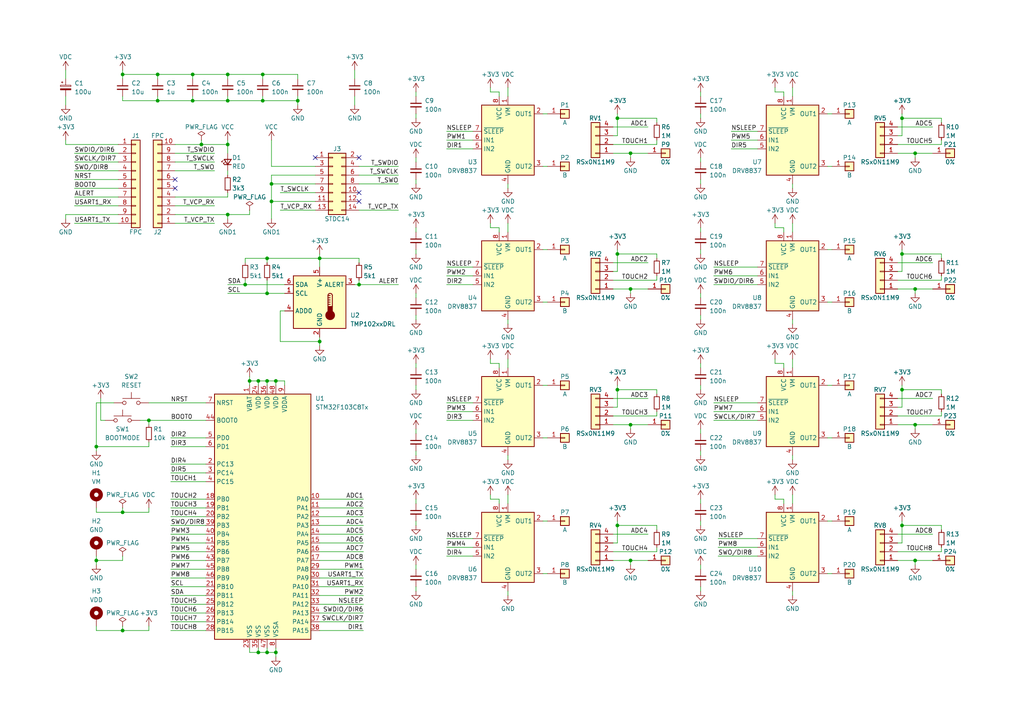
<source format=kicad_sch>
(kicad_sch (version 20211123) (generator eeschema)

  (uuid 47ef7db7-299d-4f78-9abd-30c71fd4cb96)

  (paper "A4")

  


  (junction (at 179.07 113.03) (diameter 0) (color 0 0 0 0)
    (uuid 02e59205-fbfe-4d78-a043-1e22a8d4e85a)
  )
  (junction (at 72.39 110.49) (diameter 0) (color 0 0 0 0)
    (uuid 040aefeb-5635-4043-82f3-760ad7a5c51d)
  )
  (junction (at 182.88 44.45) (diameter 0) (color 0 0 0 0)
    (uuid 047e52b9-47a3-4bb4-923d-4b4e5c62bf84)
  )
  (junction (at 35.56 148.59) (diameter 0) (color 0 0 0 0)
    (uuid 0717ec93-7cce-449f-add0-a847d9befade)
  )
  (junction (at 55.88 21.59) (diameter 0) (color 0 0 0 0)
    (uuid 07184488-0111-4e55-8a0f-0eb8a8747fbd)
  )
  (junction (at 86.36 29.21) (diameter 0) (color 0 0 0 0)
    (uuid 0cd718ea-a0b6-4a33-9b60-19fa926a4ea2)
  )
  (junction (at 265.43 44.45) (diameter 0) (color 0 0 0 0)
    (uuid 182598ad-124e-498d-ae48-2a35bc90c76e)
  )
  (junction (at 182.88 123.19) (diameter 0) (color 0 0 0 0)
    (uuid 18c5de0c-427f-4d08-a346-32dd51058570)
  )
  (junction (at 92.71 74.93) (diameter 0) (color 0 0 0 0)
    (uuid 1c0d8bf8-d782-45c4-875d-267f5d782535)
  )
  (junction (at 92.71 99.06) (diameter 0) (color 0 0 0 0)
    (uuid 1ddf3aa2-3b43-406d-9e15-b4abaec205f0)
  )
  (junction (at 265.43 162.56) (diameter 0) (color 0 0 0 0)
    (uuid 2ac2afdf-88f5-495b-b127-94595d62461e)
  )
  (junction (at 78.74 53.34) (diameter 0) (color 0 0 0 0)
    (uuid 2ba7380b-b8b7-434e-b186-aed53faad144)
  )
  (junction (at 179.07 73.66) (diameter 0) (color 0 0 0 0)
    (uuid 2c6c6d64-f41a-4446-af7a-06b5173677e0)
  )
  (junction (at 76.2 29.21) (diameter 0) (color 0 0 0 0)
    (uuid 39cdc67b-dbae-44f6-bc4b-e7d0856dc8b7)
  )
  (junction (at 45.72 29.21) (diameter 0) (color 0 0 0 0)
    (uuid 3d2bbb8f-def9-487f-b3ae-a50ddde70062)
  )
  (junction (at 179.07 152.4) (diameter 0) (color 0 0 0 0)
    (uuid 3d7098f0-c9c3-43ba-b75e-b46aaadda80b)
  )
  (junction (at 43.18 121.92) (diameter 0) (color 0 0 0 0)
    (uuid 4a4fda81-5a9a-47fa-a57c-dc26a77dc419)
  )
  (junction (at 27.94 162.56) (diameter 0) (color 0 0 0 0)
    (uuid 4c0a640d-2db5-49fd-9937-6e62b097c8a9)
  )
  (junction (at 78.74 58.42) (diameter 0) (color 0 0 0 0)
    (uuid 4ea10aea-c1a9-451b-af60-4ff7ba5e94ab)
  )
  (junction (at 35.56 182.88) (diameter 0) (color 0 0 0 0)
    (uuid 5953e592-d6fb-4dc1-b8d1-1f402d990081)
  )
  (junction (at 265.43 83.82) (diameter 0) (color 0 0 0 0)
    (uuid 59908d17-1cfe-4f92-9b23-2a836ce18518)
  )
  (junction (at 265.43 123.19) (diameter 0) (color 0 0 0 0)
    (uuid 5e44b899-786d-415b-ba82-2e852abe6324)
  )
  (junction (at 77.47 74.93) (diameter 0) (color 0 0 0 0)
    (uuid 625ae305-a030-4a28-96e7-c875cb986abd)
  )
  (junction (at 76.2 21.59) (diameter 0) (color 0 0 0 0)
    (uuid 629bf52f-84a2-4021-ab96-4f4da23e8915)
  )
  (junction (at 77.47 85.09) (diameter 0) (color 0 0 0 0)
    (uuid 6bb5d774-a92a-4f35-b29a-f822d143f51c)
  )
  (junction (at 182.88 162.56) (diameter 0) (color 0 0 0 0)
    (uuid 6c79a37c-aa91-4566-920f-18b508b81ff6)
  )
  (junction (at 261.62 152.4) (diameter 0) (color 0 0 0 0)
    (uuid 72cb4957-bb88-4601-a618-0d485190d706)
  )
  (junction (at 77.47 189.23) (diameter 0) (color 0 0 0 0)
    (uuid 83e73f15-af86-4072-895f-fc98ebf82dfd)
  )
  (junction (at 66.04 62.23) (diameter 0) (color 0 0 0 0)
    (uuid 85ba44dc-025d-4529-a4a2-980658f9b532)
  )
  (junction (at 80.01 110.49) (diameter 0) (color 0 0 0 0)
    (uuid 86a980ba-66e5-465b-b69f-8451d386f49f)
  )
  (junction (at 80.01 189.23) (diameter 0) (color 0 0 0 0)
    (uuid 8bc678b2-3aaa-4b86-92e6-787d89ccb432)
  )
  (junction (at 261.62 34.29) (diameter 0) (color 0 0 0 0)
    (uuid 91ac965e-36c6-4ad8-89cc-8e237e2cf015)
  )
  (junction (at 77.47 110.49) (diameter 0) (color 0 0 0 0)
    (uuid 939cfd2e-2173-40b7-8793-3feae710b8e7)
  )
  (junction (at 45.72 21.59) (diameter 0) (color 0 0 0 0)
    (uuid 951c9b82-52bd-44a7-899c-618b0fd2cdbd)
  )
  (junction (at 74.93 189.23) (diameter 0) (color 0 0 0 0)
    (uuid 9bf61b01-309f-4fbd-ab49-188da81ed2f0)
  )
  (junction (at 58.42 41.91) (diameter 0) (color 0 0 0 0)
    (uuid 9c7a7ee5-47cd-4876-a376-dfee79861db2)
  )
  (junction (at 66.04 29.21) (diameter 0) (color 0 0 0 0)
    (uuid 9de75551-dc21-4d74-92f6-ca850f68ddd4)
  )
  (junction (at 27.94 129.54) (diameter 0) (color 0 0 0 0)
    (uuid a36fac57-7abd-42d1-a69a-d7a111102b68)
  )
  (junction (at 74.93 110.49) (diameter 0) (color 0 0 0 0)
    (uuid aeb9a1ba-93d2-40b6-a24d-53221830b8af)
  )
  (junction (at 179.07 34.29) (diameter 0) (color 0 0 0 0)
    (uuid af750230-80ad-4408-8665-2ccf655688ba)
  )
  (junction (at 35.56 21.59) (diameter 0) (color 0 0 0 0)
    (uuid b1a04391-444e-42e1-b221-a677030b7001)
  )
  (junction (at 104.14 82.55) (diameter 0) (color 0 0 0 0)
    (uuid b77490da-6553-4ad3-ae8e-e053567297d5)
  )
  (junction (at 66.04 21.59) (diameter 0) (color 0 0 0 0)
    (uuid c8c11ba3-d292-4c2a-b335-4751e243ac87)
  )
  (junction (at 261.62 73.66) (diameter 0) (color 0 0 0 0)
    (uuid cf62462b-b03c-4717-b9a4-973e9e7029bf)
  )
  (junction (at 182.88 83.82) (diameter 0) (color 0 0 0 0)
    (uuid d3ca7513-b057-43ab-9135-6ad3b83aec05)
  )
  (junction (at 261.62 113.03) (diameter 0) (color 0 0 0 0)
    (uuid d6bd57ed-240e-4045-bff7-bb762e7eedde)
  )
  (junction (at 71.12 82.55) (diameter 0) (color 0 0 0 0)
    (uuid db9eba7e-2c46-4a94-9dd2-54dc31663dfb)
  )
  (junction (at 66.04 41.91) (diameter 0) (color 0 0 0 0)
    (uuid f9cf06b9-e125-4b12-9844-5427c40c42d6)
  )
  (junction (at 55.88 29.21) (diameter 0) (color 0 0 0 0)
    (uuid ffec608c-ce52-4d2f-a63e-4c104b8d9867)
  )

  (no_connect (at 50.8 54.61) (uuid 33b0b128-19de-45d9-9560-ef1b16236d87))
  (no_connect (at 50.8 52.07) (uuid 612858b4-11d5-4ee5-80c8-c1676fc983ce))
  (no_connect (at 104.14 45.72) (uuid 63e7d5d4-d982-4ca8-bfb0-362d60a1b992))
  (no_connect (at 91.44 45.72) (uuid 69ca0115-9b1b-4311-acd6-08bf06471dcc))
  (no_connect (at 104.14 55.88) (uuid b4c34571-38d5-4f88-b478-4d9e01df4bc7))
  (no_connect (at 104.14 58.42) (uuid d4f420c3-689e-4db5-a1f8-81efccb398f3))

  (wire (pts (xy 27.94 162.56) (xy 27.94 163.83))
    (stroke (width 0) (type default) (color 0 0 0 0))
    (uuid 0048ad90-83bc-4d23-b958-9075c404bbb2)
  )
  (wire (pts (xy 92.71 162.56) (xy 105.41 162.56))
    (stroke (width 0) (type default) (color 0 0 0 0))
    (uuid 00a7ba10-1556-4f83-aefd-d97f0c16649a)
  )
  (wire (pts (xy 35.56 21.59) (xy 45.72 21.59))
    (stroke (width 0) (type default) (color 0 0 0 0))
    (uuid 01b31b82-1a41-4cb5-98a7-3fa2f080a861)
  )
  (wire (pts (xy 49.53 165.1) (xy 59.69 165.1))
    (stroke (width 0) (type default) (color 0 0 0 0))
    (uuid 01b826c9-8b44-4a81-9502-60396a5e0b87)
  )
  (wire (pts (xy 21.59 44.45) (xy 34.29 44.45))
    (stroke (width 0) (type default) (color 0 0 0 0))
    (uuid 03f4ea51-16bb-4c12-960b-df05c26c3f15)
  )
  (wire (pts (xy 227.33 27.94) (xy 227.33 26.67))
    (stroke (width 0) (type default) (color 0 0 0 0))
    (uuid 047b2ed8-bb36-4fd1-8bae-29b8548e43d1)
  )
  (wire (pts (xy 190.5 41.91) (xy 190.5 40.64))
    (stroke (width 0) (type default) (color 0 0 0 0))
    (uuid 05f3716b-31b8-46ae-8668-01881d31f1a5)
  )
  (wire (pts (xy 66.04 27.94) (xy 66.04 29.21))
    (stroke (width 0) (type default) (color 0 0 0 0))
    (uuid 061be30a-67db-4872-9608-fa2b87f2ca0f)
  )
  (wire (pts (xy 76.2 27.94) (xy 76.2 29.21))
    (stroke (width 0) (type default) (color 0 0 0 0))
    (uuid 06212692-73e6-494b-af4c-cf3c4ea9d7bf)
  )
  (wire (pts (xy 203.2 45.72) (xy 203.2 46.99))
    (stroke (width 0) (type default) (color 0 0 0 0))
    (uuid 0642f998-4dbd-461d-aee4-adf7d15b1871)
  )
  (wire (pts (xy 76.2 29.21) (xy 86.36 29.21))
    (stroke (width 0) (type default) (color 0 0 0 0))
    (uuid 06833611-1471-4b27-b271-8afabe33edf3)
  )
  (wire (pts (xy 129.54 82.55) (xy 137.16 82.55))
    (stroke (width 0) (type default) (color 0 0 0 0))
    (uuid 0835a9e3-3602-4ae6-8f23-6d695dc7d6de)
  )
  (wire (pts (xy 49.53 139.7) (xy 59.69 139.7))
    (stroke (width 0) (type default) (color 0 0 0 0))
    (uuid 0924b74a-401c-41bb-b0eb-18306fa3ac23)
  )
  (wire (pts (xy 157.48 151.13) (xy 158.75 151.13))
    (stroke (width 0) (type default) (color 0 0 0 0))
    (uuid 09e71239-6acf-49c6-9378-8ed8f3fe16a5)
  )
  (wire (pts (xy 177.8 120.65) (xy 190.5 120.65))
    (stroke (width 0) (type default) (color 0 0 0 0))
    (uuid 0c1d8c0a-3958-4e88-8555-b5897c113d75)
  )
  (wire (pts (xy 203.2 144.78) (xy 203.2 146.05))
    (stroke (width 0) (type default) (color 0 0 0 0))
    (uuid 0c739466-7331-49b2-a318-41408d2da4e9)
  )
  (wire (pts (xy 66.04 49.53) (xy 66.04 50.8))
    (stroke (width 0) (type default) (color 0 0 0 0))
    (uuid 0d66dd5b-1212-4145-8bc1-ce5600f6789d)
  )
  (wire (pts (xy 229.87 25.4) (xy 229.87 27.94))
    (stroke (width 0) (type default) (color 0 0 0 0))
    (uuid 103dd90b-962b-4699-a4af-a7791959d066)
  )
  (wire (pts (xy 72.39 62.23) (xy 72.39 60.96))
    (stroke (width 0) (type default) (color 0 0 0 0))
    (uuid 105480f3-f8ae-4ffd-9ec2-e72240407681)
  )
  (wire (pts (xy 50.8 57.15) (xy 66.04 57.15))
    (stroke (width 0) (type default) (color 0 0 0 0))
    (uuid 10830687-791d-42a2-a4af-08e2cf7a5da3)
  )
  (wire (pts (xy 92.71 147.32) (xy 105.41 147.32))
    (stroke (width 0) (type default) (color 0 0 0 0))
    (uuid 1112ac3a-2b1f-429b-9faa-f5a4a1f5eb54)
  )
  (wire (pts (xy 182.88 123.19) (xy 187.96 123.19))
    (stroke (width 0) (type default) (color 0 0 0 0))
    (uuid 136a25f9-77ff-4035-abf6-43d7fc80424f)
  )
  (wire (pts (xy 35.56 182.88) (xy 43.18 182.88))
    (stroke (width 0) (type default) (color 0 0 0 0))
    (uuid 144b3945-a458-4e1e-8503-bb28ec640dc4)
  )
  (wire (pts (xy 21.59 59.69) (xy 34.29 59.69))
    (stroke (width 0) (type default) (color 0 0 0 0))
    (uuid 15424ec7-6341-471d-8941-324b01edace1)
  )
  (wire (pts (xy 207.01 119.38) (xy 219.71 119.38))
    (stroke (width 0) (type default) (color 0 0 0 0))
    (uuid 15d534ce-7fb1-499b-80b5-56b6ce8d096f)
  )
  (wire (pts (xy 240.03 48.26) (xy 241.3 48.26))
    (stroke (width 0) (type default) (color 0 0 0 0))
    (uuid 16570834-6d76-43f7-8483-735babe30945)
  )
  (wire (pts (xy 19.05 62.23) (xy 34.29 62.23))
    (stroke (width 0) (type default) (color 0 0 0 0))
    (uuid 18477cf2-6b44-4d08-b52a-8c79d3767a7b)
  )
  (wire (pts (xy 190.5 152.4) (xy 179.07 152.4))
    (stroke (width 0) (type default) (color 0 0 0 0))
    (uuid 18c32a71-ffb5-45da-b5ba-0f37219aee7a)
  )
  (wire (pts (xy 224.79 144.78) (xy 224.79 143.51))
    (stroke (width 0) (type default) (color 0 0 0 0))
    (uuid 1b06fe50-7a6e-48b3-b41f-b2f998057ccf)
  )
  (wire (pts (xy 261.62 111.76) (xy 261.62 113.03))
    (stroke (width 0) (type default) (color 0 0 0 0))
    (uuid 1c173dd5-706b-45d3-876d-e1eb352a83dc)
  )
  (wire (pts (xy 273.05 35.56) (xy 273.05 34.29))
    (stroke (width 0) (type default) (color 0 0 0 0))
    (uuid 1cc12b88-b225-46ca-8f1d-cc7393951f9e)
  )
  (wire (pts (xy 81.28 90.17) (xy 81.28 99.06))
    (stroke (width 0) (type default) (color 0 0 0 0))
    (uuid 1ee632e0-0613-4c3f-a796-49699c2fbe45)
  )
  (wire (pts (xy 27.94 161.29) (xy 27.94 162.56))
    (stroke (width 0) (type default) (color 0 0 0 0))
    (uuid 2036c825-4f95-4759-ba77-465d489ddb56)
  )
  (wire (pts (xy 177.8 160.02) (xy 190.5 160.02))
    (stroke (width 0) (type default) (color 0 0 0 0))
    (uuid 20a46144-b55b-4f54-816e-21fe4ed816bd)
  )
  (wire (pts (xy 227.33 26.67) (xy 224.79 26.67))
    (stroke (width 0) (type default) (color 0 0 0 0))
    (uuid 2128cf3a-8399-434d-a89b-a781794813dd)
  )
  (wire (pts (xy 76.2 21.59) (xy 86.36 21.59))
    (stroke (width 0) (type default) (color 0 0 0 0))
    (uuid 2434cc48-e2e8-4d71-a181-3cafdb7c62d7)
  )
  (wire (pts (xy 261.62 113.03) (xy 261.62 118.11))
    (stroke (width 0) (type default) (color 0 0 0 0))
    (uuid 2483aa9a-eac4-45e1-af08-a1262cd7ded9)
  )
  (wire (pts (xy 19.05 20.32) (xy 19.05 22.86))
    (stroke (width 0) (type default) (color 0 0 0 0))
    (uuid 24ec5f5b-87fa-4940-ac7e-5faf5a8a70f3)
  )
  (wire (pts (xy 179.07 157.48) (xy 177.8 157.48))
    (stroke (width 0) (type default) (color 0 0 0 0))
    (uuid 24f9a29d-4a1c-4f06-905a-9f19cf256ecf)
  )
  (wire (pts (xy 77.47 110.49) (xy 77.47 111.76))
    (stroke (width 0) (type default) (color 0 0 0 0))
    (uuid 2648eafd-6e5f-4004-9095-ac7a69dc4fad)
  )
  (wire (pts (xy 50.8 59.69) (xy 62.23 59.69))
    (stroke (width 0) (type default) (color 0 0 0 0))
    (uuid 2849b9d7-06b0-49fa-aa5b-431d58f67167)
  )
  (wire (pts (xy 260.35 41.91) (xy 273.05 41.91))
    (stroke (width 0) (type default) (color 0 0 0 0))
    (uuid 28b9d47c-e561-47de-9f6b-f04112f4c538)
  )
  (wire (pts (xy 120.65 45.72) (xy 120.65 46.99))
    (stroke (width 0) (type default) (color 0 0 0 0))
    (uuid 298e2db9-735e-4aae-af3b-9f95de65ed37)
  )
  (wire (pts (xy 71.12 81.28) (xy 71.12 82.55))
    (stroke (width 0) (type default) (color 0 0 0 0))
    (uuid 2abae203-dc9d-479d-ada9-196cefe41364)
  )
  (wire (pts (xy 260.35 120.65) (xy 273.05 120.65))
    (stroke (width 0) (type default) (color 0 0 0 0))
    (uuid 2b079a5e-f2f5-4fbc-8faa-1732830727de)
  )
  (wire (pts (xy 273.05 153.67) (xy 273.05 152.4))
    (stroke (width 0) (type default) (color 0 0 0 0))
    (uuid 2b09ca19-6159-4608-8244-237105506344)
  )
  (wire (pts (xy 40.64 121.92) (xy 43.18 121.92))
    (stroke (width 0) (type default) (color 0 0 0 0))
    (uuid 2de32d0a-606d-4766-a320-890b31d959a5)
  )
  (wire (pts (xy 80.01 187.96) (xy 80.01 189.23))
    (stroke (width 0) (type default) (color 0 0 0 0))
    (uuid 2eaf0a90-188f-4fc5-8bbd-a9aac8cc5696)
  )
  (wire (pts (xy 120.65 91.44) (xy 120.65 92.71))
    (stroke (width 0) (type default) (color 0 0 0 0))
    (uuid 2eb5e1b2-de6a-4e80-b372-a8a2eac0cac3)
  )
  (wire (pts (xy 120.65 33.02) (xy 120.65 34.29))
    (stroke (width 0) (type default) (color 0 0 0 0))
    (uuid 2f3f5414-49f8-4f97-aa06-97a77be350bb)
  )
  (wire (pts (xy 203.2 52.07) (xy 203.2 53.34))
    (stroke (width 0) (type default) (color 0 0 0 0))
    (uuid 305ea620-32d6-4abe-a54f-dcbf031478f6)
  )
  (wire (pts (xy 27.94 129.54) (xy 43.18 129.54))
    (stroke (width 0) (type default) (color 0 0 0 0))
    (uuid 31057839-6190-4f01-a3ad-9db86dc7d2ae)
  )
  (wire (pts (xy 260.35 76.2) (xy 270.51 76.2))
    (stroke (width 0) (type default) (color 0 0 0 0))
    (uuid 3115583a-4e79-4e6a-bcfe-511b12b82592)
  )
  (wire (pts (xy 92.71 182.88) (xy 105.41 182.88))
    (stroke (width 0) (type default) (color 0 0 0 0))
    (uuid 3259096f-6ae6-45bf-88e3-ebc10e53a7c9)
  )
  (wire (pts (xy 49.53 162.56) (xy 59.69 162.56))
    (stroke (width 0) (type default) (color 0 0 0 0))
    (uuid 3286184f-8a70-4b98-bcfe-1fad9f2663de)
  )
  (wire (pts (xy 92.71 144.78) (xy 105.41 144.78))
    (stroke (width 0) (type default) (color 0 0 0 0))
    (uuid 343a4045-4691-4ea7-b90f-88f6446595e2)
  )
  (wire (pts (xy 203.2 130.81) (xy 203.2 132.08))
    (stroke (width 0) (type default) (color 0 0 0 0))
    (uuid 35357af0-0fbd-4687-9288-b0be0ef85c40)
  )
  (wire (pts (xy 157.48 127) (xy 158.75 127))
    (stroke (width 0) (type default) (color 0 0 0 0))
    (uuid 3546a8d6-112f-400f-9954-2b5423ae0754)
  )
  (wire (pts (xy 49.53 160.02) (xy 59.69 160.02))
    (stroke (width 0) (type default) (color 0 0 0 0))
    (uuid 3561c945-ba86-4519-9a82-0cfe1e607ecf)
  )
  (wire (pts (xy 29.21 121.92) (xy 30.48 121.92))
    (stroke (width 0) (type default) (color 0 0 0 0))
    (uuid 361b7cad-adb7-41c1-b169-d0641309939e)
  )
  (wire (pts (xy 86.36 27.94) (xy 86.36 29.21))
    (stroke (width 0) (type default) (color 0 0 0 0))
    (uuid 3666ceed-0ddb-4136-9bb1-1cdf5100b893)
  )
  (wire (pts (xy 229.87 92.71) (xy 229.87 93.98))
    (stroke (width 0) (type default) (color 0 0 0 0))
    (uuid 36de211c-edef-47b2-bbe0-06c7f2ced8cf)
  )
  (wire (pts (xy 74.93 189.23) (xy 77.47 189.23))
    (stroke (width 0) (type default) (color 0 0 0 0))
    (uuid 37688c72-1d35-414d-aba3-13220f03c0dc)
  )
  (wire (pts (xy 92.71 149.86) (xy 105.41 149.86))
    (stroke (width 0) (type default) (color 0 0 0 0))
    (uuid 37bb9520-10c6-44ec-99a9-2b6abbcb446b)
  )
  (wire (pts (xy 81.28 55.88) (xy 91.44 55.88))
    (stroke (width 0) (type default) (color 0 0 0 0))
    (uuid 37d26762-147b-4f6d-b007-0f0c640f409e)
  )
  (wire (pts (xy 129.54 77.47) (xy 137.16 77.47))
    (stroke (width 0) (type default) (color 0 0 0 0))
    (uuid 38baaa32-e0d7-4a6f-9e6d-4b876be2651f)
  )
  (wire (pts (xy 21.59 49.53) (xy 34.29 49.53))
    (stroke (width 0) (type default) (color 0 0 0 0))
    (uuid 39000122-f575-4498-a91b-b1ff8888fcb8)
  )
  (wire (pts (xy 120.65 72.39) (xy 120.65 73.66))
    (stroke (width 0) (type default) (color 0 0 0 0))
    (uuid 3abaa11b-ed2b-43b6-8ff7-76a543cef6f5)
  )
  (wire (pts (xy 260.35 162.56) (xy 265.43 162.56))
    (stroke (width 0) (type default) (color 0 0 0 0))
    (uuid 3cdf7881-13a2-4ea6-b523-16e65009cc71)
  )
  (wire (pts (xy 261.62 73.66) (xy 261.62 78.74))
    (stroke (width 0) (type default) (color 0 0 0 0))
    (uuid 3d10fc0c-df55-49c2-978d-d254a24308fa)
  )
  (wire (pts (xy 102.87 20.32) (xy 102.87 22.86))
    (stroke (width 0) (type default) (color 0 0 0 0))
    (uuid 3da7dec0-c121-441f-b375-9c725f798b72)
  )
  (wire (pts (xy 273.05 81.28) (xy 273.05 80.01))
    (stroke (width 0) (type default) (color 0 0 0 0))
    (uuid 3dd4ad2a-51a5-4535-a62c-1a1a59b7438a)
  )
  (wire (pts (xy 92.71 74.93) (xy 92.71 77.47))
    (stroke (width 0) (type default) (color 0 0 0 0))
    (uuid 3f8c77b9-36ea-4808-a082-e726d5a8140e)
  )
  (wire (pts (xy 92.71 167.64) (xy 105.41 167.64))
    (stroke (width 0) (type default) (color 0 0 0 0))
    (uuid 3fc622ff-6430-4de5-a1b2-85d68778dc2f)
  )
  (wire (pts (xy 179.07 33.02) (xy 179.07 34.29))
    (stroke (width 0) (type default) (color 0 0 0 0))
    (uuid 3fefd4ec-9ffb-4bc9-93a6-3d40b8db6e22)
  )
  (wire (pts (xy 224.79 26.67) (xy 224.79 25.4))
    (stroke (width 0) (type default) (color 0 0 0 0))
    (uuid 40089413-4c86-40d3-b144-14394430a3ed)
  )
  (wire (pts (xy 80.01 189.23) (xy 80.01 190.5))
    (stroke (width 0) (type default) (color 0 0 0 0))
    (uuid 401d4367-61bf-4fbc-bada-b9542db0119b)
  )
  (wire (pts (xy 91.44 48.26) (xy 78.74 48.26))
    (stroke (width 0) (type default) (color 0 0 0 0))
    (uuid 40d362d9-8ea2-41ae-bfce-c399f8ccea2d)
  )
  (wire (pts (xy 203.2 33.02) (xy 203.2 34.29))
    (stroke (width 0) (type default) (color 0 0 0 0))
    (uuid 40eadd84-3c7f-4975-b1eb-04097a72602c)
  )
  (wire (pts (xy 203.2 124.46) (xy 203.2 125.73))
    (stroke (width 0) (type default) (color 0 0 0 0))
    (uuid 416f81ec-9c28-461a-a36e-fa70f7dee20c)
  )
  (wire (pts (xy 144.78 66.04) (xy 142.24 66.04))
    (stroke (width 0) (type default) (color 0 0 0 0))
    (uuid 417a0328-ea24-4c0a-8b8c-bb597a795170)
  )
  (wire (pts (xy 142.24 144.78) (xy 142.24 143.51))
    (stroke (width 0) (type default) (color 0 0 0 0))
    (uuid 41d2ceeb-a7e6-44fc-bf55-f3bb4d04b052)
  )
  (wire (pts (xy 102.87 82.55) (xy 104.14 82.55))
    (stroke (width 0) (type default) (color 0 0 0 0))
    (uuid 42b41050-bb9f-471a-a005-610e4f18d7de)
  )
  (wire (pts (xy 147.32 64.77) (xy 147.32 67.31))
    (stroke (width 0) (type default) (color 0 0 0 0))
    (uuid 43be1260-a8bd-417e-b504-b2b83b27ed06)
  )
  (wire (pts (xy 203.2 26.67) (xy 203.2 27.94))
    (stroke (width 0) (type default) (color 0 0 0 0))
    (uuid 43fc202f-f746-490f-934b-108f80c57c74)
  )
  (wire (pts (xy 104.14 50.8) (xy 115.57 50.8))
    (stroke (width 0) (type default) (color 0 0 0 0))
    (uuid 45b35df2-28bc-4c46-a20e-536740edf78c)
  )
  (wire (pts (xy 273.05 74.93) (xy 273.05 73.66))
    (stroke (width 0) (type default) (color 0 0 0 0))
    (uuid 47161acf-abd8-45b8-b533-2028ffa498ce)
  )
  (wire (pts (xy 207.01 116.84) (xy 219.71 116.84))
    (stroke (width 0) (type default) (color 0 0 0 0))
    (uuid 47757826-649c-412c-ab9d-433e0c214d34)
  )
  (wire (pts (xy 190.5 34.29) (xy 179.07 34.29))
    (stroke (width 0) (type default) (color 0 0 0 0))
    (uuid 47a39c59-deca-456c-8de4-a1d78fc3f65f)
  )
  (wire (pts (xy 227.33 144.78) (xy 224.79 144.78))
    (stroke (width 0) (type default) (color 0 0 0 0))
    (uuid 48ae2a3c-23ca-4374-91fc-02e35e1ccf1e)
  )
  (wire (pts (xy 260.35 36.83) (xy 270.51 36.83))
    (stroke (width 0) (type default) (color 0 0 0 0))
    (uuid 48d7735b-fbd6-4523-8907-d23024458151)
  )
  (wire (pts (xy 92.71 152.4) (xy 105.41 152.4))
    (stroke (width 0) (type default) (color 0 0 0 0))
    (uuid 493f0068-37c5-4744-b9b0-b2b9ad9ebea8)
  )
  (wire (pts (xy 120.65 111.76) (xy 120.65 113.03))
    (stroke (width 0) (type default) (color 0 0 0 0))
    (uuid 4b11054d-0177-4bb2-80c4-7694eadb1acf)
  )
  (wire (pts (xy 45.72 29.21) (xy 55.88 29.21))
    (stroke (width 0) (type default) (color 0 0 0 0))
    (uuid 4b72cc0c-3552-4aaf-b9f6-c29d4053f08f)
  )
  (wire (pts (xy 21.59 64.77) (xy 34.29 64.77))
    (stroke (width 0) (type default) (color 0 0 0 0))
    (uuid 4bbd0715-c8ec-44f7-911f-7b779b7e950f)
  )
  (wire (pts (xy 182.88 83.82) (xy 187.96 83.82))
    (stroke (width 0) (type default) (color 0 0 0 0))
    (uuid 4deb6a48-05ed-4698-ab47-a9eaa631b0b0)
  )
  (wire (pts (xy 104.14 53.34) (xy 115.57 53.34))
    (stroke (width 0) (type default) (color 0 0 0 0))
    (uuid 5029124e-dd1b-4290-aca0-7036bbc3b4d2)
  )
  (wire (pts (xy 207.01 80.01) (xy 219.71 80.01))
    (stroke (width 0) (type default) (color 0 0 0 0))
    (uuid 5079c196-bfe3-4dcc-a397-aa1216810b80)
  )
  (wire (pts (xy 120.65 105.41) (xy 120.65 106.68))
    (stroke (width 0) (type default) (color 0 0 0 0))
    (uuid 509c4c26-debb-49a4-9819-3f18cddc1b36)
  )
  (wire (pts (xy 265.43 123.19) (xy 270.51 123.19))
    (stroke (width 0) (type default) (color 0 0 0 0))
    (uuid 50f91485-8c02-4c93-aa55-ac0e8825a860)
  )
  (wire (pts (xy 120.65 151.13) (xy 120.65 152.4))
    (stroke (width 0) (type default) (color 0 0 0 0))
    (uuid 5138c3e6-3d29-4b98-bdd8-58cfd0515b57)
  )
  (wire (pts (xy 82.55 111.76) (xy 82.55 110.49))
    (stroke (width 0) (type default) (color 0 0 0 0))
    (uuid 51dd7b7d-5eda-4e12-9c37-480c9f5fad13)
  )
  (wire (pts (xy 66.04 82.55) (xy 71.12 82.55))
    (stroke (width 0) (type default) (color 0 0 0 0))
    (uuid 521bbf3c-1575-4526-9a24-dfd6b2c7e1b8)
  )
  (wire (pts (xy 49.53 157.48) (xy 59.69 157.48))
    (stroke (width 0) (type default) (color 0 0 0 0))
    (uuid 5394d6bf-07a1-4c64-b45f-ab6618d4524b)
  )
  (wire (pts (xy 72.39 110.49) (xy 74.93 110.49))
    (stroke (width 0) (type default) (color 0 0 0 0))
    (uuid 54784272-d671-432e-b766-91082b058b18)
  )
  (wire (pts (xy 177.8 76.2) (xy 187.96 76.2))
    (stroke (width 0) (type default) (color 0 0 0 0))
    (uuid 54bacf47-310e-4a91-85b0-c4f67038ec59)
  )
  (wire (pts (xy 273.05 160.02) (xy 273.05 158.75))
    (stroke (width 0) (type default) (color 0 0 0 0))
    (uuid 54f2b024-ae9d-4a4e-b686-2f010f4fba39)
  )
  (wire (pts (xy 265.43 83.82) (xy 270.51 83.82))
    (stroke (width 0) (type default) (color 0 0 0 0))
    (uuid 55f6b037-f576-4b0f-a2a9-fdfaa019ff98)
  )
  (wire (pts (xy 190.5 73.66) (xy 179.07 73.66))
    (stroke (width 0) (type default) (color 0 0 0 0))
    (uuid 565ae076-6e70-4ba9-8be9-92eb4887ad27)
  )
  (wire (pts (xy 203.2 66.04) (xy 203.2 67.31))
    (stroke (width 0) (type default) (color 0 0 0 0))
    (uuid 56f9e8bc-9740-4572-8007-79583ef90ca0)
  )
  (wire (pts (xy 19.05 40.64) (xy 19.05 41.91))
    (stroke (width 0) (type default) (color 0 0 0 0))
    (uuid 5b039e59-f332-489a-94ce-25f58b432a02)
  )
  (wire (pts (xy 203.2 85.09) (xy 203.2 86.36))
    (stroke (width 0) (type default) (color 0 0 0 0))
    (uuid 5be17520-46da-4400-b149-7faa88afba9a)
  )
  (wire (pts (xy 273.05 41.91) (xy 273.05 40.64))
    (stroke (width 0) (type default) (color 0 0 0 0))
    (uuid 5c535c47-be3d-4791-9017-b297099a5f10)
  )
  (wire (pts (xy 27.94 181.61) (xy 27.94 182.88))
    (stroke (width 0) (type default) (color 0 0 0 0))
    (uuid 5c8a274f-4176-4d38-905e-3d95d43e8de2)
  )
  (wire (pts (xy 261.62 151.13) (xy 261.62 152.4))
    (stroke (width 0) (type default) (color 0 0 0 0))
    (uuid 5cdf5880-bd70-47a7-b575-e1e140855607)
  )
  (wire (pts (xy 273.05 113.03) (xy 261.62 113.03))
    (stroke (width 0) (type default) (color 0 0 0 0))
    (uuid 5e015c11-beac-4cb8-b707-a0f88bb03d65)
  )
  (wire (pts (xy 147.32 132.08) (xy 147.32 133.35))
    (stroke (width 0) (type default) (color 0 0 0 0))
    (uuid 5e6bf736-d6a1-4f72-b0ed-0489d0b7367e)
  )
  (wire (pts (xy 179.07 34.29) (xy 179.07 39.37))
    (stroke (width 0) (type default) (color 0 0 0 0))
    (uuid 5f5189a0-741e-4d99-9d4a-2af582e985aa)
  )
  (wire (pts (xy 49.53 129.54) (xy 59.69 129.54))
    (stroke (width 0) (type default) (color 0 0 0 0))
    (uuid 5f69a346-f60a-401e-bb0e-4165e28bad46)
  )
  (wire (pts (xy 55.88 29.21) (xy 66.04 29.21))
    (stroke (width 0) (type default) (color 0 0 0 0))
    (uuid 5fae56fc-4188-478c-be4f-680ddf84875b)
  )
  (wire (pts (xy 265.43 162.56) (xy 265.43 163.83))
    (stroke (width 0) (type default) (color 0 0 0 0))
    (uuid 5fbd08ad-6835-46c4-b4e5-8807082732c3)
  )
  (wire (pts (xy 120.65 124.46) (xy 120.65 125.73))
    (stroke (width 0) (type default) (color 0 0 0 0))
    (uuid 60ad0e44-7685-4e5a-b725-0aaad5b4d158)
  )
  (wire (pts (xy 147.32 53.34) (xy 147.32 54.61))
    (stroke (width 0) (type default) (color 0 0 0 0))
    (uuid 60eddfc0-545d-4417-af58-6fa1074350f8)
  )
  (wire (pts (xy 260.35 44.45) (xy 265.43 44.45))
    (stroke (width 0) (type default) (color 0 0 0 0))
    (uuid 61841c46-0617-4a84-baaa-8f7d03230aee)
  )
  (wire (pts (xy 260.35 154.94) (xy 270.51 154.94))
    (stroke (width 0) (type default) (color 0 0 0 0))
    (uuid 62005cc7-7c6a-492b-9f40-894fd7db4867)
  )
  (wire (pts (xy 212.09 38.1) (xy 219.71 38.1))
    (stroke (width 0) (type default) (color 0 0 0 0))
    (uuid 62c0ec4a-997c-4b14-b4a4-1459b2134ede)
  )
  (wire (pts (xy 144.78 26.67) (xy 142.24 26.67))
    (stroke (width 0) (type default) (color 0 0 0 0))
    (uuid 634843d1-75ba-4dfc-8cc1-58295686b9aa)
  )
  (wire (pts (xy 49.53 180.34) (xy 59.69 180.34))
    (stroke (width 0) (type default) (color 0 0 0 0))
    (uuid 6353721d-1528-4104-a3ea-b0a8c17a5b20)
  )
  (wire (pts (xy 229.87 104.14) (xy 229.87 106.68))
    (stroke (width 0) (type default) (color 0 0 0 0))
    (uuid 639b6b33-8c5c-46ca-94a2-7c82d5516774)
  )
  (wire (pts (xy 104.14 81.28) (xy 104.14 82.55))
    (stroke (width 0) (type default) (color 0 0 0 0))
    (uuid 63c7ba01-7c00-402f-aa26-00208a12574e)
  )
  (wire (pts (xy 49.53 167.64) (xy 59.69 167.64))
    (stroke (width 0) (type default) (color 0 0 0 0))
    (uuid 645b8011-f752-47c8-a87b-c271359ca101)
  )
  (wire (pts (xy 147.32 171.45) (xy 147.32 172.72))
    (stroke (width 0) (type default) (color 0 0 0 0))
    (uuid 648a9422-944a-43a2-bd7e-66fd30f60d39)
  )
  (wire (pts (xy 190.5 160.02) (xy 190.5 158.75))
    (stroke (width 0) (type default) (color 0 0 0 0))
    (uuid 64ce4e1f-05b3-43b8-982b-9d944f47b8b4)
  )
  (wire (pts (xy 49.53 149.86) (xy 59.69 149.86))
    (stroke (width 0) (type default) (color 0 0 0 0))
    (uuid 6510fe75-0434-47d7-96d8-d5e8019c916b)
  )
  (wire (pts (xy 227.33 105.41) (xy 224.79 105.41))
    (stroke (width 0) (type default) (color 0 0 0 0))
    (uuid 656851a2-3079-4140-80c1-0f4d47e4d9fc)
  )
  (wire (pts (xy 261.62 118.11) (xy 260.35 118.11))
    (stroke (width 0) (type default) (color 0 0 0 0))
    (uuid 660c1dae-e588-4dd6-807c-571e6e5c9c30)
  )
  (wire (pts (xy 240.03 33.02) (xy 241.3 33.02))
    (stroke (width 0) (type default) (color 0 0 0 0))
    (uuid 660dca4e-50ff-499b-9896-9366c05bb749)
  )
  (wire (pts (xy 190.5 153.67) (xy 190.5 152.4))
    (stroke (width 0) (type default) (color 0 0 0 0))
    (uuid 66e65528-d01e-411c-8d6a-aba04f6ecd5a)
  )
  (wire (pts (xy 260.35 81.28) (xy 273.05 81.28))
    (stroke (width 0) (type default) (color 0 0 0 0))
    (uuid 67da0e54-bfb2-4456-ae2b-ab2bd99592b4)
  )
  (wire (pts (xy 43.18 121.92) (xy 59.69 121.92))
    (stroke (width 0) (type default) (color 0 0 0 0))
    (uuid 6833933d-53c3-4bdf-9156-5d84b7c96577)
  )
  (wire (pts (xy 229.87 64.77) (xy 229.87 67.31))
    (stroke (width 0) (type default) (color 0 0 0 0))
    (uuid 6841311b-0f17-44f4-8d15-e5f67d6219ac)
  )
  (wire (pts (xy 49.53 182.88) (xy 59.69 182.88))
    (stroke (width 0) (type default) (color 0 0 0 0))
    (uuid 685f2694-feea-4bad-8105-bc3449cd9342)
  )
  (wire (pts (xy 260.35 115.57) (xy 270.51 115.57))
    (stroke (width 0) (type default) (color 0 0 0 0))
    (uuid 68ff2b6f-2393-4872-8aeb-6cd3821b3a05)
  )
  (wire (pts (xy 19.05 41.91) (xy 34.29 41.91))
    (stroke (width 0) (type default) (color 0 0 0 0))
    (uuid 6921b631-7bbd-4688-9160-2f698aa4926a)
  )
  (wire (pts (xy 66.04 85.09) (xy 77.47 85.09))
    (stroke (width 0) (type default) (color 0 0 0 0))
    (uuid 698d710a-f45d-4546-9fa6-1021c213f5a8)
  )
  (wire (pts (xy 229.87 53.34) (xy 229.87 54.61))
    (stroke (width 0) (type default) (color 0 0 0 0))
    (uuid 6a2289ca-e6fd-4585-bf4f-6f33903f8084)
  )
  (wire (pts (xy 43.18 182.88) (xy 43.18 181.61))
    (stroke (width 0) (type default) (color 0 0 0 0))
    (uuid 6a473bbf-4a7c-4927-9272-118ec8243468)
  )
  (wire (pts (xy 66.04 57.15) (xy 66.04 55.88))
    (stroke (width 0) (type default) (color 0 0 0 0))
    (uuid 6a6ac8e0-00af-4517-b028-d1969a120e48)
  )
  (wire (pts (xy 177.8 123.19) (xy 182.88 123.19))
    (stroke (width 0) (type default) (color 0 0 0 0))
    (uuid 6bd201ad-97db-4305-a188-e4202a988cdf)
  )
  (wire (pts (xy 66.04 21.59) (xy 66.04 22.86))
    (stroke (width 0) (type default) (color 0 0 0 0))
    (uuid 6cc492c8-1cce-4c93-b91a-715f11802443)
  )
  (wire (pts (xy 50.8 46.99) (xy 62.23 46.99))
    (stroke (width 0) (type default) (color 0 0 0 0))
    (uuid 6d4ccfb4-e9e7-4b55-b19a-f54876844414)
  )
  (wire (pts (xy 50.8 64.77) (xy 62.23 64.77))
    (stroke (width 0) (type default) (color 0 0 0 0))
    (uuid 6e305e69-99da-4488-bd63-c8e41bfd9231)
  )
  (wire (pts (xy 208.28 156.21) (xy 219.71 156.21))
    (stroke (width 0) (type default) (color 0 0 0 0))
    (uuid 70258048-44d1-446d-9ebf-702a954bbc4b)
  )
  (wire (pts (xy 157.48 111.76) (xy 158.75 111.76))
    (stroke (width 0) (type default) (color 0 0 0 0))
    (uuid 70626516-e7b0-4b1b-b67e-644d244fb8ff)
  )
  (wire (pts (xy 35.56 181.61) (xy 35.56 182.88))
    (stroke (width 0) (type default) (color 0 0 0 0))
    (uuid 70aa1851-607f-409d-8247-c528d4ab34ed)
  )
  (wire (pts (xy 208.28 161.29) (xy 219.71 161.29))
    (stroke (width 0) (type default) (color 0 0 0 0))
    (uuid 72778144-ca34-47f1-9910-82a2f3ccb8b1)
  )
  (wire (pts (xy 21.59 46.99) (xy 34.29 46.99))
    (stroke (width 0) (type default) (color 0 0 0 0))
    (uuid 734ec859-d7a4-4ec0-9528-cadc276502be)
  )
  (wire (pts (xy 261.62 34.29) (xy 261.62 39.37))
    (stroke (width 0) (type default) (color 0 0 0 0))
    (uuid 73a625af-b6ab-4e92-9fe3-42fd95d82560)
  )
  (wire (pts (xy 227.33 106.68) (xy 227.33 105.41))
    (stroke (width 0) (type default) (color 0 0 0 0))
    (uuid 73b3b743-0656-4bb9-8687-bcb8dd1a0cc1)
  )
  (wire (pts (xy 27.94 116.84) (xy 33.02 116.84))
    (stroke (width 0) (type default) (color 0 0 0 0))
    (uuid 743bd7c2-6a51-4d62-a143-d253e0b3c51c)
  )
  (wire (pts (xy 203.2 105.41) (xy 203.2 106.68))
    (stroke (width 0) (type default) (color 0 0 0 0))
    (uuid 75ab5aa5-d35c-4bc4-bb89-6383848e253e)
  )
  (wire (pts (xy 27.94 147.32) (xy 27.94 148.59))
    (stroke (width 0) (type default) (color 0 0 0 0))
    (uuid 762b678a-d505-489c-bd93-8c3bfacefc94)
  )
  (wire (pts (xy 273.05 120.65) (xy 273.05 119.38))
    (stroke (width 0) (type default) (color 0 0 0 0))
    (uuid 7898f7e4-147c-4d53-9b31-6b8683d3b7c8)
  )
  (wire (pts (xy 80.01 110.49) (xy 80.01 111.76))
    (stroke (width 0) (type default) (color 0 0 0 0))
    (uuid 7ab6beae-b7a2-484b-a598-eb789154dade)
  )
  (wire (pts (xy 49.53 170.18) (xy 59.69 170.18))
    (stroke (width 0) (type default) (color 0 0 0 0))
    (uuid 7bbcc58b-aa78-459a-a208-6ae8737d1deb)
  )
  (wire (pts (xy 77.47 110.49) (xy 80.01 110.49))
    (stroke (width 0) (type default) (color 0 0 0 0))
    (uuid 7bf4308e-f756-4772-b742-40294becee4f)
  )
  (wire (pts (xy 177.8 44.45) (xy 182.88 44.45))
    (stroke (width 0) (type default) (color 0 0 0 0))
    (uuid 7bf52984-ece9-4d55-8153-3ae1c743a1f2)
  )
  (wire (pts (xy 55.88 21.59) (xy 55.88 22.86))
    (stroke (width 0) (type default) (color 0 0 0 0))
    (uuid 7c05c1ff-7a74-406e-b643-dd3ee16a7084)
  )
  (wire (pts (xy 49.53 154.94) (xy 59.69 154.94))
    (stroke (width 0) (type default) (color 0 0 0 0))
    (uuid 7c172100-db93-4c36-880e-f3c36b4d51a5)
  )
  (wire (pts (xy 227.33 146.05) (xy 227.33 144.78))
    (stroke (width 0) (type default) (color 0 0 0 0))
    (uuid 7c979b3a-003b-4484-8740-dfde1de9aa55)
  )
  (wire (pts (xy 261.62 152.4) (xy 261.62 157.48))
    (stroke (width 0) (type default) (color 0 0 0 0))
    (uuid 7cdae653-944a-49c5-888b-4f32868dc8af)
  )
  (wire (pts (xy 43.18 116.84) (xy 59.69 116.84))
    (stroke (width 0) (type default) (color 0 0 0 0))
    (uuid 7e568ed6-7fd7-4248-b864-bfc58a3f669b)
  )
  (wire (pts (xy 273.05 152.4) (xy 261.62 152.4))
    (stroke (width 0) (type default) (color 0 0 0 0))
    (uuid 7e6fd36b-9d89-4f6d-81a2-55bfef75b5a8)
  )
  (wire (pts (xy 66.04 41.91) (xy 66.04 44.45))
    (stroke (width 0) (type default) (color 0 0 0 0))
    (uuid 7eda3acf-255e-4a25-95de-d45910e2df09)
  )
  (wire (pts (xy 74.93 110.49) (xy 77.47 110.49))
    (stroke (width 0) (type default) (color 0 0 0 0))
    (uuid 7f223536-652d-426f-bb8f-ebe3151c9a1f)
  )
  (wire (pts (xy 179.07 113.03) (xy 179.07 118.11))
    (stroke (width 0) (type default) (color 0 0 0 0))
    (uuid 7f361f7c-ab7f-4582-b427-e2b868f5ca13)
  )
  (wire (pts (xy 49.53 137.16) (xy 59.69 137.16))
    (stroke (width 0) (type default) (color 0 0 0 0))
    (uuid 7fb09845-f3c4-4019-8eea-a5b038875394)
  )
  (wire (pts (xy 104.14 48.26) (xy 115.57 48.26))
    (stroke (width 0) (type default) (color 0 0 0 0))
    (uuid 80310db5-cd14-464e-9378-efaa47fff720)
  )
  (wire (pts (xy 92.71 74.93) (xy 92.71 73.66))
    (stroke (width 0) (type default) (color 0 0 0 0))
    (uuid 8035fbaa-ec9d-4007-b128-be909d36a195)
  )
  (wire (pts (xy 66.04 41.91) (xy 66.04 40.64))
    (stroke (width 0) (type default) (color 0 0 0 0))
    (uuid 8074162a-14ba-499f-a0eb-7f934ebe5f8e)
  )
  (wire (pts (xy 265.43 44.45) (xy 265.43 45.72))
    (stroke (width 0) (type default) (color 0 0 0 0))
    (uuid 80f2f474-d76a-4ffa-b521-78c2a405b0ab)
  )
  (wire (pts (xy 224.79 66.04) (xy 224.79 64.77))
    (stroke (width 0) (type default) (color 0 0 0 0))
    (uuid 81217dd9-0e84-495b-8688-2efaacc20a3b)
  )
  (wire (pts (xy 77.47 81.28) (xy 77.47 85.09))
    (stroke (width 0) (type default) (color 0 0 0 0))
    (uuid 816a3fba-ff3c-4fde-a3c1-0132377af646)
  )
  (wire (pts (xy 129.54 156.21) (xy 137.16 156.21))
    (stroke (width 0) (type default) (color 0 0 0 0))
    (uuid 81d83d9c-9405-47b4-b6e9-6f5a877e1ce0)
  )
  (wire (pts (xy 92.71 165.1) (xy 105.41 165.1))
    (stroke (width 0) (type default) (color 0 0 0 0))
    (uuid 82b0b91d-d576-4cd9-8b28-24275d77a4f8)
  )
  (wire (pts (xy 78.74 58.42) (xy 78.74 63.5))
    (stroke (width 0) (type default) (color 0 0 0 0))
    (uuid 8701c355-52a4-4336-bc83-7b392630cfd7)
  )
  (wire (pts (xy 71.12 74.93) (xy 77.47 74.93))
    (stroke (width 0) (type default) (color 0 0 0 0))
    (uuid 8792ec21-c0ff-42ea-8dd8-138514d1170b)
  )
  (wire (pts (xy 71.12 82.55) (xy 82.55 82.55))
    (stroke (width 0) (type default) (color 0 0 0 0))
    (uuid 87e68b85-12bb-4a92-82d2-96bf89e73f26)
  )
  (wire (pts (xy 129.54 161.29) (xy 137.16 161.29))
    (stroke (width 0) (type default) (color 0 0 0 0))
    (uuid 88146d16-ae78-4e20-871b-8c34ab538e46)
  )
  (wire (pts (xy 207.01 77.47) (xy 219.71 77.47))
    (stroke (width 0) (type default) (color 0 0 0 0))
    (uuid 898ec31d-181a-461f-86a8-77182e43bd9d)
  )
  (wire (pts (xy 35.56 148.59) (xy 43.18 148.59))
    (stroke (width 0) (type default) (color 0 0 0 0))
    (uuid 8af353a2-f6e9-43eb-a07b-88836c525bc8)
  )
  (wire (pts (xy 104.14 74.93) (xy 92.71 74.93))
    (stroke (width 0) (type default) (color 0 0 0 0))
    (uuid 8b787143-30da-4b98-9fa7-9839d6d37db4)
  )
  (wire (pts (xy 19.05 62.23) (xy 19.05 63.5))
    (stroke (width 0) (type default) (color 0 0 0 0))
    (uuid 8c4eac7f-f793-4362-a7dd-b75349b5af14)
  )
  (wire (pts (xy 182.88 44.45) (xy 182.88 45.72))
    (stroke (width 0) (type default) (color 0 0 0 0))
    (uuid 8db262ea-c30d-4d64-b6dc-a850d388b4bc)
  )
  (wire (pts (xy 182.88 44.45) (xy 187.96 44.45))
    (stroke (width 0) (type default) (color 0 0 0 0))
    (uuid 8e20eb34-1858-4f4a-a1e0-0c9227bb2cd5)
  )
  (wire (pts (xy 177.8 36.83) (xy 187.96 36.83))
    (stroke (width 0) (type default) (color 0 0 0 0))
    (uuid 8e938088-632c-45e1-8ac7-945321d5c1ae)
  )
  (wire (pts (xy 147.32 25.4) (xy 147.32 27.94))
    (stroke (width 0) (type default) (color 0 0 0 0))
    (uuid 8f998588-345e-4c91-893e-7bf1205eee57)
  )
  (wire (pts (xy 261.62 33.02) (xy 261.62 34.29))
    (stroke (width 0) (type default) (color 0 0 0 0))
    (uuid 8f9d3a69-9fdd-4436-bb9a-c75442faf002)
  )
  (wire (pts (xy 179.07 78.74) (xy 177.8 78.74))
    (stroke (width 0) (type default) (color 0 0 0 0))
    (uuid 9025eea6-69bd-4334-ae25-7369f1de8f05)
  )
  (wire (pts (xy 144.78 146.05) (xy 144.78 144.78))
    (stroke (width 0) (type default) (color 0 0 0 0))
    (uuid 902b242d-da51-43c7-98d2-986d834cd3f4)
  )
  (wire (pts (xy 43.18 148.59) (xy 43.18 147.32))
    (stroke (width 0) (type default) (color 0 0 0 0))
    (uuid 9030e7b1-ff7b-46fa-bbbc-5dfbf5fc793e)
  )
  (wire (pts (xy 81.28 60.96) (xy 91.44 60.96))
    (stroke (width 0) (type default) (color 0 0 0 0))
    (uuid 904bd0d3-d316-48cb-9699-96731f5aeed2)
  )
  (wire (pts (xy 49.53 144.78) (xy 59.69 144.78))
    (stroke (width 0) (type default) (color 0 0 0 0))
    (uuid 908f14ca-91aa-45ec-8e5f-9fef6095b371)
  )
  (wire (pts (xy 120.65 130.81) (xy 120.65 132.08))
    (stroke (width 0) (type default) (color 0 0 0 0))
    (uuid 9186b1d6-53c3-4b6f-8f85-b1473c5d10ba)
  )
  (wire (pts (xy 72.39 189.23) (xy 74.93 189.23))
    (stroke (width 0) (type default) (color 0 0 0 0))
    (uuid 91e44887-4be5-4b24-b362-e93cf818ca41)
  )
  (wire (pts (xy 177.8 154.94) (xy 187.96 154.94))
    (stroke (width 0) (type default) (color 0 0 0 0))
    (uuid 92a6a92e-8ca9-4f2e-bff6-9edca2435fff)
  )
  (wire (pts (xy 273.05 114.3) (xy 273.05 113.03))
    (stroke (width 0) (type default) (color 0 0 0 0))
    (uuid 92c3a677-109b-4a2b-be80-f6e95b390d82)
  )
  (wire (pts (xy 58.42 41.91) (xy 66.04 41.91))
    (stroke (width 0) (type default) (color 0 0 0 0))
    (uuid 93173221-0c97-49e9-a07f-d0047f97c6ee)
  )
  (wire (pts (xy 80.01 110.49) (xy 82.55 110.49))
    (stroke (width 0) (type default) (color 0 0 0 0))
    (uuid 94333956-7134-4104-a16e-0dc9f3621df7)
  )
  (wire (pts (xy 240.03 72.39) (xy 241.3 72.39))
    (stroke (width 0) (type default) (color 0 0 0 0))
    (uuid 950f05d8-3990-4eac-804d-699c03d32345)
  )
  (wire (pts (xy 157.48 166.37) (xy 158.75 166.37))
    (stroke (width 0) (type default) (color 0 0 0 0))
    (uuid 96aaa17b-054b-4a75-a3e8-80eb5333ac32)
  )
  (wire (pts (xy 78.74 53.34) (xy 91.44 53.34))
    (stroke (width 0) (type default) (color 0 0 0 0))
    (uuid 98327a66-8510-4bc0-a6ec-699733dca568)
  )
  (wire (pts (xy 190.5 35.56) (xy 190.5 34.29))
    (stroke (width 0) (type default) (color 0 0 0 0))
    (uuid 9848dd9b-aad7-4518-9b35-8e78c049fd6c)
  )
  (wire (pts (xy 144.78 144.78) (xy 142.24 144.78))
    (stroke (width 0) (type default) (color 0 0 0 0))
    (uuid 9849b4a0-eb1e-4b41-8ffc-1cd73c805a15)
  )
  (wire (pts (xy 273.05 34.29) (xy 261.62 34.29))
    (stroke (width 0) (type default) (color 0 0 0 0))
    (uuid 9869d17f-135f-4585-af4f-0b6444818fe2)
  )
  (wire (pts (xy 77.47 74.93) (xy 92.71 74.93))
    (stroke (width 0) (type default) (color 0 0 0 0))
    (uuid 996ecc16-41ee-41dc-9623-97ae7011f2eb)
  )
  (wire (pts (xy 50.8 62.23) (xy 66.04 62.23))
    (stroke (width 0) (type default) (color 0 0 0 0))
    (uuid 99d069c0-46e2-4b49-9053-da54bc742336)
  )
  (wire (pts (xy 81.28 99.06) (xy 92.71 99.06))
    (stroke (width 0) (type default) (color 0 0 0 0))
    (uuid 99f18cdb-1765-4894-b035-71cc1400f60b)
  )
  (wire (pts (xy 129.54 40.64) (xy 137.16 40.64))
    (stroke (width 0) (type default) (color 0 0 0 0))
    (uuid 99f7f808-5af3-424d-b8c3-5a1c3a6eb242)
  )
  (wire (pts (xy 66.04 29.21) (xy 76.2 29.21))
    (stroke (width 0) (type default) (color 0 0 0 0))
    (uuid 9a831e28-5873-452d-84a0-fda31d2d4bc2)
  )
  (wire (pts (xy 45.72 27.94) (xy 45.72 29.21))
    (stroke (width 0) (type default) (color 0 0 0 0))
    (uuid 9a966c3a-737b-48bc-9f18-6e38f543bf5e)
  )
  (wire (pts (xy 260.35 83.82) (xy 265.43 83.82))
    (stroke (width 0) (type default) (color 0 0 0 0))
    (uuid 9c708582-27dc-4805-a20b-dee031360e14)
  )
  (wire (pts (xy 182.88 162.56) (xy 182.88 163.83))
    (stroke (width 0) (type default) (color 0 0 0 0))
    (uuid 9cc23efc-9386-4ec9-abdf-1fd02510ca1d)
  )
  (wire (pts (xy 190.5 81.28) (xy 190.5 80.01))
    (stroke (width 0) (type default) (color 0 0 0 0))
    (uuid 9d150dd6-0054-448f-867d-1dc6b2fb8082)
  )
  (wire (pts (xy 190.5 74.93) (xy 190.5 73.66))
    (stroke (width 0) (type default) (color 0 0 0 0))
    (uuid 9d167434-521a-43cf-9e01-98e04ad6b7ef)
  )
  (wire (pts (xy 177.8 81.28) (xy 190.5 81.28))
    (stroke (width 0) (type default) (color 0 0 0 0))
    (uuid 9d5e40e7-de1c-4d7c-953e-d62d0ff54434)
  )
  (wire (pts (xy 45.72 21.59) (xy 45.72 22.86))
    (stroke (width 0) (type default) (color 0 0 0 0))
    (uuid 9d9c2b01-8051-4697-aa2d-78b770e83a2d)
  )
  (wire (pts (xy 207.01 121.92) (xy 219.71 121.92))
    (stroke (width 0) (type default) (color 0 0 0 0))
    (uuid 9e5c98d1-16c7-4888-be80-ae1ac934cd87)
  )
  (wire (pts (xy 144.78 105.41) (xy 142.24 105.41))
    (stroke (width 0) (type default) (color 0 0 0 0))
    (uuid 9f8ed67b-886b-4e64-a211-d991d335ec01)
  )
  (wire (pts (xy 49.53 134.62) (xy 59.69 134.62))
    (stroke (width 0) (type default) (color 0 0 0 0))
    (uuid a0517098-2256-4e15-895e-ca0f54ff8f59)
  )
  (wire (pts (xy 129.54 80.01) (xy 137.16 80.01))
    (stroke (width 0) (type default) (color 0 0 0 0))
    (uuid a0cd4132-9c5b-4e65-a137-b61541c088c7)
  )
  (wire (pts (xy 182.88 83.82) (xy 182.88 85.09))
    (stroke (width 0) (type default) (color 0 0 0 0))
    (uuid a0dec6a4-1ef9-4fb1-9f6a-347c652b0461)
  )
  (wire (pts (xy 157.48 33.02) (xy 158.75 33.02))
    (stroke (width 0) (type default) (color 0 0 0 0))
    (uuid a12e18fe-5059-4c3d-afdd-165ab8d352b1)
  )
  (wire (pts (xy 92.71 99.06) (xy 92.71 100.33))
    (stroke (width 0) (type default) (color 0 0 0 0))
    (uuid a1605a15-761b-4eb7-a4f6-0b835391dd60)
  )
  (wire (pts (xy 240.03 166.37) (xy 241.3 166.37))
    (stroke (width 0) (type default) (color 0 0 0 0))
    (uuid a219414e-a054-4343-9489-32f637d8041c)
  )
  (wire (pts (xy 35.56 29.21) (xy 45.72 29.21))
    (stroke (width 0) (type default) (color 0 0 0 0))
    (uuid a3703c23-6d5a-49e8-8dc9-e6b8c499608d)
  )
  (wire (pts (xy 120.65 52.07) (xy 120.65 53.34))
    (stroke (width 0) (type default) (color 0 0 0 0))
    (uuid a383c1ba-344b-4ee4-83fd-e84716019be0)
  )
  (wire (pts (xy 129.54 158.75) (xy 137.16 158.75))
    (stroke (width 0) (type default) (color 0 0 0 0))
    (uuid a404212d-4e53-45a3-aced-74994c9b3ae4)
  )
  (wire (pts (xy 72.39 110.49) (xy 72.39 111.76))
    (stroke (width 0) (type default) (color 0 0 0 0))
    (uuid a4cfc726-718e-4d25-bf58-ac4f4272f13b)
  )
  (wire (pts (xy 129.54 43.18) (xy 137.16 43.18))
    (stroke (width 0) (type default) (color 0 0 0 0))
    (uuid a6cc808e-8177-45f0-b54a-254c5cb9a526)
  )
  (wire (pts (xy 177.8 41.91) (xy 190.5 41.91))
    (stroke (width 0) (type default) (color 0 0 0 0))
    (uuid a96df955-399e-4c8f-8e1f-ad0f411845dd)
  )
  (wire (pts (xy 43.18 123.19) (xy 43.18 121.92))
    (stroke (width 0) (type default) (color 0 0 0 0))
    (uuid a9e55d8e-3d22-4b18-90b7-08ed64bd7195)
  )
  (wire (pts (xy 104.14 82.55) (xy 115.57 82.55))
    (stroke (width 0) (type default) (color 0 0 0 0))
    (uuid aaf3501c-a41d-4203-8984-890aed8ec207)
  )
  (wire (pts (xy 35.56 27.94) (xy 35.56 29.21))
    (stroke (width 0) (type default) (color 0 0 0 0))
    (uuid ab0a616b-b6cc-4318-84fb-36c9e1869a16)
  )
  (wire (pts (xy 120.65 85.09) (xy 120.65 86.36))
    (stroke (width 0) (type default) (color 0 0 0 0))
    (uuid abd22ec1-339b-4e80-b55a-362ffaf23593)
  )
  (wire (pts (xy 261.62 78.74) (xy 260.35 78.74))
    (stroke (width 0) (type default) (color 0 0 0 0))
    (uuid abe22338-4066-4163-8cad-9d186b300a97)
  )
  (wire (pts (xy 49.53 177.8) (xy 59.69 177.8))
    (stroke (width 0) (type default) (color 0 0 0 0))
    (uuid ac1debc9-26ae-4560-a64f-f1a093a1d207)
  )
  (wire (pts (xy 71.12 76.2) (xy 71.12 74.93))
    (stroke (width 0) (type default) (color 0 0 0 0))
    (uuid ac4376a1-f3c9-46bd-b8ae-8607964f8ce6)
  )
  (wire (pts (xy 203.2 91.44) (xy 203.2 92.71))
    (stroke (width 0) (type default) (color 0 0 0 0))
    (uuid ac48a452-d6c8-48d2-a8d8-c308c0000b70)
  )
  (wire (pts (xy 21.59 52.07) (xy 34.29 52.07))
    (stroke (width 0) (type default) (color 0 0 0 0))
    (uuid ac5e8800-c9d7-4a3c-865f-c002bc84c012)
  )
  (wire (pts (xy 78.74 53.34) (xy 78.74 58.42))
    (stroke (width 0) (type default) (color 0 0 0 0))
    (uuid ac729e5d-b7c7-46ff-aa51-1bfb1b705e92)
  )
  (wire (pts (xy 77.47 187.96) (xy 77.47 189.23))
    (stroke (width 0) (type default) (color 0 0 0 0))
    (uuid ac9acd9a-5201-4421-b6f7-886144f99c2d)
  )
  (wire (pts (xy 179.07 152.4) (xy 179.07 157.48))
    (stroke (width 0) (type default) (color 0 0 0 0))
    (uuid aca759fb-0cae-4793-a9e5-26d2257d09c3)
  )
  (wire (pts (xy 49.53 147.32) (xy 59.69 147.32))
    (stroke (width 0) (type default) (color 0 0 0 0))
    (uuid ada6787a-c34a-4d5b-8a0e-c924b136f17c)
  )
  (wire (pts (xy 144.78 27.94) (xy 144.78 26.67))
    (stroke (width 0) (type default) (color 0 0 0 0))
    (uuid ae0365b0-15ca-4888-9a45-2605fda70f61)
  )
  (wire (pts (xy 144.78 106.68) (xy 144.78 105.41))
    (stroke (width 0) (type default) (color 0 0 0 0))
    (uuid afa45c29-6fa2-4ae2-af2c-7e8a0dfa421c)
  )
  (wire (pts (xy 265.43 162.56) (xy 270.51 162.56))
    (stroke (width 0) (type default) (color 0 0 0 0))
    (uuid affd2159-d3ed-45b0-8dab-3c75f514f0a3)
  )
  (wire (pts (xy 58.42 40.64) (xy 58.42 41.91))
    (stroke (width 0) (type default) (color 0 0 0 0))
    (uuid b197ebd9-9ba8-4526-8718-3e6a14413f84)
  )
  (wire (pts (xy 177.8 115.57) (xy 187.96 115.57))
    (stroke (width 0) (type default) (color 0 0 0 0))
    (uuid b1abb249-9bf5-46b4-8f0b-09b0794f31ee)
  )
  (wire (pts (xy 273.05 73.66) (xy 261.62 73.66))
    (stroke (width 0) (type default) (color 0 0 0 0))
    (uuid b1b273c5-5310-44d3-8284-5dc17bd53fd4)
  )
  (wire (pts (xy 179.07 111.76) (xy 179.07 113.03))
    (stroke (width 0) (type default) (color 0 0 0 0))
    (uuid b25a7f1e-824e-4b25-bf63-bf842a2d2198)
  )
  (wire (pts (xy 129.54 116.84) (xy 137.16 116.84))
    (stroke (width 0) (type default) (color 0 0 0 0))
    (uuid b28505d6-ba4b-4487-b9dd-1276112d1b25)
  )
  (wire (pts (xy 35.56 20.32) (xy 35.56 21.59))
    (stroke (width 0) (type default) (color 0 0 0 0))
    (uuid b2d8327d-80e5-4c85-a6c1-352552bf4a29)
  )
  (wire (pts (xy 92.71 154.94) (xy 105.41 154.94))
    (stroke (width 0) (type default) (color 0 0 0 0))
    (uuid b36fae17-e944-48f4-b636-eacd71587680)
  )
  (wire (pts (xy 229.87 132.08) (xy 229.87 133.35))
    (stroke (width 0) (type default) (color 0 0 0 0))
    (uuid b3f3beba-fe6f-4b84-8122-dba3fc863452)
  )
  (wire (pts (xy 190.5 114.3) (xy 190.5 113.03))
    (stroke (width 0) (type default) (color 0 0 0 0))
    (uuid b564be6c-3b8a-48d8-889d-070bb52d70b9)
  )
  (wire (pts (xy 45.72 21.59) (xy 55.88 21.59))
    (stroke (width 0) (type default) (color 0 0 0 0))
    (uuid b5e0856f-a8ef-48cc-bed2-ccf2118651f7)
  )
  (wire (pts (xy 240.03 87.63) (xy 241.3 87.63))
    (stroke (width 0) (type default) (color 0 0 0 0))
    (uuid b6c52812-4fbc-469a-85f2-dafe3ff7c9bb)
  )
  (wire (pts (xy 179.07 39.37) (xy 177.8 39.37))
    (stroke (width 0) (type default) (color 0 0 0 0))
    (uuid b6c84655-005b-4632-ac5d-16a11b775b72)
  )
  (wire (pts (xy 203.2 111.76) (xy 203.2 113.03))
    (stroke (width 0) (type default) (color 0 0 0 0))
    (uuid b9bc8a06-c7e0-49a6-b6a4-8e16be173462)
  )
  (wire (pts (xy 49.53 172.72) (xy 59.69 172.72))
    (stroke (width 0) (type default) (color 0 0 0 0))
    (uuid ba8b25da-679b-4e19-98fb-3de21d695241)
  )
  (wire (pts (xy 179.07 72.39) (xy 179.07 73.66))
    (stroke (width 0) (type default) (color 0 0 0 0))
    (uuid bd0d6a1b-170d-4042-9b3e-7285ce3e4f0b)
  )
  (wire (pts (xy 179.07 118.11) (xy 177.8 118.11))
    (stroke (width 0) (type default) (color 0 0 0 0))
    (uuid bd15cb62-ef96-4117-a3b6-a12707f8f50a)
  )
  (wire (pts (xy 92.71 97.79) (xy 92.71 99.06))
    (stroke (width 0) (type default) (color 0 0 0 0))
    (uuid bda766df-1e56-4a65-a4fa-6822fbcb6214)
  )
  (wire (pts (xy 78.74 48.26) (xy 78.74 40.64))
    (stroke (width 0) (type default) (color 0 0 0 0))
    (uuid be1bb6f1-78af-4f8a-977f-0c2a66973b34)
  )
  (wire (pts (xy 147.32 104.14) (xy 147.32 106.68))
    (stroke (width 0) (type default) (color 0 0 0 0))
    (uuid bf579b3a-df0c-4a6b-b600-6ea2e1bafac2)
  )
  (wire (pts (xy 129.54 38.1) (xy 137.16 38.1))
    (stroke (width 0) (type default) (color 0 0 0 0))
    (uuid bf93447d-2ea5-4364-9340-e50c4a22633f)
  )
  (wire (pts (xy 203.2 163.83) (xy 203.2 165.1))
    (stroke (width 0) (type default) (color 0 0 0 0))
    (uuid bfc6d782-a639-44a2-9373-a77afc4537e2)
  )
  (wire (pts (xy 76.2 21.59) (xy 76.2 22.86))
    (stroke (width 0) (type default) (color 0 0 0 0))
    (uuid c1d5fb0a-2ee2-448c-97a7-41348809e0ef)
  )
  (wire (pts (xy 147.32 92.71) (xy 147.32 93.98))
    (stroke (width 0) (type default) (color 0 0 0 0))
    (uuid c22cb971-3a19-4000-9e19-522de167782a)
  )
  (wire (pts (xy 77.47 74.93) (xy 77.47 76.2))
    (stroke (width 0) (type default) (color 0 0 0 0))
    (uuid c2689e38-f463-4378-8236-14c7131a462a)
  )
  (wire (pts (xy 177.8 162.56) (xy 182.88 162.56))
    (stroke (width 0) (type default) (color 0 0 0 0))
    (uuid c338410c-b7e3-4401-853b-bdae253755aa)
  )
  (wire (pts (xy 55.88 21.59) (xy 66.04 21.59))
    (stroke (width 0) (type default) (color 0 0 0 0))
    (uuid c4444a78-c09a-48d2-83c9-abf25a9e7178)
  )
  (wire (pts (xy 120.65 170.18) (xy 120.65 171.45))
    (stroke (width 0) (type default) (color 0 0 0 0))
    (uuid c7c6a7ee-ed4c-423d-bc9d-2ac0db98c843)
  )
  (wire (pts (xy 35.56 147.32) (xy 35.56 148.59))
    (stroke (width 0) (type default) (color 0 0 0 0))
    (uuid c7e83d68-aa8f-405e-9c25-2c9b560096c7)
  )
  (wire (pts (xy 92.71 175.26) (xy 105.41 175.26))
    (stroke (width 0) (type default) (color 0 0 0 0))
    (uuid c7e83f77-5916-48ac-befa-58774c87caac)
  )
  (wire (pts (xy 92.71 157.48) (xy 105.41 157.48))
    (stroke (width 0) (type default) (color 0 0 0 0))
    (uuid c8356c95-14a8-422a-a6da-169e6fbe466b)
  )
  (wire (pts (xy 190.5 120.65) (xy 190.5 119.38))
    (stroke (width 0) (type default) (color 0 0 0 0))
    (uuid c8b0a230-15bb-4681-a5ae-fdd2b2376529)
  )
  (wire (pts (xy 55.88 27.94) (xy 55.88 29.21))
    (stroke (width 0) (type default) (color 0 0 0 0))
    (uuid c90a3c9e-5779-4c28-8b99-01e481052021)
  )
  (wire (pts (xy 21.59 54.61) (xy 34.29 54.61))
    (stroke (width 0) (type default) (color 0 0 0 0))
    (uuid c98d967a-488f-4558-94e6-3230c5ed068d)
  )
  (wire (pts (xy 86.36 22.86) (xy 86.36 21.59))
    (stroke (width 0) (type default) (color 0 0 0 0))
    (uuid ca41b0ac-62cf-4c1d-879b-4c6e006d464c)
  )
  (wire (pts (xy 227.33 67.31) (xy 227.33 66.04))
    (stroke (width 0) (type default) (color 0 0 0 0))
    (uuid cae599bf-ab59-4a5d-9acf-99b9002e2953)
  )
  (wire (pts (xy 227.33 66.04) (xy 224.79 66.04))
    (stroke (width 0) (type default) (color 0 0 0 0))
    (uuid cb8d33e8-034f-45a7-ae13-54d3b7a71f5e)
  )
  (wire (pts (xy 265.43 44.45) (xy 270.51 44.45))
    (stroke (width 0) (type default) (color 0 0 0 0))
    (uuid cbbe682e-8f43-4bc8-bc0b-0c33aabceb48)
  )
  (wire (pts (xy 129.54 119.38) (xy 137.16 119.38))
    (stroke (width 0) (type default) (color 0 0 0 0))
    (uuid ccdff393-b6f2-4672-b92d-01466846cf6f)
  )
  (wire (pts (xy 29.21 115.57) (xy 29.21 121.92))
    (stroke (width 0) (type default) (color 0 0 0 0))
    (uuid ce44ece1-de87-41d2-b2e5-1ab505691b88)
  )
  (wire (pts (xy 27.94 148.59) (xy 35.56 148.59))
    (stroke (width 0) (type default) (color 0 0 0 0))
    (uuid cec0f27c-7236-4e34-bcfc-280c092aeadf)
  )
  (wire (pts (xy 142.24 66.04) (xy 142.24 64.77))
    (stroke (width 0) (type default) (color 0 0 0 0))
    (uuid d178c3fa-ae2b-4157-b037-dd19e1ca3041)
  )
  (wire (pts (xy 78.74 50.8) (xy 78.74 53.34))
    (stroke (width 0) (type default) (color 0 0 0 0))
    (uuid d1956af8-d2b0-4b23-81a6-46ddb1b10b63)
  )
  (wire (pts (xy 35.56 161.29) (xy 35.56 162.56))
    (stroke (width 0) (type default) (color 0 0 0 0))
    (uuid d1d4f217-d742-4dd4-bd68-e17156444883)
  )
  (wire (pts (xy 260.35 160.02) (xy 273.05 160.02))
    (stroke (width 0) (type default) (color 0 0 0 0))
    (uuid d2d82d65-cc3d-4195-b8bb-06daf4682608)
  )
  (wire (pts (xy 129.54 121.92) (xy 137.16 121.92))
    (stroke (width 0) (type default) (color 0 0 0 0))
    (uuid d34ddae2-3a1a-4ffd-847c-0b93b41980ea)
  )
  (wire (pts (xy 142.24 105.41) (xy 142.24 104.14))
    (stroke (width 0) (type default) (color 0 0 0 0))
    (uuid d5e816f4-7068-43a3-b579-aa134e1bf709)
  )
  (wire (pts (xy 102.87 27.94) (xy 102.87 30.48))
    (stroke (width 0) (type default) (color 0 0 0 0))
    (uuid d61e99ca-f13e-4e59-b004-e612aa8194ca)
  )
  (wire (pts (xy 144.78 67.31) (xy 144.78 66.04))
    (stroke (width 0) (type default) (color 0 0 0 0))
    (uuid d64c788c-9644-43d2-8f6a-db1a3dd2836f)
  )
  (wire (pts (xy 265.43 123.19) (xy 265.43 124.46))
    (stroke (width 0) (type default) (color 0 0 0 0))
    (uuid d75b4831-4c2f-450b-8ff4-a09b5e3f727a)
  )
  (wire (pts (xy 66.04 62.23) (xy 72.39 62.23))
    (stroke (width 0) (type default) (color 0 0 0 0))
    (uuid d77a4c16-ef92-4a89-83aa-190d8046fec5)
  )
  (wire (pts (xy 72.39 109.22) (xy 72.39 110.49))
    (stroke (width 0) (type default) (color 0 0 0 0))
    (uuid d7a0867e-25e2-4f4a-b692-5d05a8a8cb8b)
  )
  (wire (pts (xy 120.65 66.04) (xy 120.65 67.31))
    (stroke (width 0) (type default) (color 0 0 0 0))
    (uuid d7b92338-3f0c-4864-a8f2-2a315ca798dc)
  )
  (wire (pts (xy 35.56 21.59) (xy 35.56 22.86))
    (stroke (width 0) (type default) (color 0 0 0 0))
    (uuid d7c3c501-d9d5-416b-876c-f6690989102e)
  )
  (wire (pts (xy 91.44 50.8) (xy 78.74 50.8))
    (stroke (width 0) (type default) (color 0 0 0 0))
    (uuid d7cd9caa-d3f3-43aa-8116-69d2dc359566)
  )
  (wire (pts (xy 77.47 189.23) (xy 80.01 189.23))
    (stroke (width 0) (type default) (color 0 0 0 0))
    (uuid d8627c18-0e9a-4967-862d-00456659de3c)
  )
  (wire (pts (xy 92.71 177.8) (xy 105.41 177.8))
    (stroke (width 0) (type default) (color 0 0 0 0))
    (uuid d91f89e3-832c-41c0-b5cf-1702dca60abf)
  )
  (wire (pts (xy 66.04 62.23) (xy 66.04 63.5))
    (stroke (width 0) (type default) (color 0 0 0 0))
    (uuid da051168-d9c3-4844-8073-c85197f49c37)
  )
  (wire (pts (xy 208.28 158.75) (xy 219.71 158.75))
    (stroke (width 0) (type default) (color 0 0 0 0))
    (uuid da494af7-72fc-4257-968f-032da3b36c52)
  )
  (wire (pts (xy 240.03 127) (xy 241.3 127))
    (stroke (width 0) (type default) (color 0 0 0 0))
    (uuid dca268e7-48b2-4985-ab46-2dd7f3b49dc7)
  )
  (wire (pts (xy 77.47 85.09) (xy 82.55 85.09))
    (stroke (width 0) (type default) (color 0 0 0 0))
    (uuid dccdfc2b-e0c1-49bd-894c-837138740a02)
  )
  (wire (pts (xy 27.94 116.84) (xy 27.94 129.54))
    (stroke (width 0) (type default) (color 0 0 0 0))
    (uuid e04b8971-6699-4996-9736-7810171a07c8)
  )
  (wire (pts (xy 261.62 157.48) (xy 260.35 157.48))
    (stroke (width 0) (type default) (color 0 0 0 0))
    (uuid e0ed5131-f303-4b18-bf56-74003cdd4f96)
  )
  (wire (pts (xy 72.39 187.96) (xy 72.39 189.23))
    (stroke (width 0) (type default) (color 0 0 0 0))
    (uuid e40bda12-21fa-4b26-91ee-c27f608ac483)
  )
  (wire (pts (xy 92.71 160.02) (xy 105.41 160.02))
    (stroke (width 0) (type default) (color 0 0 0 0))
    (uuid e41cde11-2e62-453b-ac3f-b262e5c76551)
  )
  (wire (pts (xy 179.07 73.66) (xy 179.07 78.74))
    (stroke (width 0) (type default) (color 0 0 0 0))
    (uuid e57116ba-f5f7-4aa3-a66b-b720021cf3cb)
  )
  (wire (pts (xy 50.8 49.53) (xy 62.23 49.53))
    (stroke (width 0) (type default) (color 0 0 0 0))
    (uuid e5aa498e-8de7-44d5-800e-ea2413a78994)
  )
  (wire (pts (xy 82.55 90.17) (xy 81.28 90.17))
    (stroke (width 0) (type default) (color 0 0 0 0))
    (uuid e7124419-1188-49fb-b423-ba6d35054180)
  )
  (wire (pts (xy 43.18 128.27) (xy 43.18 129.54))
    (stroke (width 0) (type default) (color 0 0 0 0))
    (uuid e75695be-e539-4347-8a0f-5f73386e2ed1)
  )
  (wire (pts (xy 104.14 60.96) (xy 115.57 60.96))
    (stroke (width 0) (type default) (color 0 0 0 0))
    (uuid e77df8ef-ced4-4e95-9387-6b229a362e05)
  )
  (wire (pts (xy 203.2 72.39) (xy 203.2 73.66))
    (stroke (width 0) (type default) (color 0 0 0 0))
    (uuid e7e2454c-afa6-48ad-9087-8dae3d7362b7)
  )
  (wire (pts (xy 35.56 162.56) (xy 27.94 162.56))
    (stroke (width 0) (type default) (color 0 0 0 0))
    (uuid e836468e-bf18-442a-8dee-95581a8f9d8e)
  )
  (wire (pts (xy 229.87 171.45) (xy 229.87 172.72))
    (stroke (width 0) (type default) (color 0 0 0 0))
    (uuid e86e07f5-a1c7-4287-bc82-f0eb12a5089e)
  )
  (wire (pts (xy 260.35 123.19) (xy 265.43 123.19))
    (stroke (width 0) (type default) (color 0 0 0 0))
    (uuid e88fa99d-fdec-4825-a745-4cb333e2a18f)
  )
  (wire (pts (xy 190.5 113.03) (xy 179.07 113.03))
    (stroke (width 0) (type default) (color 0 0 0 0))
    (uuid e902cb2d-9dfd-4a7c-8eb0-79b6bb8312de)
  )
  (wire (pts (xy 157.48 48.26) (xy 158.75 48.26))
    (stroke (width 0) (type default) (color 0 0 0 0))
    (uuid ea175ad5-1245-48d5-ab42-88002b7e3c07)
  )
  (wire (pts (xy 120.65 26.67) (xy 120.65 27.94))
    (stroke (width 0) (type default) (color 0 0 0 0))
    (uuid eb2117f2-964b-4a58-b83b-605623741f47)
  )
  (wire (pts (xy 261.62 72.39) (xy 261.62 73.66))
    (stroke (width 0) (type default) (color 0 0 0 0))
    (uuid eb55b79a-0009-48f2-a182-4fe324b22361)
  )
  (wire (pts (xy 212.09 43.18) (xy 219.71 43.18))
    (stroke (width 0) (type default) (color 0 0 0 0))
    (uuid ebb61f49-43ae-4ccc-ae49-c5bba17505b1)
  )
  (wire (pts (xy 240.03 111.76) (xy 241.3 111.76))
    (stroke (width 0) (type default) (color 0 0 0 0))
    (uuid ed20872a-c459-49e7-a010-8626374cdf6b)
  )
  (wire (pts (xy 182.88 123.19) (xy 182.88 124.46))
    (stroke (width 0) (type default) (color 0 0 0 0))
    (uuid eed04c92-d267-41a0-acd6-c90322c80b39)
  )
  (wire (pts (xy 27.94 182.88) (xy 35.56 182.88))
    (stroke (width 0) (type default) (color 0 0 0 0))
    (uuid f0503dd8-5f09-4058-a3b0-48865711ffed)
  )
  (wire (pts (xy 21.59 57.15) (xy 34.29 57.15))
    (stroke (width 0) (type default) (color 0 0 0 0))
    (uuid f19f5c87-ec4d-41d4-81bc-2e452fb66976)
  )
  (wire (pts (xy 182.88 162.56) (xy 187.96 162.56))
    (stroke (width 0) (type default) (color 0 0 0 0))
    (uuid f260d5d8-025e-4bc9-ac01-50bf632a9664)
  )
  (wire (pts (xy 92.71 180.34) (xy 105.41 180.34))
    (stroke (width 0) (type default) (color 0 0 0 0))
    (uuid f2704f2c-c818-4b0c-b70f-5c031b332fd6)
  )
  (wire (pts (xy 265.43 83.82) (xy 265.43 85.09))
    (stroke (width 0) (type default) (color 0 0 0 0))
    (uuid f2a08dcb-6eb7-4f2d-bc72-5d298d30c839)
  )
  (wire (pts (xy 74.93 110.49) (xy 74.93 111.76))
    (stroke (width 0) (type default) (color 0 0 0 0))
    (uuid f2d6c217-b24d-4910-bc39-3a72b1cc1889)
  )
  (wire (pts (xy 27.94 129.54) (xy 27.94 130.81))
    (stroke (width 0) (type default) (color 0 0 0 0))
    (uuid f2e82e07-47e7-415c-acd2-0c272b530216)
  )
  (wire (pts (xy 224.79 105.41) (xy 224.79 104.14))
    (stroke (width 0) (type default) (color 0 0 0 0))
    (uuid f2fec7af-9d29-4457-a079-ade5b4a17c3a)
  )
  (wire (pts (xy 157.48 72.39) (xy 158.75 72.39))
    (stroke (width 0) (type default) (color 0 0 0 0))
    (uuid f362ecf5-6f84-4cfe-95c3-7dbf579f882f)
  )
  (wire (pts (xy 104.14 76.2) (xy 104.14 74.93))
    (stroke (width 0) (type default) (color 0 0 0 0))
    (uuid f3f5d78b-126f-4135-8ce4-60093b308079)
  )
  (wire (pts (xy 19.05 27.94) (xy 19.05 30.48))
    (stroke (width 0) (type default) (color 0 0 0 0))
    (uuid f452d0e6-0d96-4235-9488-f9143b0da7a2)
  )
  (wire (pts (xy 177.8 83.82) (xy 182.88 83.82))
    (stroke (width 0) (type default) (color 0 0 0 0))
    (uuid f498f4ce-8fc4-4f17-8976-fa90f9d33472)
  )
  (wire (pts (xy 229.87 143.51) (xy 229.87 146.05))
    (stroke (width 0) (type default) (color 0 0 0 0))
    (uuid f4cbd969-8020-4ef6-84c5-852d9f93ad30)
  )
  (wire (pts (xy 212.09 40.64) (xy 219.71 40.64))
    (stroke (width 0) (type default) (color 0 0 0 0))
    (uuid f51d2062-fe2b-4bf1-a0fb-baff28b7f6d7)
  )
  (wire (pts (xy 203.2 170.18) (xy 203.2 171.45))
    (stroke (width 0) (type default) (color 0 0 0 0))
    (uuid f5d312ee-7b68-4cad-9672-57ca3652aa03)
  )
  (wire (pts (xy 78.74 58.42) (xy 91.44 58.42))
    (stroke (width 0) (type default) (color 0 0 0 0))
    (uuid f5e026c6-c9c1-474e-b033-907ddbb5fee9)
  )
  (wire (pts (xy 120.65 163.83) (xy 120.65 165.1))
    (stroke (width 0) (type default) (color 0 0 0 0))
    (uuid f5e120f3-4fb0-41ef-b529-49f7ec453c6d)
  )
  (wire (pts (xy 50.8 41.91) (xy 58.42 41.91))
    (stroke (width 0) (type default) (color 0 0 0 0))
    (uuid f611cd1e-76b1-4d65-b430-59f0f9c0ed2d)
  )
  (wire (pts (xy 120.65 144.78) (xy 120.65 146.05))
    (stroke (width 0) (type default) (color 0 0 0 0))
    (uuid f655ba2a-1e2e-4955-bb06-64da2c11aac0)
  )
  (wire (pts (xy 157.48 87.63) (xy 158.75 87.63))
    (stroke (width 0) (type default) (color 0 0 0 0))
    (uuid f661bb08-5db2-46a5-85e9-8dfe6892bdd7)
  )
  (wire (pts (xy 86.36 29.21) (xy 86.36 30.48))
    (stroke (width 0) (type default) (color 0 0 0 0))
    (uuid f67d9bd7-d44c-4fe5-b1ad-d401c70a94ca)
  )
  (wire (pts (xy 147.32 143.51) (xy 147.32 146.05))
    (stroke (width 0) (type default) (color 0 0 0 0))
    (uuid f6a06234-61fb-4bfa-b922-e3229cdf8185)
  )
  (wire (pts (xy 66.04 21.59) (xy 76.2 21.59))
    (stroke (width 0) (type default) (color 0 0 0 0))
    (uuid f6aead90-682e-44fd-a3e2-8cbb66e85e3d)
  )
  (wire (pts (xy 49.53 175.26) (xy 59.69 175.26))
    (stroke (width 0) (type default) (color 0 0 0 0))
    (uuid f8968230-695d-421a-8017-940c1d1490c4)
  )
  (wire (pts (xy 240.03 151.13) (xy 241.3 151.13))
    (stroke (width 0) (type default) (color 0 0 0 0))
    (uuid fa01eb9e-2f45-4473-a1d8-765c9a9667ca)
  )
  (wire (pts (xy 142.24 26.67) (xy 142.24 25.4))
    (stroke (width 0) (type default) (color 0 0 0 0))
    (uuid fa4a4cf8-eefd-47ec-b801-64b84f1ddfa8)
  )
  (wire (pts (xy 203.2 151.13) (xy 203.2 152.4))
    (stroke (width 0) (type default) (color 0 0 0 0))
    (uuid fa7d4a6f-196a-4024-81d4-01a2a89be2ef)
  )
  (wire (pts (xy 179.07 151.13) (xy 179.07 152.4))
    (stroke (width 0) (type default) (color 0 0 0 0))
    (uuid fb13ff45-04f5-4a24-bf02-d69434ac33be)
  )
  (wire (pts (xy 207.01 82.55) (xy 219.71 82.55))
    (stroke (width 0) (type default) (color 0 0 0 0))
    (uuid fb55f22b-0f37-421d-8e7b-929525a6be2b)
  )
  (wire (pts (xy 74.93 187.96) (xy 74.93 189.23))
    (stroke (width 0) (type default) (color 0 0 0 0))
    (uuid fbb2843c-997b-49c0-99a3-c48a802fbd34)
  )
  (wire (pts (xy 92.71 170.18) (xy 105.41 170.18))
    (stroke (width 0) (type default) (color 0 0 0 0))
    (uuid fbbe701e-ef1c-4af0-be7b-87157d9b7b48)
  )
  (wire (pts (xy 92.71 172.72) (xy 105.41 172.72))
    (stroke (width 0) (type default) (color 0 0 0 0))
    (uuid fcfa3b2d-87e8-4230-a8ec-3a20cf7abd58)
  )
  (wire (pts (xy 261.62 39.37) (xy 260.35 39.37))
    (stroke (width 0) (type default) (color 0 0 0 0))
    (uuid fd1f6564-675a-426e-b954-f9a5a4881d8b)
  )
  (wire (pts (xy 50.8 44.45) (xy 62.23 44.45))
    (stroke (width 0) (type default) (color 0 0 0 0))
    (uuid fe28eb0a-933f-4258-aef2-0052dd16d134)
  )
  (wire (pts (xy 49.53 152.4) (xy 59.69 152.4))
    (stroke (width 0) (type default) (color 0 0 0 0))
    (uuid ffcd8732-a6de-455a-9c76-560e4c72dd01)
  )
  (wire (pts (xy 49.53 127) (xy 59.69 127))
    (stroke (width 0) (type default) (color 0 0 0 0))
    (uuid ffde046c-7510-49ea-99fd-d84da6534941)
  )

  (label "TOUCH4" (at 49.53 149.86 0)
    (effects (font (size 1.27 1.27)) (justify left bottom))
    (uuid 006f15eb-4545-47f7-813d-92356957748d)
  )
  (label "BOOT0" (at 49.53 121.92 0)
    (effects (font (size 1.27 1.27)) (justify left bottom))
    (uuid 02629606-8a46-4355-9439-d8baeff61538)
  )
  (label "PWM1" (at 105.41 165.1 180)
    (effects (font (size 1.27 1.27)) (justify right bottom))
    (uuid 04cbfd42-8f41-48dd-b170-1f771fa58d4c)
  )
  (label "TOUCH6" (at 270.51 81.28 180)
    (effects (font (size 1.27 1.27)) (justify right bottom))
    (uuid 0939d9a6-f163-4ae2-81e9-4690771ae0ac)
  )
  (label "PWM1" (at 129.54 40.64 0)
    (effects (font (size 1.27 1.27)) (justify left bottom))
    (uuid 0aba2cb1-fbc9-4eb7-9030-bd5bfe4d0b9e)
  )
  (label "PWM2" (at 129.54 80.01 0)
    (effects (font (size 1.27 1.27)) (justify left bottom))
    (uuid 134916ab-13ed-41f1-8bed-ea662b12c298)
  )
  (label "T_SWDIO" (at 115.57 48.26 180)
    (effects (font (size 1.27 1.27)) (justify right bottom))
    (uuid 15ad1151-3774-4a53-b4f6-38fb470d1347)
  )
  (label "T_SWO" (at 62.23 49.53 180)
    (effects (font (size 1.27 1.27)) (justify right bottom))
    (uuid 16fd83b2-a638-42b5-b2e4-f8c5f18d1934)
  )
  (label "ADC5" (at 105.41 154.94 180)
    (effects (font (size 1.27 1.27)) (justify right bottom))
    (uuid 19cc4056-c2f0-4768-bf21-eb3a6d65139b)
  )
  (label "T_VCP_TX" (at 115.57 60.96 180)
    (effects (font (size 1.27 1.27)) (justify right bottom))
    (uuid 1e4bff50-bfe9-437c-b17f-500e6a47f0d0)
  )
  (label "SWDIO{slash}DIR6" (at 105.41 177.8 180)
    (effects (font (size 1.27 1.27)) (justify right bottom))
    (uuid 1ea0c418-304b-4dd2-b69f-1309dca1fc27)
  )
  (label "ADC2" (at 105.41 147.32 180)
    (effects (font (size 1.27 1.27)) (justify right bottom))
    (uuid 1eb4fc7a-8bf9-48c7-9b7c-5d5f9f2e2346)
  )
  (label "ADC8" (at 270.51 154.94 180)
    (effects (font (size 1.27 1.27)) (justify right bottom))
    (uuid 1fe5a6dc-c6fc-44b6-b6b7-85b8d28f83ed)
  )
  (label "TOUCH1" (at 187.96 41.91 180)
    (effects (font (size 1.27 1.27)) (justify right bottom))
    (uuid 2164ac40-8533-4e15-b938-81ada25a4fa2)
  )
  (label "DIR4" (at 129.54 161.29 0)
    (effects (font (size 1.27 1.27)) (justify left bottom))
    (uuid 24e834ae-5db0-4b6e-8cc9-06615f744e9f)
  )
  (label "TOUCH5" (at 270.51 41.91 180)
    (effects (font (size 1.27 1.27)) (justify right bottom))
    (uuid 28a4283e-b136-4ee5-abfe-284747e173c9)
  )
  (label "T_SWDIO" (at 62.23 44.45 180)
    (effects (font (size 1.27 1.27)) (justify right bottom))
    (uuid 2a81b149-7bb4-472c-8340-d686a275ec0a)
  )
  (label "SCL" (at 49.53 170.18 0)
    (effects (font (size 1.27 1.27)) (justify left bottom))
    (uuid 2d3f8f4b-2492-4c01-a0eb-fe88ae90a67e)
  )
  (label "DIR1" (at 105.41 182.88 180)
    (effects (font (size 1.27 1.27)) (justify right bottom))
    (uuid 3091a24f-a236-46e5-bd3c-9f08df1ad56d)
  )
  (label "NRST" (at 49.53 116.84 0)
    (effects (font (size 1.27 1.27)) (justify left bottom))
    (uuid 321f50f1-90b5-4821-b784-c469794d08fd)
  )
  (label "NSLEEP" (at 105.41 175.26 180)
    (effects (font (size 1.27 1.27)) (justify right bottom))
    (uuid 32cb9689-63ca-4210-a16f-315d37f4e378)
  )
  (label "PWM7" (at 49.53 165.1 0)
    (effects (font (size 1.27 1.27)) (justify left bottom))
    (uuid 32f49f1d-02ab-4aa4-bd8d-e7955b6002e9)
  )
  (label "TOUCH5" (at 49.53 175.26 0)
    (effects (font (size 1.27 1.27)) (justify left bottom))
    (uuid 35c5ac79-d057-4296-8153-4883b1f49c03)
  )
  (label "DIR3" (at 49.53 129.54 0)
    (effects (font (size 1.27 1.27)) (justify left bottom))
    (uuid 38ab5a7d-9cf6-4cd5-ba42-61e31ab13c2b)
  )
  (label "USART1_RX" (at 105.41 170.18 180)
    (effects (font (size 1.27 1.27)) (justify right bottom))
    (uuid 39b1f20c-d965-4973-89c5-b5993b07ac4a)
  )
  (label "TOUCH7" (at 270.51 120.65 180)
    (effects (font (size 1.27 1.27)) (justify right bottom))
    (uuid 3b1f08bc-9a30-4f70-86bc-10dbb0c63b07)
  )
  (label "NSLEEP" (at 129.54 156.21 0)
    (effects (font (size 1.27 1.27)) (justify left bottom))
    (uuid 3c00e392-62a4-4ba0-867b-f3d450597330)
  )
  (label "ADC4" (at 187.96 154.94 180)
    (effects (font (size 1.27 1.27)) (justify right bottom))
    (uuid 3dce96b2-87e3-48b7-ac7b-3ae66ae9bac8)
  )
  (label "SWCLK{slash}DIR7" (at 207.01 121.92 0)
    (effects (font (size 1.27 1.27)) (justify left bottom))
    (uuid 430f9470-e777-46b9-8e9f-774525ff4699)
  )
  (label "DIR2" (at 49.53 127 0)
    (effects (font (size 1.27 1.27)) (justify left bottom))
    (uuid 4499609c-effc-4102-a223-3b913fd5c500)
  )
  (label "TOUCH7" (at 49.53 180.34 0)
    (effects (font (size 1.27 1.27)) (justify left bottom))
    (uuid 44a5d71f-8c96-4403-b011-ac84b1a787f3)
  )
  (label "DIR3" (at 129.54 121.92 0)
    (effects (font (size 1.27 1.27)) (justify left bottom))
    (uuid 4f50c378-09ef-4517-ac33-8573d4a3a336)
  )
  (label "ADC5" (at 270.51 36.83 180)
    (effects (font (size 1.27 1.27)) (justify right bottom))
    (uuid 53e09398-8c1a-45a4-bcf3-14b32891cfff)
  )
  (label "ADC1" (at 187.96 36.83 180)
    (effects (font (size 1.27 1.27)) (justify right bottom))
    (uuid 54aa9ff7-5e13-4c4e-9afc-3eace7f657e4)
  )
  (label "DIR5" (at 212.09 43.18 0)
    (effects (font (size 1.27 1.27)) (justify left bottom))
    (uuid 54e39fb8-7477-44c1-96a3-1041815ddec8)
  )
  (label "TOUCH2" (at 187.96 81.28 180)
    (effects (font (size 1.27 1.27)) (justify right bottom))
    (uuid 555a1de1-1238-4e4a-a00f-ec4b3e261cd4)
  )
  (label "NSLEEP" (at 208.28 156.21 0)
    (effects (font (size 1.27 1.27)) (justify left bottom))
    (uuid 55c0b957-024e-4101-b3c2-d591a36819d2)
  )
  (label "SWO{slash}DIR8" (at 21.59 49.53 0)
    (effects (font (size 1.27 1.27)) (justify left bottom))
    (uuid 56a19f3d-db3f-4c97-9524-537d817cfbb3)
  )
  (label "NSLEEP" (at 212.09 38.1 0)
    (effects (font (size 1.27 1.27)) (justify left bottom))
    (uuid 56f11821-31ca-488c-9459-511feefefc90)
  )
  (label "ALERT" (at 21.59 57.15 0)
    (effects (font (size 1.27 1.27)) (justify left bottom))
    (uuid 5a702aee-7644-47b1-a3a6-22b0b6a6caa3)
  )
  (label "PWM5" (at 212.09 40.64 0)
    (effects (font (size 1.27 1.27)) (justify left bottom))
    (uuid 5bc5e49e-8d8a-492f-a4c1-340f69f479ae)
  )
  (label "PWM6" (at 49.53 162.56 0)
    (effects (font (size 1.27 1.27)) (justify left bottom))
    (uuid 5c759acd-f822-4ff9-9490-e5dc546130ff)
  )
  (label "NSLEEP" (at 129.54 38.1 0)
    (effects (font (size 1.27 1.27)) (justify left bottom))
    (uuid 5e19dafc-51f0-4842-8e0e-724da2b931e1)
  )
  (label "ADC1" (at 105.41 144.78 180)
    (effects (font (size 1.27 1.27)) (justify right bottom))
    (uuid 61c38291-c1ba-4f7e-951b-8c4140e3c44e)
  )
  (label "SDA" (at 49.53 172.72 0)
    (effects (font (size 1.27 1.27)) (justify left bottom))
    (uuid 651ff9af-029a-436e-85ab-939ac3ea2dd5)
  )
  (label "USART1_RX" (at 21.59 59.69 0)
    (effects (font (size 1.27 1.27)) (justify left bottom))
    (uuid 675bfb8c-9dc6-4a07-8ff4-a3d0ec0517c0)
  )
  (label "TOUCH3" (at 49.53 147.32 0)
    (effects (font (size 1.27 1.27)) (justify left bottom))
    (uuid 678118b7-2101-416d-ae7a-7115675983f4)
  )
  (label "USART1_TX" (at 21.59 64.77 0)
    (effects (font (size 1.27 1.27)) (justify left bottom))
    (uuid 698e1147-b49e-497c-8dcf-babf4dc58425)
  )
  (label "PWM3" (at 49.53 154.94 0)
    (effects (font (size 1.27 1.27)) (justify left bottom))
    (uuid 7048b682-eabe-4bf3-b7b5-10a107024f72)
  )
  (label "PWM3" (at 129.54 119.38 0)
    (effects (font (size 1.27 1.27)) (justify left bottom))
    (uuid 71899bb8-2239-40cd-9a9a-4e6fb6f5962d)
  )
  (label "PWM4" (at 129.54 158.75 0)
    (effects (font (size 1.27 1.27)) (justify left bottom))
    (uuid 77bcf7ba-d042-4486-9719-8d2532751122)
  )
  (label "ADC6" (at 270.51 76.2 180)
    (effects (font (size 1.27 1.27)) (justify right bottom))
    (uuid 79474b4b-ce33-4923-b119-5fed416c603b)
  )
  (label "DIR4" (at 49.53 134.62 0)
    (effects (font (size 1.27 1.27)) (justify left bottom))
    (uuid 7cfdc889-5273-453e-9b4b-70b978da2679)
  )
  (label "ADC3" (at 105.41 149.86 180)
    (effects (font (size 1.27 1.27)) (justify right bottom))
    (uuid 7ee1cfcb-865b-40f1-a8aa-d307453d08e5)
  )
  (label "PWM4" (at 49.53 157.48 0)
    (effects (font (size 1.27 1.27)) (justify left bottom))
    (uuid 8138465e-bc60-4562-aeb2-7602b5164234)
  )
  (label "TOUCH1" (at 49.53 139.7 0)
    (effects (font (size 1.27 1.27)) (justify left bottom))
    (uuid 824490eb-23ee-4081-9e47-43969ff68317)
  )
  (label "DIR2" (at 129.54 82.55 0)
    (effects (font (size 1.27 1.27)) (justify left bottom))
    (uuid 86c186e8-d8e4-4bd1-831b-abf37bf76295)
  )
  (label "SCL" (at 66.04 85.09 0)
    (effects (font (size 1.27 1.27)) (justify left bottom))
    (uuid 8bc290e9-d359-49bf-9fc4-585e26cf3c6e)
  )
  (label "PWM6" (at 207.01 80.01 0)
    (effects (font (size 1.27 1.27)) (justify left bottom))
    (uuid 8d405d5b-5744-4815-80d6-62d12486e409)
  )
  (label "TOUCH3" (at 187.96 120.65 180)
    (effects (font (size 1.27 1.27)) (justify right bottom))
    (uuid 9436a102-d097-47a5-94c2-3f69d42045ff)
  )
  (label "SWCLK{slash}DIR7" (at 21.59 46.99 0)
    (effects (font (size 1.27 1.27)) (justify left bottom))
    (uuid 9a874849-567d-4d5e-8cf4-ec2857543211)
  )
  (label "NSLEEP" (at 207.01 116.84 0)
    (effects (font (size 1.27 1.27)) (justify left bottom))
    (uuid 9aa2c3ee-ee9f-442d-b398-80269adda099)
  )
  (label "SDA" (at 66.04 82.55 0)
    (effects (font (size 1.27 1.27)) (justify left bottom))
    (uuid a34ba803-e01e-4744-a99a-46eea0ce5390)
  )
  (label "T_SWCLK" (at 81.28 55.88 0)
    (effects (font (size 1.27 1.27)) (justify left bottom))
    (uuid a4d90ad2-7409-4210-86e5-ccad1c0ffc83)
  )
  (label "SWCLK{slash}DIR7" (at 105.41 180.34 180)
    (effects (font (size 1.27 1.27)) (justify right bottom))
    (uuid a8aaf54a-beb9-4e58-89fe-6d69172affae)
  )
  (label "ADC8" (at 105.41 162.56 180)
    (effects (font (size 1.27 1.27)) (justify right bottom))
    (uuid ad847e4c-942b-46e2-b4da-b18513b5db5f)
  )
  (label "NSLEEP" (at 207.01 77.47 0)
    (effects (font (size 1.27 1.27)) (justify left bottom))
    (uuid ada7ca24-5c80-4720-8505-f3b8acd8b575)
  )
  (label "ADC7" (at 270.51 115.57 180)
    (effects (font (size 1.27 1.27)) (justify right bottom))
    (uuid adac3d19-65bc-4de8-828f-e71ecf268013)
  )
  (label "PWM8" (at 208.28 158.75 0)
    (effects (font (size 1.27 1.27)) (justify left bottom))
    (uuid b2886300-42eb-49ac-a1ae-9d4319d037da)
  )
  (label "ADC6" (at 105.41 157.48 180)
    (effects (font (size 1.27 1.27)) (justify right bottom))
    (uuid b32288b1-2516-4526-8fd9-d0a2112325b2)
  )
  (label "T_SWO" (at 115.57 53.34 180)
    (effects (font (size 1.27 1.27)) (justify right bottom))
    (uuid b769be56-bbeb-4bb8-a735-705e10ec4e07)
  )
  (label "T_VCP_RX" (at 81.28 60.96 0)
    (effects (font (size 1.27 1.27)) (justify left bottom))
    (uuid bd9dbd45-00e8-4829-8cd0-3db035778641)
  )
  (label "ADC3" (at 187.96 115.57 180)
    (effects (font (size 1.27 1.27)) (justify right bottom))
    (uuid c05bbe94-24d7-44ed-ad67-a31a03c01b15)
  )
  (label "BOOT0" (at 21.59 54.61 0)
    (effects (font (size 1.27 1.27)) (justify left bottom))
    (uuid c4315769-2d1c-4aa0-950c-480e636de4b6)
  )
  (label "ADC7" (at 105.41 160.02 180)
    (effects (font (size 1.27 1.27)) (justify right bottom))
    (uuid c54cb61e-4997-4ece-9fa7-2a1927c69eee)
  )
  (label "SWO{slash}DIR8" (at 208.28 161.29 0)
    (effects (font (size 1.27 1.27)) (justify left bottom))
    (uuid c80f0787-43bc-480f-bea4-e1a51dd34c8b)
  )
  (label "NSLEEP" (at 129.54 116.84 0)
    (effects (font (size 1.27 1.27)) (justify left bottom))
    (uuid ca528c97-c3c4-4d4a-bc05-16066a6dc454)
  )
  (label "DIR1" (at 129.54 43.18 0)
    (effects (font (size 1.27 1.27)) (justify left bottom))
    (uuid cc8a87dd-6bfb-425c-8b9c-ba4b8e2cb91b)
  )
  (label "NRST" (at 21.59 52.07 0)
    (effects (font (size 1.27 1.27)) (justify left bottom))
    (uuid ce83bead-7a2e-4038-96e9-c4e4ccf230a5)
  )
  (label "T_VCP_TX" (at 62.23 64.77 180)
    (effects (font (size 1.27 1.27)) (justify right bottom))
    (uuid ceca4641-27aa-4a69-9715-40d304f53ab9)
  )
  (label "TOUCH6" (at 49.53 177.8 0)
    (effects (font (size 1.27 1.27)) (justify left bottom))
    (uuid cfd78fad-041d-4f99-9804-258619865ca2)
  )
  (label "PWM2" (at 105.41 172.72 180)
    (effects (font (size 1.27 1.27)) (justify right bottom))
    (uuid d08486a2-dfa4-40a4-a86b-52c4e45b35a8)
  )
  (label "ALERT" (at 115.57 82.55 180)
    (effects (font (size 1.27 1.27)) (justify right bottom))
    (uuid d1d0b72c-dc86-4757-a286-28d0f9cc072b)
  )
  (label "ADC4" (at 105.41 152.4 180)
    (effects (font (size 1.27 1.27)) (justify right bottom))
    (uuid d4c7ba8d-68eb-46de-8e08-5701ef956218)
  )
  (label "SWO{slash}DIR8" (at 49.53 152.4 0)
    (effects (font (size 1.27 1.27)) (justify left bottom))
    (uuid da31d29e-09b4-4b52-9df9-4beffd7b2199)
  )
  (label "SWDIO{slash}DIR6" (at 21.59 44.45 0)
    (effects (font (size 1.27 1.27)) (justify left bottom))
    (uuid db177736-1603-460d-aecd-287975a6c312)
  )
  (label "T_SWCLK" (at 115.57 50.8 180)
    (effects (font (size 1.27 1.27)) (justify right bottom))
    (uuid db818be7-dd4e-4880-98fc-841c4593e4da)
  )
  (label "TOUCH4" (at 187.96 160.02 180)
    (effects (font (size 1.27 1.27)) (justify right bottom))
    (uuid dcb76454-ad78-4a80-a69c-6f2de8274631)
  )
  (label "PWM5" (at 49.53 160.02 0)
    (effects (font (size 1.27 1.27)) (justify left bottom))
    (uuid e18dbc3a-b103-4a33-a99f-763a23575a6c)
  )
  (label "PWM8" (at 49.53 167.64 0)
    (effects (font (size 1.27 1.27)) (justify left bottom))
    (uuid e1fe0f63-e576-4072-be5c-b4d0ed27b6b0)
  )
  (label "T_VCP_RX" (at 62.23 59.69 180)
    (effects (font (size 1.27 1.27)) (justify right bottom))
    (uuid e5d860dc-ce0f-448a-94d3-194e6f2793e1)
  )
  (label "SWDIO{slash}DIR6" (at 207.01 82.55 0)
    (effects (font (size 1.27 1.27)) (justify left bottom))
    (uuid e5e28fbb-1275-405a-8fa3-7d10fbf17b00)
  )
  (label "DIR5" (at 49.53 137.16 0)
    (effects (font (size 1.27 1.27)) (justify left bottom))
    (uuid e6c1db08-51d6-497b-b03b-c67b6fac128d)
  )
  (label "NSLEEP" (at 129.54 77.47 0)
    (effects (font (size 1.27 1.27)) (justify left bottom))
    (uuid e84cc4f5-9d89-4149-89e1-28897b44c1ed)
  )
  (label "TOUCH8" (at 49.53 182.88 0)
    (effects (font (size 1.27 1.27)) (justify left bottom))
    (uuid edf62286-4fca-4fb2-b58e-b9e7ea279bfa)
  )
  (label "ADC2" (at 187.96 76.2 180)
    (effects (font (size 1.27 1.27)) (justify right bottom))
    (uuid ef239fa9-52d7-4553-a75d-9ac9c765223a)
  )
  (label "TOUCH8" (at 270.51 160.02 180)
    (effects (font (size 1.27 1.27)) (justify right bottom))
    (uuid efa35571-3719-4a8c-b53a-7f074be438f0)
  )
  (label "USART1_TX" (at 105.41 167.64 180)
    (effects (font (size 1.27 1.27)) (justify right bottom))
    (uuid f5e3c66f-5f98-4364-bf7c-e5043da067c7)
  )
  (label "T_SWCLK" (at 62.23 46.99 180)
    (effects (font (size 1.27 1.27)) (justify right bottom))
    (uuid faa2dd27-f4ad-497e-8766-900ddb42c615)
  )
  (label "PWM7" (at 207.01 119.38 0)
    (effects (font (size 1.27 1.27)) (justify left bottom))
    (uuid fe292661-3511-4cf9-97cb-831074adbae3)
  )
  (label "TOUCH2" (at 49.53 144.78 0)
    (effects (font (size 1.27 1.27)) (justify left bottom))
    (uuid fe927f9e-baf9-41f9-8c49-06b4164d5e77)
  )

  (symbol (lib_id "Driver_Motor:DRV8837") (at 229.87 158.75 0) (unit 1)
    (in_bom yes) (on_board yes)
    (uuid 014bc77f-954d-4b02-ae27-5ad119534cc3)
    (property "Reference" "U10" (id 0) (at 220.98 165.1 0)
      (effects (font (size 1.27 1.27)) (justify right))
    )
    (property "Value" "DRV8837" (id 1) (at 220.98 167.64 0)
      (effects (font (size 1.27 1.27)) (justify right))
    )
    (property "Footprint" "Package_SON:WSON-8-1EP_2x2mm_P0.5mm_EP0.9x1.6mm" (id 2) (at 229.87 180.34 0)
      (effects (font (size 1.27 1.27)) hide)
    )
    (property "Datasheet" "http://www.ti.com/lit/ds/symlink/drv8837.pdf" (id 3) (at 229.87 158.75 0)
      (effects (font (size 1.27 1.27)) hide)
    )
    (pin "1" (uuid 6e744143-a40d-4c6d-bd9c-28af7cab0bbd))
    (pin "2" (uuid 9ebe5707-40b6-453c-97ed-719fc0c0c4c9))
    (pin "3" (uuid 6d38b991-96b0-4342-a466-2514ec897936))
    (pin "4" (uuid f5801bc5-0316-4bf1-86cf-8e3ed24a626d))
    (pin "5" (uuid d8ad40f4-4d52-487d-b3ed-217d54bcc6f8))
    (pin "6" (uuid c3ecf891-6b1e-43e6-8f9d-ef9731aa814d))
    (pin "7" (uuid 62f84816-497d-4587-bb6e-ebcac141c82c))
    (pin "8" (uuid deceabd0-a028-4139-ac60-3f1b0d881674))
    (pin "9" (uuid 881c8e47-2a61-4fbf-8ce4-11ccd20b1ce3))
  )

  (symbol (lib_id "Connector_Generic:Conn_01x01") (at 163.83 48.26 0) (unit 1)
    (in_bom yes) (on_board yes)
    (uuid 01c1a25e-c5da-40d0-83b4-f1c11a12b932)
    (property "Reference" "P2" (id 0) (at 163.83 45.72 0))
    (property "Value" "B" (id 1) (at 163.83 50.8 0))
    (property "Footprint" "" (id 2) (at 163.83 48.26 0)
      (effects (font (size 1.27 1.27)) hide)
    )
    (property "Datasheet" "~" (id 3) (at 163.83 48.26 0)
      (effects (font (size 1.27 1.27)) hide)
    )
    (pin "1" (uuid 18b3cd0e-7815-44c2-9651-80dd44337524))
  )

  (symbol (lib_id "power:GND") (at 120.65 73.66 0) (unit 1)
    (in_bom yes) (on_board yes)
    (uuid 03acb317-298e-4b3b-81f4-d2e56c049eb5)
    (property "Reference" "#PWR027" (id 0) (at 120.65 80.01 0)
      (effects (font (size 1.27 1.27)) hide)
    )
    (property "Value" "GND" (id 1) (at 120.65 77.47 0))
    (property "Footprint" "" (id 2) (at 120.65 73.66 0)
      (effects (font (size 1.27 1.27)) hide)
    )
    (property "Datasheet" "" (id 3) (at 120.65 73.66 0)
      (effects (font (size 1.27 1.27)) hide)
    )
    (pin "1" (uuid d2066876-7b8d-4993-be78-2ed07057926c))
  )

  (symbol (lib_id "Connector_Generic:Conn_01x04") (at 172.72 160.02 180) (unit 1)
    (in_bom yes) (on_board yes)
    (uuid 03c71133-08a5-4fd7-ada2-a8713b6e24bc)
    (property "Reference" "RV4" (id 0) (at 172.72 152.4 0))
    (property "Value" "RSx0N11M9" (id 1) (at 172.72 165.1 0))
    (property "Footprint" "" (id 2) (at 172.72 160.02 0)
      (effects (font (size 1.27 1.27)) hide)
    )
    (property "Datasheet" "~" (id 3) (at 172.72 160.02 0)
      (effects (font (size 1.27 1.27)) hide)
    )
    (pin "1" (uuid cea10b83-4846-4812-9996-99225b227bca))
    (pin "2" (uuid bdc81274-abb9-4083-ba1e-6872ad797b99))
    (pin "3" (uuid 3e84dc55-4c58-4c35-8ef8-7cda43a8798b))
    (pin "4" (uuid 0335678c-3df5-4145-b445-0638ff24222d))
  )

  (symbol (lib_id "Connector_Generic:Conn_01x01") (at 246.38 72.39 0) (unit 1)
    (in_bom yes) (on_board yes)
    (uuid 0676a495-624f-4c17-ac15-4f76d34f8c55)
    (property "Reference" "P15" (id 0) (at 246.38 69.85 0))
    (property "Value" "A" (id 1) (at 246.38 74.93 0))
    (property "Footprint" "" (id 2) (at 246.38 72.39 0)
      (effects (font (size 1.27 1.27)) hide)
    )
    (property "Datasheet" "~" (id 3) (at 246.38 72.39 0)
      (effects (font (size 1.27 1.27)) hide)
    )
    (pin "1" (uuid 941a5a27-052e-4666-99ab-8f514b450faa))
  )

  (symbol (lib_id "Connector_Generic:Conn_01x10") (at 39.37 52.07 0) (unit 1)
    (in_bom yes) (on_board yes)
    (uuid 089e29df-ab6f-4a5e-86e2-167b774080f6)
    (property "Reference" "J1" (id 0) (at 39.37 39.37 0))
    (property "Value" "FPC" (id 1) (at 39.37 67.31 0))
    (property "Footprint" "" (id 2) (at 39.37 52.07 0)
      (effects (font (size 1.27 1.27)) hide)
    )
    (property "Datasheet" "~" (id 3) (at 39.37 52.07 0)
      (effects (font (size 1.27 1.27)) hide)
    )
    (pin "1" (uuid 0b11ff60-bd9e-49af-a324-b80e7b6ccb8b))
    (pin "10" (uuid 947f76d2-024e-4076-b003-4f83e4332bc6))
    (pin "2" (uuid 69149851-0e23-40f5-a574-bdbe306e3c70))
    (pin "3" (uuid d1f3b66f-b220-4230-93f7-08b5afe15e4e))
    (pin "4" (uuid a36c463e-b677-4ba5-a3c6-653b9b1698c9))
    (pin "5" (uuid 9abbbc79-e2cb-4924-97f2-4508ca1521ac))
    (pin "6" (uuid fe3fe788-304d-4564-bf56-87e2b03e5909))
    (pin "7" (uuid 48209c1f-63bb-4aef-afca-7d2ddaf6a6f0))
    (pin "8" (uuid 2894ee0f-b431-4bd7-b106-2c44f5bf1113))
    (pin "9" (uuid 2e926ed1-936b-43f1-8280-6bfcb64d2fa2))
  )

  (symbol (lib_id "Device:R_Small") (at 273.05 77.47 0) (unit 1)
    (in_bom yes) (on_board yes)
    (uuid 0a6b5342-45a0-4ce0-b816-602b8a65668f)
    (property "Reference" "R11" (id 0) (at 274.32 76.2 0)
      (effects (font (size 1.27 1.27)) (justify left))
    )
    (property "Value" "1M" (id 1) (at 274.32 78.74 0)
      (effects (font (size 1.27 1.27)) (justify left))
    )
    (property "Footprint" "" (id 2) (at 273.05 77.47 0)
      (effects (font (size 1.27 1.27)) hide)
    )
    (property "Datasheet" "~" (id 3) (at 273.05 77.47 0)
      (effects (font (size 1.27 1.27)) hide)
    )
    (pin "1" (uuid 56a8dea8-21a4-42c3-8b62-61e4c454d8ae))
    (pin "2" (uuid ad50c76c-dec6-4614-8417-0371ec8ede1e))
  )

  (symbol (lib_id "power:+3V3") (at 179.07 111.76 0) (unit 1)
    (in_bom yes) (on_board yes)
    (uuid 0ba47962-00eb-467f-ae6e-d9f068b2ca93)
    (property "Reference" "#PWR052" (id 0) (at 179.07 115.57 0)
      (effects (font (size 1.27 1.27)) hide)
    )
    (property "Value" "+3V3" (id 1) (at 179.07 107.95 0))
    (property "Footprint" "" (id 2) (at 179.07 111.76 0)
      (effects (font (size 1.27 1.27)) hide)
    )
    (property "Datasheet" "" (id 3) (at 179.07 111.76 0)
      (effects (font (size 1.27 1.27)) hide)
    )
    (pin "1" (uuid 0d73ad65-7ffb-4555-b116-b64fd20cde82))
  )

  (symbol (lib_id "Driver_Motor:DRV8837") (at 147.32 119.38 0) (unit 1)
    (in_bom yes) (on_board yes)
    (uuid 0cec1464-b54e-44f1-ba1a-5efe4f027011)
    (property "Reference" "U5" (id 0) (at 138.43 125.73 0)
      (effects (font (size 1.27 1.27)) (justify right))
    )
    (property "Value" "DRV8837" (id 1) (at 138.43 128.27 0)
      (effects (font (size 1.27 1.27)) (justify right))
    )
    (property "Footprint" "Package_SON:WSON-8-1EP_2x2mm_P0.5mm_EP0.9x1.6mm" (id 2) (at 147.32 140.97 0)
      (effects (font (size 1.27 1.27)) hide)
    )
    (property "Datasheet" "http://www.ti.com/lit/ds/symlink/drv8837.pdf" (id 3) (at 147.32 119.38 0)
      (effects (font (size 1.27 1.27)) hide)
    )
    (pin "1" (uuid bd3fa8a3-79ec-442f-9888-d83fcf50748f))
    (pin "2" (uuid a92c55af-b73b-4dd8-b7fb-348187c498c2))
    (pin "3" (uuid 2e532cb5-d567-4e96-b9fc-9a77324aca6b))
    (pin "4" (uuid 88d63c56-e46f-4ead-a23d-ddad00fb279d))
    (pin "5" (uuid 4c54ad69-6154-437b-9316-000ed8cc3868))
    (pin "6" (uuid e04da15d-d03f-40eb-ae78-ef9cae78d344))
    (pin "7" (uuid 47b87444-533b-4356-bece-1c4bcd0bf3a6))
    (pin "8" (uuid a7ee0b1b-cf6b-4ed1-a6a8-34c28e465d3f))
    (pin "9" (uuid 7e6e67f6-9f62-4e1b-b956-cd8eaece75ac))
  )

  (symbol (lib_id "Driver_Motor:DRV8837") (at 147.32 80.01 0) (unit 1)
    (in_bom yes) (on_board yes)
    (uuid 0d04876f-034e-4527-8852-b22a3ca80422)
    (property "Reference" "U4" (id 0) (at 138.43 86.36 0)
      (effects (font (size 1.27 1.27)) (justify right))
    )
    (property "Value" "DRV8837" (id 1) (at 138.43 88.9 0)
      (effects (font (size 1.27 1.27)) (justify right))
    )
    (property "Footprint" "Package_SON:WSON-8-1EP_2x2mm_P0.5mm_EP0.9x1.6mm" (id 2) (at 147.32 101.6 0)
      (effects (font (size 1.27 1.27)) hide)
    )
    (property "Datasheet" "http://www.ti.com/lit/ds/symlink/drv8837.pdf" (id 3) (at 147.32 80.01 0)
      (effects (font (size 1.27 1.27)) hide)
    )
    (pin "1" (uuid 879b273b-d094-45bf-8daa-a0345c498ae9))
    (pin "2" (uuid 61b322f7-a735-4ab8-bab8-b664e1c2914e))
    (pin "3" (uuid a6259e5a-8423-4aa3-b8f0-67eba5cb6241))
    (pin "4" (uuid 33cd3fa1-1bcb-45be-8f0f-42902a14961f))
    (pin "5" (uuid 2cf638ff-923e-4ae4-8ba7-192f72783830))
    (pin "6" (uuid 3957d935-a71f-4ea0-aee7-29176ac64642))
    (pin "7" (uuid b9490a56-4c2d-4bff-b8c4-775d8ed4c4ff))
    (pin "8" (uuid a234c9c1-e6d6-43eb-bc1a-89e4193d61ab))
    (pin "9" (uuid 8fefe4d7-9f7e-4e0f-bf91-bbccb4971baa))
  )

  (symbol (lib_id "Device:R_Small") (at 71.12 78.74 0) (unit 1)
    (in_bom yes) (on_board yes)
    (uuid 0dca95a6-158b-40d3-8c8c-71bec272020d)
    (property "Reference" "R3" (id 0) (at 72.39 77.47 0)
      (effects (font (size 1.27 1.27)) (justify left))
    )
    (property "Value" "5k1" (id 1) (at 72.39 80.01 0)
      (effects (font (size 1.27 1.27)) (justify left))
    )
    (property "Footprint" "" (id 2) (at 71.12 78.74 0)
      (effects (font (size 1.27 1.27)) hide)
    )
    (property "Datasheet" "~" (id 3) (at 71.12 78.74 0)
      (effects (font (size 1.27 1.27)) hide)
    )
    (pin "1" (uuid 0e17ad45-e37b-42f0-a0e2-0ccb20930f0c))
    (pin "2" (uuid 4d19438b-b48f-4e12-9099-6ac89785c0fc))
  )

  (symbol (lib_id "power:GND") (at 203.2 152.4 0) (unit 1)
    (in_bom yes) (on_board yes)
    (uuid 0e51db76-b31d-4bba-9cf7-784a4d0f0007)
    (property "Reference" "#PWR071" (id 0) (at 203.2 158.75 0)
      (effects (font (size 1.27 1.27)) hide)
    )
    (property "Value" "GND" (id 1) (at 203.2 156.21 0))
    (property "Footprint" "" (id 2) (at 203.2 152.4 0)
      (effects (font (size 1.27 1.27)) hide)
    )
    (property "Datasheet" "" (id 3) (at 203.2 152.4 0)
      (effects (font (size 1.27 1.27)) hide)
    )
    (pin "1" (uuid f9a008b3-8cc8-4b3f-b9e3-0b2ea98377ab))
  )

  (symbol (lib_id "power:+3V3") (at 224.79 143.51 0) (unit 1)
    (in_bom yes) (on_board yes)
    (uuid 0eec23d9-958a-41d4-af4b-87825ffa4c1d)
    (property "Reference" "#PWR077" (id 0) (at 224.79 147.32 0)
      (effects (font (size 1.27 1.27)) hide)
    )
    (property "Value" "+3V3" (id 1) (at 224.79 139.7 0))
    (property "Footprint" "" (id 2) (at 224.79 143.51 0)
      (effects (font (size 1.27 1.27)) hide)
    )
    (property "Datasheet" "" (id 3) (at 224.79 143.51 0)
      (effects (font (size 1.27 1.27)) hide)
    )
    (pin "1" (uuid 3e64811d-080b-4711-a16c-1bc2a197a576))
  )

  (symbol (lib_id "power:+3V3") (at 92.71 73.66 0) (unit 1)
    (in_bom yes) (on_board yes)
    (uuid 0f21c27e-a99b-4a31-b4c5-1de7015cd938)
    (property "Reference" "#PWR018" (id 0) (at 92.71 77.47 0)
      (effects (font (size 1.27 1.27)) hide)
    )
    (property "Value" "+3V3" (id 1) (at 92.71 69.85 0))
    (property "Footprint" "" (id 2) (at 92.71 73.66 0)
      (effects (font (size 1.27 1.27)) hide)
    )
    (property "Datasheet" "" (id 3) (at 92.71 73.66 0)
      (effects (font (size 1.27 1.27)) hide)
    )
    (pin "1" (uuid 825a547c-47a7-454d-bdf4-c1b97f40ab34))
  )

  (symbol (lib_id "Driver_Motor:DRV8837") (at 147.32 158.75 0) (unit 1)
    (in_bom yes) (on_board yes)
    (uuid 10a34e14-85c8-4161-9549-55f3ff1e2a23)
    (property "Reference" "U6" (id 0) (at 138.43 165.1 0)
      (effects (font (size 1.27 1.27)) (justify right))
    )
    (property "Value" "DRV8837" (id 1) (at 138.43 167.64 0)
      (effects (font (size 1.27 1.27)) (justify right))
    )
    (property "Footprint" "Package_SON:WSON-8-1EP_2x2mm_P0.5mm_EP0.9x1.6mm" (id 2) (at 147.32 180.34 0)
      (effects (font (size 1.27 1.27)) hide)
    )
    (property "Datasheet" "http://www.ti.com/lit/ds/symlink/drv8837.pdf" (id 3) (at 147.32 158.75 0)
      (effects (font (size 1.27 1.27)) hide)
    )
    (pin "1" (uuid a212a3c5-432b-4a46-9d2b-11c81e5f0b8f))
    (pin "2" (uuid 7f69dbeb-5b12-4ce8-a39c-52c30abcd614))
    (pin "3" (uuid 0a697d1f-86db-4842-bd6d-390a45c118c1))
    (pin "4" (uuid 92200009-48d2-4a88-b4d6-546bb492a2c1))
    (pin "5" (uuid 934dc8a7-4c5e-4705-84fe-8c5902b1847b))
    (pin "6" (uuid fa6d576a-e05e-4c84-9749-6ea39152cacf))
    (pin "7" (uuid 4b95f785-a0b2-4abc-8afe-06ffa4447118))
    (pin "8" (uuid 7c7b882f-720a-45b7-87b5-298cd60a5443))
    (pin "9" (uuid 846085da-17a0-45a8-a77b-782dc10a71b2))
  )

  (symbol (lib_id "Driver_Motor:DRV8837") (at 229.87 40.64 0) (unit 1)
    (in_bom yes) (on_board yes)
    (uuid 15ba1cbc-ec80-499e-b4d2-d11821eefb63)
    (property "Reference" "U7" (id 0) (at 220.98 46.99 0)
      (effects (font (size 1.27 1.27)) (justify right))
    )
    (property "Value" "DRV8837" (id 1) (at 220.98 49.53 0)
      (effects (font (size 1.27 1.27)) (justify right))
    )
    (property "Footprint" "Package_SON:WSON-8-1EP_2x2mm_P0.5mm_EP0.9x1.6mm" (id 2) (at 229.87 62.23 0)
      (effects (font (size 1.27 1.27)) hide)
    )
    (property "Datasheet" "http://www.ti.com/lit/ds/symlink/drv8837.pdf" (id 3) (at 229.87 40.64 0)
      (effects (font (size 1.27 1.27)) hide)
    )
    (pin "1" (uuid ededf846-f24a-4040-9829-f1c162b37bd5))
    (pin "2" (uuid 11e04acb-4f4a-43b4-a7e4-ec9d8bdd0496))
    (pin "3" (uuid 8ba29aeb-d8dc-4d34-b11b-b53dc2b3d5d5))
    (pin "4" (uuid 6c0f1c91-6eff-409a-84e0-f04ecdac3c0e))
    (pin "5" (uuid acdde4de-bb64-4a46-abbb-9d41f5d469d7))
    (pin "6" (uuid 60aee83c-09be-4059-9dd4-7a9f75b2f657))
    (pin "7" (uuid 166c48a1-45b2-44e8-a5de-63edde5b41e6))
    (pin "8" (uuid 5030f8ee-96d4-4a67-a54c-6078d4cf0ff3))
    (pin "9" (uuid 67ccaef7-9fe4-47fa-985f-126555057625))
  )

  (symbol (lib_id "Switch:SW_Push") (at 35.56 121.92 0) (unit 1)
    (in_bom yes) (on_board yes)
    (uuid 15fdb975-958e-4d24-8828-91dd4355016b)
    (property "Reference" "SW1" (id 0) (at 35.56 124.46 0))
    (property "Value" "BOOTMODE" (id 1) (at 35.56 127 0))
    (property "Footprint" "" (id 2) (at 35.56 116.84 0)
      (effects (font (size 1.27 1.27)) hide)
    )
    (property "Datasheet" "~" (id 3) (at 35.56 116.84 0)
      (effects (font (size 1.27 1.27)) hide)
    )
    (pin "1" (uuid b4f16bf2-74fe-40b6-99d7-4ae2991826cc))
    (pin "2" (uuid 6fb841a9-69e2-4ead-8dc2-4b8f06fb6c58))
  )

  (symbol (lib_id "Device:C_Small") (at 203.2 148.59 0) (unit 1)
    (in_bom yes) (on_board yes)
    (uuid 17713a7c-0858-45e5-a553-a42c856f87e4)
    (property "Reference" "C23" (id 0) (at 205.74 147.32 0)
      (effects (font (size 1.27 1.27)) (justify left))
    )
    (property "Value" "100n" (id 1) (at 205.74 149.86 0)
      (effects (font (size 1.27 1.27)) (justify left))
    )
    (property "Footprint" "" (id 2) (at 203.2 148.59 0)
      (effects (font (size 1.27 1.27)) hide)
    )
    (property "Datasheet" "~" (id 3) (at 203.2 148.59 0)
      (effects (font (size 1.27 1.27)) hide)
    )
    (pin "1" (uuid e39d2eaf-5948-4189-ae6e-babd4be38ec3))
    (pin "2" (uuid d9dad349-131a-426b-ae43-f3ab37e7b996))
  )

  (symbol (lib_id "Connector_Generic:Conn_01x04") (at 255.27 120.65 180) (unit 1)
    (in_bom yes) (on_board yes)
    (uuid 1a09aa5a-cb83-440b-8bb2-a910daaf71fb)
    (property "Reference" "RV7" (id 0) (at 255.27 113.03 0))
    (property "Value" "RSx0N11M9" (id 1) (at 255.27 125.73 0))
    (property "Footprint" "" (id 2) (at 255.27 120.65 0)
      (effects (font (size 1.27 1.27)) hide)
    )
    (property "Datasheet" "~" (id 3) (at 255.27 120.65 0)
      (effects (font (size 1.27 1.27)) hide)
    )
    (pin "1" (uuid c81ca5a4-447b-4e4d-b8a7-1c68f243badf))
    (pin "2" (uuid 1a9c30ab-0e61-46fd-808d-42bd77824582))
    (pin "3" (uuid f43e7dc5-a403-4d3b-b046-6c6782fe4dff))
    (pin "4" (uuid 4db53aea-517a-42e8-981e-c3e43dd1a3ed))
  )

  (symbol (lib_id "power:GND") (at 203.2 171.45 0) (unit 1)
    (in_bom yes) (on_board yes)
    (uuid 1b8d7c57-2e27-439d-8a60-e055311c8131)
    (property "Reference" "#PWR073" (id 0) (at 203.2 177.8 0)
      (effects (font (size 1.27 1.27)) hide)
    )
    (property "Value" "GND" (id 1) (at 203.2 175.26 0))
    (property "Footprint" "" (id 2) (at 203.2 171.45 0)
      (effects (font (size 1.27 1.27)) hide)
    )
    (property "Datasheet" "" (id 3) (at 203.2 171.45 0)
      (effects (font (size 1.27 1.27)) hide)
    )
    (pin "1" (uuid 313f4da9-acdc-444f-9eca-e808612b44a2))
  )

  (symbol (lib_id "Device:C_Small") (at 55.88 25.4 0) (unit 1)
    (in_bom yes) (on_board yes)
    (uuid 1c4dce76-7f14-4144-9070-20d73b28536e)
    (property "Reference" "C4" (id 0) (at 58.42 24.13 0)
      (effects (font (size 1.27 1.27)) (justify left))
    )
    (property "Value" "100n" (id 1) (at 58.42 26.67 0)
      (effects (font (size 1.27 1.27)) (justify left))
    )
    (property "Footprint" "" (id 2) (at 55.88 25.4 0)
      (effects (font (size 1.27 1.27)) hide)
    )
    (property "Datasheet" "~" (id 3) (at 55.88 25.4 0)
      (effects (font (size 1.27 1.27)) hide)
    )
    (pin "1" (uuid 54a93fe3-8a24-44f0-b576-53c41ea13986))
    (pin "2" (uuid 70833e3c-7400-47e7-9849-e60b21911360))
  )

  (symbol (lib_id "Device:C_Small") (at 203.2 167.64 0) (unit 1)
    (in_bom yes) (on_board yes)
    (uuid 1e17a43d-f869-47d3-90b7-cc5e999d14fe)
    (property "Reference" "C24" (id 0) (at 205.74 166.37 0)
      (effects (font (size 1.27 1.27)) (justify left))
    )
    (property "Value" "100n" (id 1) (at 205.74 168.91 0)
      (effects (font (size 1.27 1.27)) (justify left))
    )
    (property "Footprint" "" (id 2) (at 203.2 167.64 0)
      (effects (font (size 1.27 1.27)) hide)
    )
    (property "Datasheet" "~" (id 3) (at 203.2 167.64 0)
      (effects (font (size 1.27 1.27)) hide)
    )
    (pin "1" (uuid 84acb798-dcfe-46e2-ac1e-ae7e783251c3))
    (pin "2" (uuid 504e43b9-aea7-418e-99fd-5142fe5ad1b0))
  )

  (symbol (lib_id "Device:C_Small") (at 45.72 25.4 0) (unit 1)
    (in_bom yes) (on_board yes)
    (uuid 2003f588-8b18-4527-ae99-980d082adc6f)
    (property "Reference" "C3" (id 0) (at 48.26 24.13 0)
      (effects (font (size 1.27 1.27)) (justify left))
    )
    (property "Value" "1u" (id 1) (at 48.26 26.67 0)
      (effects (font (size 1.27 1.27)) (justify left))
    )
    (property "Footprint" "" (id 2) (at 45.72 25.4 0)
      (effects (font (size 1.27 1.27)) hide)
    )
    (property "Datasheet" "~" (id 3) (at 45.72 25.4 0)
      (effects (font (size 1.27 1.27)) hide)
    )
    (pin "1" (uuid 690297c2-f789-49de-87d5-4f2b8097c91b))
    (pin "2" (uuid 2fc91817-88b2-4bcf-8864-e4cf1b57401c))
  )

  (symbol (lib_id "Device:R_Small") (at 190.5 116.84 0) (unit 1)
    (in_bom yes) (on_board yes)
    (uuid 20edb1fa-94f0-4c42-9d47-f22f921c04bb)
    (property "Reference" "R8" (id 0) (at 191.77 115.57 0)
      (effects (font (size 1.27 1.27)) (justify left))
    )
    (property "Value" "1M" (id 1) (at 191.77 118.11 0)
      (effects (font (size 1.27 1.27)) (justify left))
    )
    (property "Footprint" "" (id 2) (at 190.5 116.84 0)
      (effects (font (size 1.27 1.27)) hide)
    )
    (property "Datasheet" "~" (id 3) (at 190.5 116.84 0)
      (effects (font (size 1.27 1.27)) hide)
    )
    (pin "1" (uuid 3a498cbd-9d9f-4c84-b567-232b2e9cad3c))
    (pin "2" (uuid 70472584-0803-4fa3-9724-afdae200b755))
  )

  (symbol (lib_id "Mechanical:MountingHole_Pad") (at 27.94 144.78 0) (unit 1)
    (in_bom yes) (on_board yes)
    (uuid 20f712cd-0dd5-4452-8133-ef6bdf5a40ef)
    (property "Reference" "H1" (id 0) (at 27.94 137.16 0))
    (property "Value" "VM" (id 1) (at 27.94 139.7 0))
    (property "Footprint" "" (id 2) (at 27.94 144.78 0)
      (effects (font (size 1.27 1.27)) hide)
    )
    (property "Datasheet" "~" (id 3) (at 27.94 144.78 0)
      (effects (font (size 1.27 1.27)) hide)
    )
    (pin "1" (uuid a59e25d3-b10e-4c96-8467-e004b5632abd))
  )

  (symbol (lib_id "power:+3V3") (at 203.2 144.78 0) (unit 1)
    (in_bom yes) (on_board yes)
    (uuid 2140619e-4489-42b3-b616-ae2edf80bb7a)
    (property "Reference" "#PWR070" (id 0) (at 203.2 148.59 0)
      (effects (font (size 1.27 1.27)) hide)
    )
    (property "Value" "+3V3" (id 1) (at 203.2 140.97 0))
    (property "Footprint" "" (id 2) (at 203.2 144.78 0)
      (effects (font (size 1.27 1.27)) hide)
    )
    (property "Datasheet" "" (id 3) (at 203.2 144.78 0)
      (effects (font (size 1.27 1.27)) hide)
    )
    (pin "1" (uuid bf17fc66-46f7-430b-a3d2-30d40fcc00a1))
  )

  (symbol (lib_id "Device:C_Small") (at 86.36 25.4 0) (unit 1)
    (in_bom yes) (on_board yes)
    (uuid 21584a21-28cf-4fe2-b877-5b88cd056e7a)
    (property "Reference" "C7" (id 0) (at 88.9 24.13 0)
      (effects (font (size 1.27 1.27)) (justify left))
    )
    (property "Value" "100n" (id 1) (at 88.9 26.67 0)
      (effects (font (size 1.27 1.27)) (justify left))
    )
    (property "Footprint" "" (id 2) (at 86.36 25.4 0)
      (effects (font (size 1.27 1.27)) hide)
    )
    (property "Datasheet" "~" (id 3) (at 86.36 25.4 0)
      (effects (font (size 1.27 1.27)) hide)
    )
    (pin "1" (uuid 52c4c3b8-09dd-47cc-a139-ecaca8591c86))
    (pin "2" (uuid 8e20d07d-5ff4-40d1-ae22-a43130e5973e))
  )

  (symbol (lib_id "Device:R_Small") (at 43.18 125.73 0) (unit 1)
    (in_bom yes) (on_board yes)
    (uuid 21b21b5d-9247-4e0a-b4d1-003f94358e49)
    (property "Reference" "R1" (id 0) (at 44.45 124.46 0)
      (effects (font (size 1.27 1.27)) (justify left))
    )
    (property "Value" "10k" (id 1) (at 44.45 127 0)
      (effects (font (size 1.27 1.27)) (justify left))
    )
    (property "Footprint" "" (id 2) (at 43.18 125.73 0)
      (effects (font (size 1.27 1.27)) hide)
    )
    (property "Datasheet" "~" (id 3) (at 43.18 125.73 0)
      (effects (font (size 1.27 1.27)) hide)
    )
    (pin "1" (uuid 56ad0f5b-05f4-41e7-9b28-556146242d4f))
    (pin "2" (uuid 98f6dca6-b7ec-401d-9abb-a6884b4b703c))
  )

  (symbol (lib_id "power:GND") (at 120.65 92.71 0) (unit 1)
    (in_bom yes) (on_board yes)
    (uuid 2285de69-a41b-4ffe-9806-bb621d5471c2)
    (property "Reference" "#PWR029" (id 0) (at 120.65 99.06 0)
      (effects (font (size 1.27 1.27)) hide)
    )
    (property "Value" "GND" (id 1) (at 120.65 96.52 0))
    (property "Footprint" "" (id 2) (at 120.65 92.71 0)
      (effects (font (size 1.27 1.27)) hide)
    )
    (property "Datasheet" "" (id 3) (at 120.65 92.71 0)
      (effects (font (size 1.27 1.27)) hide)
    )
    (pin "1" (uuid b3a97b4a-7292-4891-a785-256e28c00a2c))
  )

  (symbol (lib_id "power:+3V3") (at 261.62 33.02 0) (unit 1)
    (in_bom yes) (on_board yes)
    (uuid 231816b9-2999-48c3-a2c2-517589047ab9)
    (property "Reference" "#PWR086" (id 0) (at 261.62 36.83 0)
      (effects (font (size 1.27 1.27)) hide)
    )
    (property "Value" "+3V3" (id 1) (at 261.62 29.21 0))
    (property "Footprint" "" (id 2) (at 261.62 33.02 0)
      (effects (font (size 1.27 1.27)) hide)
    )
    (property "Datasheet" "" (id 3) (at 261.62 33.02 0)
      (effects (font (size 1.27 1.27)) hide)
    )
    (pin "1" (uuid 30721dae-eea7-4f0d-83af-67586658c613))
  )

  (symbol (lib_id "MCU_ST_STM32F1:STM32F103C8Tx") (at 77.47 149.86 0) (unit 1)
    (in_bom yes) (on_board yes)
    (uuid 261ebeba-2ef7-400b-bf0c-7054b71caf0b)
    (property "Reference" "U1" (id 0) (at 91.44 115.57 0)
      (effects (font (size 1.27 1.27)) (justify left))
    )
    (property "Value" "STM32F103C8Tx" (id 1) (at 91.44 118.11 0)
      (effects (font (size 1.27 1.27)) (justify left))
    )
    (property "Footprint" "Package_QFP:LQFP-48_7x7mm_P0.5mm" (id 2) (at 62.23 185.42 0)
      (effects (font (size 1.27 1.27)) (justify right) hide)
    )
    (property "Datasheet" "http://www.st.com/st-web-ui/static/active/en/resource/technical/document/datasheet/CD00161566.pdf" (id 3) (at 77.47 149.86 0)
      (effects (font (size 1.27 1.27)) hide)
    )
    (pin "1" (uuid 952e86af-3071-4bf5-928c-09c0cd067a15))
    (pin "10" (uuid a7e37710-92c2-43e2-b074-f42b48edcd65))
    (pin "11" (uuid 63a78acc-6ba9-42a6-ab52-a5a304eeb14f))
    (pin "12" (uuid 4a34ba2a-c281-4dda-8040-ae62bb656c98))
    (pin "13" (uuid c82f09d7-1852-4418-ae1b-02629fa7707c))
    (pin "14" (uuid ff1256b2-bd9f-49f4-88e5-00eaf25989ed))
    (pin "15" (uuid aa626b2b-88e2-4b0a-b842-f0b28bb4c4ce))
    (pin "16" (uuid 30b86091-662a-4e3b-a98a-4f6d7f1b20e6))
    (pin "17" (uuid c4546e8b-dbcb-48e7-bf5c-e57743d53b3c))
    (pin "18" (uuid 6c7f9831-e605-409b-9aa8-5050c2cf8f1a))
    (pin "19" (uuid 1494387a-bfa4-4635-95ae-6d53f74c36a0))
    (pin "2" (uuid 1ebe85c6-6072-4df1-8090-f7cdd8a44b60))
    (pin "20" (uuid eead70c1-e86b-42ea-b69a-1c3a58c9c997))
    (pin "21" (uuid 31bdb4ce-8c54-4a4b-9d70-d38334f06b26))
    (pin "22" (uuid 35de2455-9bfd-48d5-9cc7-6c0da496220d))
    (pin "23" (uuid b45b7737-7083-42b2-a7a2-d855bedbeb82))
    (pin "24" (uuid dda39857-0ba8-48df-aa32-14a76181de63))
    (pin "25" (uuid eb7210aa-f251-4c97-b967-660ea6276927))
    (pin "26" (uuid 49d91ac4-bb4e-47a5-86eb-71b34d54f2e7))
    (pin "27" (uuid cf5a461b-acea-4abd-b4fd-5642e023f5ba))
    (pin "28" (uuid 5ce21c43-0ea0-4deb-8942-2a9ac06bb94e))
    (pin "29" (uuid e9ade0ad-74b7-4b7e-a49a-673975eb79fb))
    (pin "3" (uuid 3a8892fb-f59b-4fca-9438-77b87ba74086))
    (pin "30" (uuid 7f6d9de2-d0c9-4368-96f6-3c8ea0c549be))
    (pin "31" (uuid c46d98aa-4a91-4992-9399-4365d6cc7532))
    (pin "32" (uuid e877dd5b-f2a5-47df-8651-f862b5660efe))
    (pin "33" (uuid 5433a6e5-898f-4ff9-aff9-d09c9fff5032))
    (pin "34" (uuid d0ef2135-6117-423e-bc0e-0e555b5940f8))
    (pin "35" (uuid 83a3b303-ce1f-464e-9b41-d2a848396aa5))
    (pin "36" (uuid f7c9ddfb-62d9-417a-9cf4-39e0b5df071e))
    (pin "37" (uuid d346da63-cb57-4c8d-833c-73f625e55fb5))
    (pin "38" (uuid 4cd4f424-cdaa-4ae0-8b70-6ee2639d74e9))
    (pin "39" (uuid b5477404-ea0f-4503-8249-abf32e3e167b))
    (pin "4" (uuid 3ce1cacb-7b3e-4380-b070-7cbfa66a1fed))
    (pin "40" (uuid 360e727a-5f95-4371-bfd3-ecb97ef820fb))
    (pin "41" (uuid 2a7aee8e-054a-4cd3-8180-956c22842592))
    (pin "42" (uuid 77fa66ec-abca-4338-a873-2c7385574de2))
    (pin "43" (uuid 463ea0c3-d486-48fc-8723-a9b8a5dc9be4))
    (pin "44" (uuid 8e623838-569d-4d80-b4c0-6c186dd253f8))
    (pin "45" (uuid 1bc8b406-c739-4f3c-92e3-c7914346443b))
    (pin "46" (uuid 80b7117c-82fe-4d19-a344-06fc27924328))
    (pin "47" (uuid 7c872b6a-11ca-4e5f-afb9-e3c0b89cc977))
    (pin "48" (uuid b4c54862-e585-45f0-af5f-8e0819c12820))
    (pin "5" (uuid 41c0474c-898b-4252-ab03-31844c05fea6))
    (pin "6" (uuid cda76574-0d90-40c4-8313-56eb90116eff))
    (pin "7" (uuid 090f89b7-01a2-4512-8bac-082a515ac70f))
    (pin "8" (uuid aaa49f36-fa78-4632-ac80-6630fe6b50da))
    (pin "9" (uuid b5171cac-37af-41d5-bedc-23fb90ac306d))
  )

  (symbol (lib_id "Device:C_Polarized_Small") (at 19.05 25.4 0) (unit 1)
    (in_bom yes) (on_board yes)
    (uuid 274d68c1-9e74-40b7-970b-c0363ff6c573)
    (property "Reference" "C1" (id 0) (at 21.59 24.13 0)
      (effects (font (size 1.27 1.27)) (justify left))
    )
    (property "Value" "100u" (id 1) (at 21.59 26.67 0)
      (effects (font (size 1.27 1.27)) (justify left))
    )
    (property "Footprint" "" (id 2) (at 19.05 25.4 0)
      (effects (font (size 1.27 1.27)) hide)
    )
    (property "Datasheet" "~" (id 3) (at 19.05 25.4 0)
      (effects (font (size 1.27 1.27)) hide)
    )
    (pin "1" (uuid 9b0d8cbe-8c5b-40f4-bcf4-4c483642c425))
    (pin "2" (uuid b5d7ca37-c9c0-4cb0-9c07-60cdabc80da7))
  )

  (symbol (lib_id "power:GND") (at 147.32 93.98 0) (unit 1)
    (in_bom yes) (on_board yes)
    (uuid 27d494f5-0ae0-4deb-8294-effe6387fa6b)
    (property "Reference" "#PWR045" (id 0) (at 147.32 100.33 0)
      (effects (font (size 1.27 1.27)) hide)
    )
    (property "Value" "GND" (id 1) (at 147.32 97.79 0))
    (property "Footprint" "" (id 2) (at 147.32 93.98 0)
      (effects (font (size 1.27 1.27)) hide)
    )
    (property "Datasheet" "" (id 3) (at 147.32 93.98 0)
      (effects (font (size 1.27 1.27)) hide)
    )
    (pin "1" (uuid 58fc4333-c7e6-4818-857d-188e9840419e))
  )

  (symbol (lib_id "Connector_Generic:Conn_01x04") (at 172.72 41.91 180) (unit 1)
    (in_bom yes) (on_board yes)
    (uuid 293d9bb8-787d-4dde-b113-ce0a2e0d65cb)
    (property "Reference" "RV1" (id 0) (at 172.72 34.29 0))
    (property "Value" "RSx0N11M9" (id 1) (at 172.72 46.99 0))
    (property "Footprint" "" (id 2) (at 172.72 41.91 0)
      (effects (font (size 1.27 1.27)) hide)
    )
    (property "Datasheet" "~" (id 3) (at 172.72 41.91 0)
      (effects (font (size 1.27 1.27)) hide)
    )
    (pin "1" (uuid 4fd11e94-7635-4da0-8394-0492a0511ca3))
    (pin "2" (uuid d4ea6ef0-3d1a-415e-83ba-a0e7c09d141a))
    (pin "3" (uuid ae75bac3-e1d1-4c92-a7c5-23e23ea9dced))
    (pin "4" (uuid 45c6abcd-8bc6-41df-8565-c1cbdca7a28d))
  )

  (symbol (lib_id "Switch:SW_Push") (at 38.1 116.84 0) (unit 1)
    (in_bom yes) (on_board yes)
    (uuid 2a6f62ac-1107-4c8a-8828-7cdc7fd3a30c)
    (property "Reference" "SW2" (id 0) (at 38.1 109.22 0))
    (property "Value" "RESET" (id 1) (at 38.1 111.76 0))
    (property "Footprint" "" (id 2) (at 38.1 111.76 0)
      (effects (font (size 1.27 1.27)) hide)
    )
    (property "Datasheet" "~" (id 3) (at 38.1 111.76 0)
      (effects (font (size 1.27 1.27)) hide)
    )
    (pin "1" (uuid 64b7875f-6dc0-4792-9b81-c65aaedb202a))
    (pin "2" (uuid aca792e7-193f-47e6-bde0-f1bf216946f4))
  )

  (symbol (lib_id "Device:C_Small") (at 120.65 49.53 0) (unit 1)
    (in_bom yes) (on_board yes)
    (uuid 2b057e79-9b0b-4559-8707-a0dec395f370)
    (property "Reference" "C10" (id 0) (at 123.19 48.26 0)
      (effects (font (size 1.27 1.27)) (justify left))
    )
    (property "Value" "100n" (id 1) (at 123.19 50.8 0)
      (effects (font (size 1.27 1.27)) (justify left))
    )
    (property "Footprint" "" (id 2) (at 120.65 49.53 0)
      (effects (font (size 1.27 1.27)) hide)
    )
    (property "Datasheet" "~" (id 3) (at 120.65 49.53 0)
      (effects (font (size 1.27 1.27)) hide)
    )
    (pin "1" (uuid 3ed44bc9-d819-4a00-97f6-c6a547696de9))
    (pin "2" (uuid ce2b76e0-bba6-4057-acc4-69033ca132bb))
  )

  (symbol (lib_id "Connector_Generic:Conn_01x01") (at 163.83 72.39 0) (unit 1)
    (in_bom yes) (on_board yes)
    (uuid 2c11e041-e6f3-4d92-ae5a-0790bae7e60e)
    (property "Reference" "P3" (id 0) (at 163.83 69.85 0))
    (property "Value" "A" (id 1) (at 163.83 74.93 0))
    (property "Footprint" "" (id 2) (at 163.83 72.39 0)
      (effects (font (size 1.27 1.27)) hide)
    )
    (property "Datasheet" "~" (id 3) (at 163.83 72.39 0)
      (effects (font (size 1.27 1.27)) hide)
    )
    (pin "1" (uuid 1af315d0-5e7d-4a00-9a62-f48a51c5597e))
  )

  (symbol (lib_id "Device:C_Small") (at 120.65 148.59 0) (unit 1)
    (in_bom yes) (on_board yes)
    (uuid 2d83e838-9822-4228-b312-6127a992c9c8)
    (property "Reference" "C15" (id 0) (at 123.19 147.32 0)
      (effects (font (size 1.27 1.27)) (justify left))
    )
    (property "Value" "100n" (id 1) (at 123.19 149.86 0)
      (effects (font (size 1.27 1.27)) (justify left))
    )
    (property "Footprint" "" (id 2) (at 120.65 148.59 0)
      (effects (font (size 1.27 1.27)) hide)
    )
    (property "Datasheet" "~" (id 3) (at 120.65 148.59 0)
      (effects (font (size 1.27 1.27)) hide)
    )
    (pin "1" (uuid 52e69542-a670-4203-8019-7f35a5397582))
    (pin "2" (uuid 3debef46-6cd0-4e78-bd98-e97109a17258))
  )

  (symbol (lib_id "power:GND") (at 92.71 100.33 0) (unit 1)
    (in_bom yes) (on_board yes)
    (uuid 2e828e76-7ade-44b0-820e-1edd2678a4fe)
    (property "Reference" "#PWR019" (id 0) (at 92.71 106.68 0)
      (effects (font (size 1.27 1.27)) hide)
    )
    (property "Value" "GND" (id 1) (at 92.71 104.14 0))
    (property "Footprint" "" (id 2) (at 92.71 100.33 0)
      (effects (font (size 1.27 1.27)) hide)
    )
    (property "Datasheet" "" (id 3) (at 92.71 100.33 0)
      (effects (font (size 1.27 1.27)) hide)
    )
    (pin "1" (uuid 5723d6c2-5127-4008-bbd9-2f5e85a1e262))
  )

  (symbol (lib_id "Connector_Generic:Conn_01x01") (at 193.04 44.45 0) (unit 1)
    (in_bom yes) (on_board yes)
    (uuid 2fe70184-eaf0-4f3a-bf0b-d932c4c2d65e)
    (property "Reference" "P9" (id 0) (at 193.04 41.91 0))
    (property "Value" "0%" (id 1) (at 193.04 46.99 0))
    (property "Footprint" "" (id 2) (at 193.04 44.45 0)
      (effects (font (size 1.27 1.27)) hide)
    )
    (property "Datasheet" "~" (id 3) (at 193.04 44.45 0)
      (effects (font (size 1.27 1.27)) hide)
    )
    (pin "1" (uuid ec1f3091-706c-4fbe-a958-0b3feb9479ce))
  )

  (symbol (lib_id "Connector_Generic:Conn_01x01") (at 246.38 127 0) (unit 1)
    (in_bom yes) (on_board yes)
    (uuid 3147a14b-e395-4dc6-94cc-8adee781662d)
    (property "Reference" "P18" (id 0) (at 246.38 124.46 0))
    (property "Value" "B" (id 1) (at 246.38 129.54 0))
    (property "Footprint" "" (id 2) (at 246.38 127 0)
      (effects (font (size 1.27 1.27)) hide)
    )
    (property "Datasheet" "~" (id 3) (at 246.38 127 0)
      (effects (font (size 1.27 1.27)) hide)
    )
    (pin "1" (uuid e34ff7cd-688d-498b-8a61-d4d7252578e6))
  )

  (symbol (lib_id "power:GND") (at 120.65 171.45 0) (unit 1)
    (in_bom yes) (on_board yes)
    (uuid 31868233-a27b-4f26-a91b-74d47791ffd4)
    (property "Reference" "#PWR037" (id 0) (at 120.65 177.8 0)
      (effects (font (size 1.27 1.27)) hide)
    )
    (property "Value" "GND" (id 1) (at 120.65 175.26 0))
    (property "Footprint" "" (id 2) (at 120.65 171.45 0)
      (effects (font (size 1.27 1.27)) hide)
    )
    (property "Datasheet" "" (id 3) (at 120.65 171.45 0)
      (effects (font (size 1.27 1.27)) hide)
    )
    (pin "1" (uuid abbb87cc-b9e8-44ca-bdf8-b4d219843b29))
  )

  (symbol (lib_id "power:GND") (at 147.32 54.61 0) (unit 1)
    (in_bom yes) (on_board yes)
    (uuid 323bf17f-80d3-4729-8d1b-67e23c0d451e)
    (property "Reference" "#PWR043" (id 0) (at 147.32 60.96 0)
      (effects (font (size 1.27 1.27)) hide)
    )
    (property "Value" "GND" (id 1) (at 147.32 58.42 0))
    (property "Footprint" "" (id 2) (at 147.32 54.61 0)
      (effects (font (size 1.27 1.27)) hide)
    )
    (property "Datasheet" "" (id 3) (at 147.32 54.61 0)
      (effects (font (size 1.27 1.27)) hide)
    )
    (pin "1" (uuid c7be129e-2974-4c01-bc27-a1dd74e9463e))
  )

  (symbol (lib_id "Connector_Generic:Conn_01x01") (at 246.38 87.63 0) (unit 1)
    (in_bom yes) (on_board yes)
    (uuid 32c29abf-3e4e-4c1a-9ac1-56b9c1d92f4f)
    (property "Reference" "P16" (id 0) (at 246.38 85.09 0))
    (property "Value" "B" (id 1) (at 246.38 90.17 0))
    (property "Footprint" "" (id 2) (at 246.38 87.63 0)
      (effects (font (size 1.27 1.27)) hide)
    )
    (property "Datasheet" "~" (id 3) (at 246.38 87.63 0)
      (effects (font (size 1.27 1.27)) hide)
    )
    (pin "1" (uuid 2d7bcff1-ec2f-4ded-a49f-aa4140f2f8f3))
  )

  (symbol (lib_id "Driver_Motor:DRV8837") (at 229.87 119.38 0) (unit 1)
    (in_bom yes) (on_board yes)
    (uuid 32fe6d89-6c85-470b-af58-0f956e93f4de)
    (property "Reference" "U9" (id 0) (at 220.98 125.73 0)
      (effects (font (size 1.27 1.27)) (justify right))
    )
    (property "Value" "DRV8837" (id 1) (at 220.98 128.27 0)
      (effects (font (size 1.27 1.27)) (justify right))
    )
    (property "Footprint" "Package_SON:WSON-8-1EP_2x2mm_P0.5mm_EP0.9x1.6mm" (id 2) (at 229.87 140.97 0)
      (effects (font (size 1.27 1.27)) hide)
    )
    (property "Datasheet" "http://www.ti.com/lit/ds/symlink/drv8837.pdf" (id 3) (at 229.87 119.38 0)
      (effects (font (size 1.27 1.27)) hide)
    )
    (pin "1" (uuid b755ee7c-0503-475d-9065-e6d532fb3800))
    (pin "2" (uuid 55b15812-41fe-4060-81cc-ec0b94af9ecb))
    (pin "3" (uuid 50fd4119-4aa9-498b-8b13-aff4942b3ac2))
    (pin "4" (uuid 1f0bb749-97ae-40df-af49-a532a6ff35bf))
    (pin "5" (uuid 9ed1c5ea-1480-4d00-b586-18e84257c438))
    (pin "6" (uuid 2b4e3fb7-1fd1-4112-9607-84135edc36e4))
    (pin "7" (uuid eb887e9f-c32f-42bb-9571-8aed1dcbba06))
    (pin "8" (uuid 830da597-c427-4e80-976e-0aa3f489ace7))
    (pin "9" (uuid 09fc16b8-8a14-480f-ba73-84b1f2a7abf7))
  )

  (symbol (lib_id "power:+3V3") (at 120.65 66.04 0) (unit 1)
    (in_bom yes) (on_board yes)
    (uuid 34c567ad-8aa2-4611-8124-20518dc0f0f0)
    (property "Reference" "#PWR026" (id 0) (at 120.65 69.85 0)
      (effects (font (size 1.27 1.27)) hide)
    )
    (property "Value" "+3V3" (id 1) (at 120.65 62.23 0))
    (property "Footprint" "" (id 2) (at 120.65 66.04 0)
      (effects (font (size 1.27 1.27)) hide)
    )
    (property "Datasheet" "" (id 3) (at 120.65 66.04 0)
      (effects (font (size 1.27 1.27)) hide)
    )
    (pin "1" (uuid 7bd9bd2b-583a-4646-9eb4-c65a7b49c764))
  )

  (symbol (lib_id "power:GND") (at 203.2 53.34 0) (unit 1)
    (in_bom yes) (on_board yes)
    (uuid 3a8414cc-122b-4e5e-9ed1-ae68bbebab7f)
    (property "Reference" "#PWR061" (id 0) (at 203.2 59.69 0)
      (effects (font (size 1.27 1.27)) hide)
    )
    (property "Value" "GND" (id 1) (at 203.2 57.15 0))
    (property "Footprint" "" (id 2) (at 203.2 53.34 0)
      (effects (font (size 1.27 1.27)) hide)
    )
    (property "Datasheet" "" (id 3) (at 203.2 53.34 0)
      (effects (font (size 1.27 1.27)) hide)
    )
    (pin "1" (uuid 96b77000-5099-42cc-9969-ba2709f297a7))
  )

  (symbol (lib_id "power:GND") (at 203.2 73.66 0) (unit 1)
    (in_bom yes) (on_board yes)
    (uuid 3b1e0077-fdf7-433e-99f8-899e8a211694)
    (property "Reference" "#PWR063" (id 0) (at 203.2 80.01 0)
      (effects (font (size 1.27 1.27)) hide)
    )
    (property "Value" "GND" (id 1) (at 203.2 77.47 0))
    (property "Footprint" "" (id 2) (at 203.2 73.66 0)
      (effects (font (size 1.27 1.27)) hide)
    )
    (property "Datasheet" "" (id 3) (at 203.2 73.66 0)
      (effects (font (size 1.27 1.27)) hide)
    )
    (pin "1" (uuid 3161383f-eae1-4ec1-8029-673f32dc3690))
  )

  (symbol (lib_id "Connector_Generic:Conn_01x04") (at 255.27 81.28 180) (unit 1)
    (in_bom yes) (on_board yes)
    (uuid 3b8920d9-5499-42d7-9eb7-dab4d368f6c1)
    (property "Reference" "RV6" (id 0) (at 255.27 73.66 0))
    (property "Value" "RSx0N11M9" (id 1) (at 255.27 86.36 0))
    (property "Footprint" "" (id 2) (at 255.27 81.28 0)
      (effects (font (size 1.27 1.27)) hide)
    )
    (property "Datasheet" "~" (id 3) (at 255.27 81.28 0)
      (effects (font (size 1.27 1.27)) hide)
    )
    (pin "1" (uuid d42cf0ac-ad8b-4c79-bf93-cc7ddbf25b89))
    (pin "2" (uuid 212b39f3-1e8e-4e70-96dd-ed8cbde02afc))
    (pin "3" (uuid a1b84281-4f4b-4ee0-a70d-1041612e2e97))
    (pin "4" (uuid 8db12380-0d86-4db9-a721-fddf02b7c7c9))
  )

  (symbol (lib_id "Connector_Generic:Conn_01x01") (at 275.59 83.82 0) (unit 1)
    (in_bom yes) (on_board yes)
    (uuid 3cfe777f-0846-47ba-b50d-ecf61bd3da11)
    (property "Reference" "P22" (id 0) (at 275.59 81.28 0))
    (property "Value" "0%" (id 1) (at 275.59 86.36 0))
    (property "Footprint" "" (id 2) (at 275.59 83.82 0)
      (effects (font (size 1.27 1.27)) hide)
    )
    (property "Datasheet" "~" (id 3) (at 275.59 83.82 0)
      (effects (font (size 1.27 1.27)) hide)
    )
    (pin "1" (uuid 22a478ab-f7b9-432b-b1cf-ab05b80573f0))
  )

  (symbol (lib_id "power:GND") (at 120.65 53.34 0) (unit 1)
    (in_bom yes) (on_board yes)
    (uuid 3da618d1-af65-462c-9430-12a07b96de05)
    (property "Reference" "#PWR025" (id 0) (at 120.65 59.69 0)
      (effects (font (size 1.27 1.27)) hide)
    )
    (property "Value" "GND" (id 1) (at 120.65 57.15 0))
    (property "Footprint" "" (id 2) (at 120.65 53.34 0)
      (effects (font (size 1.27 1.27)) hide)
    )
    (property "Datasheet" "" (id 3) (at 120.65 53.34 0)
      (effects (font (size 1.27 1.27)) hide)
    )
    (pin "1" (uuid 3a93bb77-5daa-4ef6-90f0-01d13ecaf4f6))
  )

  (symbol (lib_id "power:PWR_FLAG") (at 58.42 40.64 0) (unit 1)
    (in_bom yes) (on_board yes)
    (uuid 3f29305c-4870-4312-b003-06350cb093b1)
    (property "Reference" "#FLG04" (id 0) (at 58.42 38.735 0)
      (effects (font (size 1.27 1.27)) hide)
    )
    (property "Value" "PWR_FLAG" (id 1) (at 58.42 36.83 0))
    (property "Footprint" "" (id 2) (at 58.42 40.64 0)
      (effects (font (size 1.27 1.27)) hide)
    )
    (property "Datasheet" "~" (id 3) (at 58.42 40.64 0)
      (effects (font (size 1.27 1.27)) hide)
    )
    (pin "1" (uuid 679203ae-7993-408c-a47e-adb7c6e65966))
  )

  (symbol (lib_id "power:GND") (at 19.05 63.5 0) (unit 1)
    (in_bom yes) (on_board yes)
    (uuid 3f4ddf69-4132-44e2-bce7-fa473516bcf2)
    (property "Reference" "#PWR04" (id 0) (at 19.05 69.85 0)
      (effects (font (size 1.27 1.27)) hide)
    )
    (property "Value" "GND" (id 1) (at 19.05 67.31 0))
    (property "Footprint" "" (id 2) (at 19.05 63.5 0)
      (effects (font (size 1.27 1.27)) hide)
    )
    (property "Datasheet" "" (id 3) (at 19.05 63.5 0)
      (effects (font (size 1.27 1.27)) hide)
    )
    (pin "1" (uuid a37e7725-493a-48b8-b522-8395e12601e5))
  )

  (symbol (lib_id "power:+3V3") (at 179.07 33.02 0) (unit 1)
    (in_bom yes) (on_board yes)
    (uuid 42509da5-e944-4f5a-a5df-4d4958f1ca57)
    (property "Reference" "#PWR050" (id 0) (at 179.07 36.83 0)
      (effects (font (size 1.27 1.27)) hide)
    )
    (property "Value" "+3V3" (id 1) (at 179.07 29.21 0))
    (property "Footprint" "" (id 2) (at 179.07 33.02 0)
      (effects (font (size 1.27 1.27)) hide)
    )
    (property "Datasheet" "" (id 3) (at 179.07 33.02 0)
      (effects (font (size 1.27 1.27)) hide)
    )
    (pin "1" (uuid 9f9c3262-e821-4aa6-b6cd-4cedc824d3aa))
  )

  (symbol (lib_id "Device:R_Small") (at 273.05 38.1 0) (unit 1)
    (in_bom yes) (on_board yes)
    (uuid 456d96c6-c04d-445f-bed6-aa8bab143cdd)
    (property "Reference" "R10" (id 0) (at 274.32 36.83 0)
      (effects (font (size 1.27 1.27)) (justify left))
    )
    (property "Value" "1M" (id 1) (at 274.32 39.37 0)
      (effects (font (size 1.27 1.27)) (justify left))
    )
    (property "Footprint" "" (id 2) (at 273.05 38.1 0)
      (effects (font (size 1.27 1.27)) hide)
    )
    (property "Datasheet" "~" (id 3) (at 273.05 38.1 0)
      (effects (font (size 1.27 1.27)) hide)
    )
    (pin "1" (uuid ceeb68df-2eb4-44f5-a135-db642162ddf6))
    (pin "2" (uuid 0391b200-0ef1-415a-a4e5-8f76cda74e58))
  )

  (symbol (lib_id "Device:LED_Small") (at 66.04 46.99 90) (unit 1)
    (in_bom yes) (on_board yes)
    (uuid 45898d76-74b1-415f-b3c6-678fa95695fb)
    (property "Reference" "D1" (id 0) (at 67.31 45.72 90)
      (effects (font (size 1.27 1.27)) (justify right))
    )
    (property "Value" "RED" (id 1) (at 67.31 48.26 90)
      (effects (font (size 1.27 1.27)) (justify right))
    )
    (property "Footprint" "" (id 2) (at 66.04 46.99 90)
      (effects (font (size 1.27 1.27)) hide)
    )
    (property "Datasheet" "~" (id 3) (at 66.04 46.99 90)
      (effects (font (size 1.27 1.27)) hide)
    )
    (pin "1" (uuid 0c0235bc-19ce-45e8-b28f-11f5e35b802e))
    (pin "2" (uuid 60fbc03a-122d-4fc0-9119-b8cb90a34d57))
  )

  (symbol (lib_id "Device:C_Small") (at 66.04 25.4 0) (unit 1)
    (in_bom yes) (on_board yes)
    (uuid 465525a2-5234-45e6-96d0-0b6043faf0b1)
    (property "Reference" "C5" (id 0) (at 68.58 24.13 0)
      (effects (font (size 1.27 1.27)) (justify left))
    )
    (property "Value" "100n" (id 1) (at 68.58 26.67 0)
      (effects (font (size 1.27 1.27)) (justify left))
    )
    (property "Footprint" "" (id 2) (at 66.04 25.4 0)
      (effects (font (size 1.27 1.27)) hide)
    )
    (property "Datasheet" "~" (id 3) (at 66.04 25.4 0)
      (effects (font (size 1.27 1.27)) hide)
    )
    (pin "1" (uuid 76365de7-43e0-4b3f-a94e-8edd54c2a246))
    (pin "2" (uuid 1a3c5b31-b1a5-4fb1-9cc8-de1607d572ec))
  )

  (symbol (lib_id "power:PWR_FLAG") (at 35.56 181.61 0) (unit 1)
    (in_bom yes) (on_board yes)
    (uuid 499e6e60-311d-4714-aa01-a84118a9468e)
    (property "Reference" "#FLG03" (id 0) (at 35.56 179.705 0)
      (effects (font (size 1.27 1.27)) hide)
    )
    (property "Value" "PWR_FLAG" (id 1) (at 35.56 177.8 0))
    (property "Footprint" "" (id 2) (at 35.56 181.61 0)
      (effects (font (size 1.27 1.27)) hide)
    )
    (property "Datasheet" "~" (id 3) (at 35.56 181.61 0)
      (effects (font (size 1.27 1.27)) hide)
    )
    (pin "1" (uuid c1eeb0a5-81ee-4902-b3e7-9a59e1b01483))
  )

  (symbol (lib_id "power:GND") (at 120.65 152.4 0) (unit 1)
    (in_bom yes) (on_board yes)
    (uuid 4aacf576-5618-45ac-b79b-5a0d41bc5d51)
    (property "Reference" "#PWR035" (id 0) (at 120.65 158.75 0)
      (effects (font (size 1.27 1.27)) hide)
    )
    (property "Value" "GND" (id 1) (at 120.65 156.21 0))
    (property "Footprint" "" (id 2) (at 120.65 152.4 0)
      (effects (font (size 1.27 1.27)) hide)
    )
    (property "Datasheet" "" (id 3) (at 120.65 152.4 0)
      (effects (font (size 1.27 1.27)) hide)
    )
    (pin "1" (uuid 632b74d0-fee1-46b0-91c1-d87956f7ea2b))
  )

  (symbol (lib_id "Connector_Generic:Conn_01x01") (at 163.83 151.13 0) (unit 1)
    (in_bom yes) (on_board yes)
    (uuid 4b55f6d8-6a97-47f3-8c96-32886e8e349e)
    (property "Reference" "P7" (id 0) (at 163.83 148.59 0))
    (property "Value" "A" (id 1) (at 163.83 153.67 0))
    (property "Footprint" "" (id 2) (at 163.83 151.13 0)
      (effects (font (size 1.27 1.27)) hide)
    )
    (property "Datasheet" "~" (id 3) (at 163.83 151.13 0)
      (effects (font (size 1.27 1.27)) hide)
    )
    (pin "1" (uuid 8f7a705c-7e0c-4e18-848e-6a3979f3c9f7))
  )

  (symbol (lib_id "power:GND") (at 229.87 172.72 0) (unit 1)
    (in_bom yes) (on_board yes)
    (uuid 4b61acef-30b8-4cde-bf3d-a1c201b8eda8)
    (property "Reference" "#PWR085" (id 0) (at 229.87 179.07 0)
      (effects (font (size 1.27 1.27)) hide)
    )
    (property "Value" "GND" (id 1) (at 229.87 176.53 0))
    (property "Footprint" "" (id 2) (at 229.87 172.72 0)
      (effects (font (size 1.27 1.27)) hide)
    )
    (property "Datasheet" "" (id 3) (at 229.87 172.72 0)
      (effects (font (size 1.27 1.27)) hide)
    )
    (pin "1" (uuid 88bec3e2-caa2-47e9-ad3c-444b9765e9bc))
  )

  (symbol (lib_id "power:+3V3") (at 261.62 72.39 0) (unit 1)
    (in_bom yes) (on_board yes)
    (uuid 4c8d56ea-7282-431a-af26-c574184dbe6c)
    (property "Reference" "#PWR087" (id 0) (at 261.62 76.2 0)
      (effects (font (size 1.27 1.27)) hide)
    )
    (property "Value" "+3V3" (id 1) (at 261.62 68.58 0))
    (property "Footprint" "" (id 2) (at 261.62 72.39 0)
      (effects (font (size 1.27 1.27)) hide)
    )
    (property "Datasheet" "" (id 3) (at 261.62 72.39 0)
      (effects (font (size 1.27 1.27)) hide)
    )
    (pin "1" (uuid c9295d56-ade7-4d64-bb82-70ab7a74161e))
  )

  (symbol (lib_id "power:PWR_FLAG") (at 35.56 147.32 0) (unit 1)
    (in_bom yes) (on_board yes)
    (uuid 5045a593-8a4e-4fa7-bf74-79fd867a766b)
    (property "Reference" "#FLG01" (id 0) (at 35.56 145.415 0)
      (effects (font (size 1.27 1.27)) hide)
    )
    (property "Value" "PWR_FLAG" (id 1) (at 35.56 143.51 0))
    (property "Footprint" "" (id 2) (at 35.56 147.32 0)
      (effects (font (size 1.27 1.27)) hide)
    )
    (property "Datasheet" "~" (id 3) (at 35.56 147.32 0)
      (effects (font (size 1.27 1.27)) hide)
    )
    (pin "1" (uuid 31d78b36-cef5-4a90-9142-ae1824a4167d))
  )

  (symbol (lib_id "Device:C_Small") (at 203.2 109.22 0) (unit 1)
    (in_bom yes) (on_board yes)
    (uuid 51654275-004b-49d8-9763-af0b2d756ddc)
    (property "Reference" "C21" (id 0) (at 205.74 107.95 0)
      (effects (font (size 1.27 1.27)) (justify left))
    )
    (property "Value" "100n" (id 1) (at 205.74 110.49 0)
      (effects (font (size 1.27 1.27)) (justify left))
    )
    (property "Footprint" "" (id 2) (at 203.2 109.22 0)
      (effects (font (size 1.27 1.27)) hide)
    )
    (property "Datasheet" "~" (id 3) (at 203.2 109.22 0)
      (effects (font (size 1.27 1.27)) hide)
    )
    (pin "1" (uuid 8fc4ab44-05df-4bf2-9a16-0c4e353f7fbf))
    (pin "2" (uuid 591de161-7240-44b6-b569-457473154b72))
  )

  (symbol (lib_id "Device:R_Small") (at 190.5 156.21 0) (unit 1)
    (in_bom yes) (on_board yes)
    (uuid 521b9090-91ff-4fc1-8be3-c8374decb540)
    (property "Reference" "R9" (id 0) (at 191.77 154.94 0)
      (effects (font (size 1.27 1.27)) (justify left))
    )
    (property "Value" "1M" (id 1) (at 191.77 157.48 0)
      (effects (font (size 1.27 1.27)) (justify left))
    )
    (property "Footprint" "" (id 2) (at 190.5 156.21 0)
      (effects (font (size 1.27 1.27)) hide)
    )
    (property "Datasheet" "~" (id 3) (at 190.5 156.21 0)
      (effects (font (size 1.27 1.27)) hide)
    )
    (pin "1" (uuid 0c714cb9-605d-4b0e-8b7f-e7aa27846172))
    (pin "2" (uuid d6fd50f1-c626-48ba-be62-bac151c678c7))
  )

  (symbol (lib_id "power:GND") (at 203.2 113.03 0) (unit 1)
    (in_bom yes) (on_board yes)
    (uuid 5356c33d-f1bb-499a-95b8-5f562fa55259)
    (property "Reference" "#PWR067" (id 0) (at 203.2 119.38 0)
      (effects (font (size 1.27 1.27)) hide)
    )
    (property "Value" "GND" (id 1) (at 203.2 116.84 0))
    (property "Footprint" "" (id 2) (at 203.2 113.03 0)
      (effects (font (size 1.27 1.27)) hide)
    )
    (property "Datasheet" "" (id 3) (at 203.2 113.03 0)
      (effects (font (size 1.27 1.27)) hide)
    )
    (pin "1" (uuid 5247aeba-70f0-4c44-b12a-14cd2e9ca05e))
  )

  (symbol (lib_id "power:+3V3") (at 179.07 151.13 0) (unit 1)
    (in_bom yes) (on_board yes)
    (uuid 544ed945-58c8-46aa-af33-f65879b465d4)
    (property "Reference" "#PWR053" (id 0) (at 179.07 154.94 0)
      (effects (font (size 1.27 1.27)) hide)
    )
    (property "Value" "+3V3" (id 1) (at 179.07 147.32 0))
    (property "Footprint" "" (id 2) (at 179.07 151.13 0)
      (effects (font (size 1.27 1.27)) hide)
    )
    (property "Datasheet" "" (id 3) (at 179.07 151.13 0)
      (effects (font (size 1.27 1.27)) hide)
    )
    (pin "1" (uuid d5ef6284-1ae1-480b-9acd-fbc6227699de))
  )

  (symbol (lib_id "power:VDC") (at 147.32 104.14 0) (unit 1)
    (in_bom yes) (on_board yes)
    (uuid 54b9907c-669b-4bcb-8c36-fc69665ec776)
    (property "Reference" "#PWR046" (id 0) (at 147.32 106.68 0)
      (effects (font (size 1.27 1.27)) hide)
    )
    (property "Value" "VDC" (id 1) (at 147.32 100.33 0))
    (property "Footprint" "" (id 2) (at 147.32 104.14 0)
      (effects (font (size 1.27 1.27)) hide)
    )
    (property "Datasheet" "" (id 3) (at 147.32 104.14 0)
      (effects (font (size 1.27 1.27)) hide)
    )
    (pin "1" (uuid 6d9c5f29-efed-431c-b883-a3168807944b))
  )

  (symbol (lib_id "power:+3V3") (at 102.87 20.32 0) (unit 1)
    (in_bom yes) (on_board yes)
    (uuid 5584bf61-93e4-44b1-8f83-fca46f89b96f)
    (property "Reference" "#PWR020" (id 0) (at 102.87 24.13 0)
      (effects (font (size 1.27 1.27)) hide)
    )
    (property "Value" "+3V3" (id 1) (at 102.87 16.51 0))
    (property "Footprint" "" (id 2) (at 102.87 20.32 0)
      (effects (font (size 1.27 1.27)) hide)
    )
    (property "Datasheet" "" (id 3) (at 102.87 20.32 0)
      (effects (font (size 1.27 1.27)) hide)
    )
    (pin "1" (uuid f52a0b0e-d870-4ed5-9bd0-2ed87023d388))
  )

  (symbol (lib_id "power:PWR_FLAG") (at 72.39 60.96 0) (unit 1)
    (in_bom yes) (on_board yes)
    (uuid 58c3a039-abc0-4bfb-8c2d-182568dd9b7a)
    (property "Reference" "#FLG05" (id 0) (at 72.39 59.055 0)
      (effects (font (size 1.27 1.27)) hide)
    )
    (property "Value" "PWR_FLAG" (id 1) (at 72.39 57.15 0))
    (property "Footprint" "" (id 2) (at 72.39 60.96 0)
      (effects (font (size 1.27 1.27)) hide)
    )
    (property "Datasheet" "~" (id 3) (at 72.39 60.96 0)
      (effects (font (size 1.27 1.27)) hide)
    )
    (pin "1" (uuid d5d8aaa0-b7a0-462b-8a05-597329afa775))
  )

  (symbol (lib_id "Connector_Generic:Conn_01x01") (at 193.04 123.19 0) (unit 1)
    (in_bom yes) (on_board yes)
    (uuid 58ef61c8-fb9a-4830-87f1-b956a39316ba)
    (property "Reference" "P11" (id 0) (at 193.04 120.65 0))
    (property "Value" "0%" (id 1) (at 193.04 125.73 0))
    (property "Footprint" "" (id 2) (at 193.04 123.19 0)
      (effects (font (size 1.27 1.27)) hide)
    )
    (property "Datasheet" "~" (id 3) (at 193.04 123.19 0)
      (effects (font (size 1.27 1.27)) hide)
    )
    (pin "1" (uuid 89727e0c-5226-4241-a664-dea7bc2f1bfa))
  )

  (symbol (lib_id "Device:R_Small") (at 66.04 53.34 0) (unit 1)
    (in_bom yes) (on_board yes)
    (uuid 5d72f405-fcc9-416e-aca3-373570457be3)
    (property "Reference" "R2" (id 0) (at 67.31 52.07 0)
      (effects (font (size 1.27 1.27)) (justify left))
    )
    (property "Value" "3k3" (id 1) (at 67.31 54.61 0)
      (effects (font (size 1.27 1.27)) (justify left))
    )
    (property "Footprint" "" (id 2) (at 66.04 53.34 0)
      (effects (font (size 1.27 1.27)) hide)
    )
    (property "Datasheet" "~" (id 3) (at 66.04 53.34 0)
      (effects (font (size 1.27 1.27)) hide)
    )
    (pin "1" (uuid 4ac8ace9-2879-4ead-b3fc-7997839adf8b))
    (pin "2" (uuid 01da5fe1-c1f6-4eed-b855-6dc7c46ae2c3))
  )

  (symbol (lib_id "power:GND") (at 265.43 45.72 0) (unit 1)
    (in_bom yes) (on_board yes)
    (uuid 5df328df-b462-4a55-bdd3-881e9252ffd4)
    (property "Reference" "#PWR090" (id 0) (at 265.43 52.07 0)
      (effects (font (size 1.27 1.27)) hide)
    )
    (property "Value" "GND" (id 1) (at 265.43 49.53 0))
    (property "Footprint" "" (id 2) (at 265.43 45.72 0)
      (effects (font (size 1.27 1.27)) hide)
    )
    (property "Datasheet" "" (id 3) (at 265.43 45.72 0)
      (effects (font (size 1.27 1.27)) hide)
    )
    (pin "1" (uuid 145fcfcd-983a-4ad4-a68f-884e895b6895))
  )

  (symbol (lib_id "Connector_Generic:Conn_01x01") (at 246.38 166.37 0) (unit 1)
    (in_bom yes) (on_board yes)
    (uuid 60283c10-ff05-4daf-9ce9-36a0343485dd)
    (property "Reference" "P20" (id 0) (at 246.38 163.83 0))
    (property "Value" "B" (id 1) (at 246.38 168.91 0))
    (property "Footprint" "" (id 2) (at 246.38 166.37 0)
      (effects (font (size 1.27 1.27)) hide)
    )
    (property "Datasheet" "~" (id 3) (at 246.38 166.37 0)
      (effects (font (size 1.27 1.27)) hide)
    )
    (pin "1" (uuid 0ed3b32d-a775-4d4e-87d7-dc7dcb8be67f))
  )

  (symbol (lib_id "Device:R_Small") (at 190.5 38.1 0) (unit 1)
    (in_bom yes) (on_board yes)
    (uuid 60494e59-df7f-425b-8451-7304c40127fa)
    (property "Reference" "R6" (id 0) (at 191.77 36.83 0)
      (effects (font (size 1.27 1.27)) (justify left))
    )
    (property "Value" "1M" (id 1) (at 191.77 39.37 0)
      (effects (font (size 1.27 1.27)) (justify left))
    )
    (property "Footprint" "" (id 2) (at 190.5 38.1 0)
      (effects (font (size 1.27 1.27)) hide)
    )
    (property "Datasheet" "~" (id 3) (at 190.5 38.1 0)
      (effects (font (size 1.27 1.27)) hide)
    )
    (pin "1" (uuid 48be5d37-5a51-4a47-ae2b-f64780818718))
    (pin "2" (uuid ce1a5d8b-1e3a-42ba-8f43-2ae28feba921))
  )

  (symbol (lib_id "power:GND") (at 182.88 45.72 0) (unit 1)
    (in_bom yes) (on_board yes)
    (uuid 60c228d8-97ff-44d6-9ea0-1fbfc5d3eb6f)
    (property "Reference" "#PWR054" (id 0) (at 182.88 52.07 0)
      (effects (font (size 1.27 1.27)) hide)
    )
    (property "Value" "GND" (id 1) (at 182.88 49.53 0))
    (property "Footprint" "" (id 2) (at 182.88 45.72 0)
      (effects (font (size 1.27 1.27)) hide)
    )
    (property "Datasheet" "" (id 3) (at 182.88 45.72 0)
      (effects (font (size 1.27 1.27)) hide)
    )
    (pin "1" (uuid e8be5cea-3454-4f3c-87de-d7e8535436d7))
  )

  (symbol (lib_id "power:GND") (at 86.36 30.48 0) (unit 1)
    (in_bom yes) (on_board yes)
    (uuid 61b560a7-efb8-4e5f-bbf1-dd9a8c60c023)
    (property "Reference" "#PWR017" (id 0) (at 86.36 36.83 0)
      (effects (font (size 1.27 1.27)) hide)
    )
    (property "Value" "GND" (id 1) (at 86.36 34.29 0))
    (property "Footprint" "" (id 2) (at 86.36 30.48 0)
      (effects (font (size 1.27 1.27)) hide)
    )
    (property "Datasheet" "" (id 3) (at 86.36 30.48 0)
      (effects (font (size 1.27 1.27)) hide)
    )
    (pin "1" (uuid a1e7885b-863e-4171-95dd-3ee2399bac80))
  )

  (symbol (lib_id "power:+3V3") (at 224.79 64.77 0) (unit 1)
    (in_bom yes) (on_board yes)
    (uuid 65600730-4f8b-4037-ab8e-2ab971f3a7d4)
    (property "Reference" "#PWR075" (id 0) (at 224.79 68.58 0)
      (effects (font (size 1.27 1.27)) hide)
    )
    (property "Value" "+3V3" (id 1) (at 224.79 60.96 0))
    (property "Footprint" "" (id 2) (at 224.79 64.77 0)
      (effects (font (size 1.27 1.27)) hide)
    )
    (property "Datasheet" "" (id 3) (at 224.79 64.77 0)
      (effects (font (size 1.27 1.27)) hide)
    )
    (pin "1" (uuid 4863b843-6fb5-43b6-b06b-37983408c80e))
  )

  (symbol (lib_id "power:VDC") (at 147.32 25.4 0) (unit 1)
    (in_bom yes) (on_board yes)
    (uuid 657b07f3-7c2e-4325-918c-f837894384f2)
    (property "Reference" "#PWR042" (id 0) (at 147.32 27.94 0)
      (effects (font (size 1.27 1.27)) hide)
    )
    (property "Value" "VDC" (id 1) (at 147.32 21.59 0))
    (property "Footprint" "" (id 2) (at 147.32 25.4 0)
      (effects (font (size 1.27 1.27)) hide)
    )
    (property "Datasheet" "" (id 3) (at 147.32 25.4 0)
      (effects (font (size 1.27 1.27)) hide)
    )
    (pin "1" (uuid d57627d2-8012-4c47-900e-6659d1cbc7f1))
  )

  (symbol (lib_id "Connector_Generic:Conn_01x01") (at 163.83 33.02 0) (unit 1)
    (in_bom yes) (on_board yes)
    (uuid 6673c3e1-8080-4780-b1a1-42217efabb83)
    (property "Reference" "P1" (id 0) (at 163.83 30.48 0))
    (property "Value" "A" (id 1) (at 163.83 35.56 0))
    (property "Footprint" "" (id 2) (at 163.83 33.02 0)
      (effects (font (size 1.27 1.27)) hide)
    )
    (property "Datasheet" "~" (id 3) (at 163.83 33.02 0)
      (effects (font (size 1.27 1.27)) hide)
    )
    (pin "1" (uuid 86c00ec5-b7d9-434f-8c80-8b5d61ec6bb6))
  )

  (symbol (lib_id "Device:C_Small") (at 120.65 88.9 0) (unit 1)
    (in_bom yes) (on_board yes)
    (uuid 67653d57-bba6-40ad-ae2b-1f1065918da0)
    (property "Reference" "C12" (id 0) (at 123.19 87.63 0)
      (effects (font (size 1.27 1.27)) (justify left))
    )
    (property "Value" "100n" (id 1) (at 123.19 90.17 0)
      (effects (font (size 1.27 1.27)) (justify left))
    )
    (property "Footprint" "" (id 2) (at 120.65 88.9 0)
      (effects (font (size 1.27 1.27)) hide)
    )
    (property "Datasheet" "~" (id 3) (at 120.65 88.9 0)
      (effects (font (size 1.27 1.27)) hide)
    )
    (pin "1" (uuid b6957f22-292a-4587-aa7a-b1510364c1d2))
    (pin "2" (uuid f37a84bb-14d0-4df9-bc94-9b7d67b9bec0))
  )

  (symbol (lib_id "power:+3V3") (at 142.24 143.51 0) (unit 1)
    (in_bom yes) (on_board yes)
    (uuid 690e1da5-25b3-429b-a7b9-fdfa09f54b7c)
    (property "Reference" "#PWR041" (id 0) (at 142.24 147.32 0)
      (effects (font (size 1.27 1.27)) hide)
    )
    (property "Value" "+3V3" (id 1) (at 142.24 139.7 0))
    (property "Footprint" "" (id 2) (at 142.24 143.51 0)
      (effects (font (size 1.27 1.27)) hide)
    )
    (property "Datasheet" "" (id 3) (at 142.24 143.51 0)
      (effects (font (size 1.27 1.27)) hide)
    )
    (pin "1" (uuid eb6a8034-6733-4d63-873e-9d8c849ca523))
  )

  (symbol (lib_id "power:GND") (at 265.43 163.83 0) (unit 1)
    (in_bom yes) (on_board yes)
    (uuid 699edcdc-80bd-4b3c-9bdc-fedd780e8fda)
    (property "Reference" "#PWR093" (id 0) (at 265.43 170.18 0)
      (effects (font (size 1.27 1.27)) hide)
    )
    (property "Value" "GND" (id 1) (at 265.43 167.64 0))
    (property "Footprint" "" (id 2) (at 265.43 163.83 0)
      (effects (font (size 1.27 1.27)) hide)
    )
    (property "Datasheet" "" (id 3) (at 265.43 163.83 0)
      (effects (font (size 1.27 1.27)) hide)
    )
    (pin "1" (uuid 9c770bb2-0215-44ba-b97c-f3af08c49d1c))
  )

  (symbol (lib_id "Device:C_Small") (at 76.2 25.4 0) (unit 1)
    (in_bom yes) (on_board yes)
    (uuid 69cc3831-49df-456a-b3ff-8987754ad718)
    (property "Reference" "C6" (id 0) (at 78.74 24.13 0)
      (effects (font (size 1.27 1.27)) (justify left))
    )
    (property "Value" "100n" (id 1) (at 78.74 26.67 0)
      (effects (font (size 1.27 1.27)) (justify left))
    )
    (property "Footprint" "" (id 2) (at 76.2 25.4 0)
      (effects (font (size 1.27 1.27)) hide)
    )
    (property "Datasheet" "~" (id 3) (at 76.2 25.4 0)
      (effects (font (size 1.27 1.27)) hide)
    )
    (pin "1" (uuid 911bc1dd-568e-40ee-add4-ead3246bfd40))
    (pin "2" (uuid 6e34da09-f129-4376-8b18-4869623f3a9c))
  )

  (symbol (lib_id "Connector_Generic:Conn_01x01") (at 163.83 166.37 0) (unit 1)
    (in_bom yes) (on_board yes)
    (uuid 6bc7dc28-c105-46d4-98e6-c1800f260ca6)
    (property "Reference" "P8" (id 0) (at 163.83 163.83 0))
    (property "Value" "B" (id 1) (at 163.83 168.91 0))
    (property "Footprint" "" (id 2) (at 163.83 166.37 0)
      (effects (font (size 1.27 1.27)) hide)
    )
    (property "Datasheet" "~" (id 3) (at 163.83 166.37 0)
      (effects (font (size 1.27 1.27)) hide)
    )
    (pin "1" (uuid 3d86c101-78d8-47a6-96f7-6165c9af96fd))
  )

  (symbol (lib_id "power:+3V3") (at 35.56 20.32 0) (unit 1)
    (in_bom yes) (on_board yes)
    (uuid 6dfd53ec-f730-41a7-86e6-e4bfc32a8183)
    (property "Reference" "#PWR08" (id 0) (at 35.56 24.13 0)
      (effects (font (size 1.27 1.27)) hide)
    )
    (property "Value" "+3V3" (id 1) (at 35.56 16.51 0))
    (property "Footprint" "" (id 2) (at 35.56 20.32 0)
      (effects (font (size 1.27 1.27)) hide)
    )
    (property "Datasheet" "" (id 3) (at 35.56 20.32 0)
      (effects (font (size 1.27 1.27)) hide)
    )
    (pin "1" (uuid 8d81ad1c-7477-4201-9484-6275392a92d5))
  )

  (symbol (lib_id "Connector_Generic:Conn_01x10") (at 45.72 54.61 180) (unit 1)
    (in_bom yes) (on_board yes)
    (uuid 7242bb06-0210-47fd-8cf6-0609cfd608f2)
    (property "Reference" "J2" (id 0) (at 45.72 67.31 0))
    (property "Value" "FPC" (id 1) (at 45.72 39.37 0))
    (property "Footprint" "" (id 2) (at 45.72 54.61 0)
      (effects (font (size 1.27 1.27)) hide)
    )
    (property "Datasheet" "~" (id 3) (at 45.72 54.61 0)
      (effects (font (size 1.27 1.27)) hide)
    )
    (pin "1" (uuid ceef5c11-a78a-4adf-8ed5-fbbaea0a6962))
    (pin "10" (uuid 4d00b5a4-8ca3-40c4-9a9c-4d8d6340c282))
    (pin "2" (uuid aac57c3c-3686-4f8b-92c0-e5c4e023897f))
    (pin "3" (uuid 7c914c39-0e0c-4d44-b26e-4cd6d72213b0))
    (pin "4" (uuid f2d43bbd-b912-4668-8a61-b074df266cc3))
    (pin "5" (uuid 4a97f252-cbdb-47b0-ad5c-223f683c0597))
    (pin "6" (uuid df9bbd5a-2213-4b19-8ecd-9840ead01003))
    (pin "7" (uuid 50088c85-fa6b-4143-a601-9077a424b009))
    (pin "8" (uuid 5fb51e32-b926-47f8-ba12-aaefb4e3fb2a))
    (pin "9" (uuid 958fca59-d9c1-4f9f-a60a-5e834f1432a0))
  )

  (symbol (lib_id "power:+3V3") (at 72.39 109.22 0) (unit 1)
    (in_bom yes) (on_board yes)
    (uuid 727fad55-3377-4ba5-bc5d-bde81de9daf8)
    (property "Reference" "#PWR013" (id 0) (at 72.39 113.03 0)
      (effects (font (size 1.27 1.27)) hide)
    )
    (property "Value" "+3V3" (id 1) (at 72.39 105.41 0))
    (property "Footprint" "" (id 2) (at 72.39 109.22 0)
      (effects (font (size 1.27 1.27)) hide)
    )
    (property "Datasheet" "" (id 3) (at 72.39 109.22 0)
      (effects (font (size 1.27 1.27)) hide)
    )
    (pin "1" (uuid 8862e18e-488b-47fd-b520-b577f35eaf9f))
  )

  (symbol (lib_id "power:VDC") (at 229.87 25.4 0) (unit 1)
    (in_bom yes) (on_board yes)
    (uuid 73e6085b-b553-4b14-9d82-01a8dbc041d5)
    (property "Reference" "#PWR078" (id 0) (at 229.87 27.94 0)
      (effects (font (size 1.27 1.27)) hide)
    )
    (property "Value" "VDC" (id 1) (at 229.87 21.59 0))
    (property "Footprint" "" (id 2) (at 229.87 25.4 0)
      (effects (font (size 1.27 1.27)) hide)
    )
    (property "Datasheet" "" (id 3) (at 229.87 25.4 0)
      (effects (font (size 1.27 1.27)) hide)
    )
    (pin "1" (uuid b6cc1e1f-f1f4-4ca5-a8da-696870b37cea))
  )

  (symbol (lib_id "power:+3V3") (at 19.05 40.64 0) (unit 1)
    (in_bom yes) (on_board yes)
    (uuid 74d599ce-57e9-4d37-be0a-9fdd9f6f0fc9)
    (property "Reference" "#PWR03" (id 0) (at 19.05 44.45 0)
      (effects (font (size 1.27 1.27)) hide)
    )
    (property "Value" "+3V3" (id 1) (at 19.05 36.83 0))
    (property "Footprint" "" (id 2) (at 19.05 40.64 0)
      (effects (font (size 1.27 1.27)) hide)
    )
    (property "Datasheet" "" (id 3) (at 19.05 40.64 0)
      (effects (font (size 1.27 1.27)) hide)
    )
    (pin "1" (uuid 3a0fe438-4410-4426-8495-f8499f9f6c94))
  )

  (symbol (lib_id "power:+3V3") (at 179.07 72.39 0) (unit 1)
    (in_bom yes) (on_board yes)
    (uuid 76afbb0c-ac8f-4580-a720-a02d16e635c8)
    (property "Reference" "#PWR051" (id 0) (at 179.07 76.2 0)
      (effects (font (size 1.27 1.27)) hide)
    )
    (property "Value" "+3V3" (id 1) (at 179.07 68.58 0))
    (property "Footprint" "" (id 2) (at 179.07 72.39 0)
      (effects (font (size 1.27 1.27)) hide)
    )
    (property "Datasheet" "" (id 3) (at 179.07 72.39 0)
      (effects (font (size 1.27 1.27)) hide)
    )
    (pin "1" (uuid d1c688ce-e2f0-43ee-bbbe-afe172a18410))
  )

  (symbol (lib_id "Connector_Generic:Conn_01x01") (at 246.38 48.26 0) (unit 1)
    (in_bom yes) (on_board yes)
    (uuid 774f31c8-79ec-41d6-8d23-87df662b10c0)
    (property "Reference" "P14" (id 0) (at 246.38 45.72 0))
    (property "Value" "B" (id 1) (at 246.38 50.8 0))
    (property "Footprint" "" (id 2) (at 246.38 48.26 0)
      (effects (font (size 1.27 1.27)) hide)
    )
    (property "Datasheet" "~" (id 3) (at 246.38 48.26 0)
      (effects (font (size 1.27 1.27)) hide)
    )
    (pin "1" (uuid 80316480-1aec-49df-9e16-e3cddcac64ab))
  )

  (symbol (lib_id "Device:C_Small") (at 203.2 88.9 0) (unit 1)
    (in_bom yes) (on_board yes)
    (uuid 778b8a32-10bb-4e9d-a64b-798d51e12422)
    (property "Reference" "C20" (id 0) (at 205.74 87.63 0)
      (effects (font (size 1.27 1.27)) (justify left))
    )
    (property "Value" "100n" (id 1) (at 205.74 90.17 0)
      (effects (font (size 1.27 1.27)) (justify left))
    )
    (property "Footprint" "" (id 2) (at 203.2 88.9 0)
      (effects (font (size 1.27 1.27)) hide)
    )
    (property "Datasheet" "~" (id 3) (at 203.2 88.9 0)
      (effects (font (size 1.27 1.27)) hide)
    )
    (pin "1" (uuid d3b0d71b-7c9f-47fe-ac5b-aa97f406df90))
    (pin "2" (uuid 5b99c0d5-1eaa-4e38-9f58-65f194bb54df))
  )

  (symbol (lib_id "Device:R_Small") (at 273.05 116.84 0) (unit 1)
    (in_bom yes) (on_board yes)
    (uuid 787ea17a-dbb7-4333-a40a-f4a4ae9c2fcc)
    (property "Reference" "R12" (id 0) (at 274.32 115.57 0)
      (effects (font (size 1.27 1.27)) (justify left))
    )
    (property "Value" "1M" (id 1) (at 274.32 118.11 0)
      (effects (font (size 1.27 1.27)) (justify left))
    )
    (property "Footprint" "" (id 2) (at 273.05 116.84 0)
      (effects (font (size 1.27 1.27)) hide)
    )
    (property "Datasheet" "~" (id 3) (at 273.05 116.84 0)
      (effects (font (size 1.27 1.27)) hide)
    )
    (pin "1" (uuid 36786171-b886-4bf5-a90b-26dd7502abc6))
    (pin "2" (uuid ffa93c33-66fa-4ee0-8c28-c7840d6e8799))
  )

  (symbol (lib_id "power:GND") (at 80.01 190.5 0) (unit 1)
    (in_bom yes) (on_board yes)
    (uuid 78865cc1-e185-41e4-81f6-216e5503deb5)
    (property "Reference" "#PWR016" (id 0) (at 80.01 196.85 0)
      (effects (font (size 1.27 1.27)) hide)
    )
    (property "Value" "GND" (id 1) (at 80.01 194.31 0))
    (property "Footprint" "" (id 2) (at 80.01 190.5 0)
      (effects (font (size 1.27 1.27)) hide)
    )
    (property "Datasheet" "" (id 3) (at 80.01 190.5 0)
      (effects (font (size 1.27 1.27)) hide)
    )
    (pin "1" (uuid 4bfb5572-4b5a-4ace-bad5-465fbcc76c00))
  )

  (symbol (lib_id "Device:R_Small") (at 77.47 78.74 0) (unit 1)
    (in_bom yes) (on_board yes)
    (uuid 7a59c1c8-7e9d-4543-90ba-d2ce2125a051)
    (property "Reference" "R4" (id 0) (at 78.74 77.47 0)
      (effects (font (size 1.27 1.27)) (justify left))
    )
    (property "Value" "5k1" (id 1) (at 78.74 80.01 0)
      (effects (font (size 1.27 1.27)) (justify left))
    )
    (property "Footprint" "" (id 2) (at 77.47 78.74 0)
      (effects (font (size 1.27 1.27)) hide)
    )
    (property "Datasheet" "~" (id 3) (at 77.47 78.74 0)
      (effects (font (size 1.27 1.27)) hide)
    )
    (pin "1" (uuid 3620236e-6f61-4fc9-b3ad-a0cd99a7ded3))
    (pin "2" (uuid 94301660-b821-418e-9902-39d22b0e100d))
  )

  (symbol (lib_id "Device:C_Small") (at 120.65 167.64 0) (unit 1)
    (in_bom yes) (on_board yes)
    (uuid 7f0a2126-a135-4029-b376-bd9e2ea5707d)
    (property "Reference" "C16" (id 0) (at 123.19 166.37 0)
      (effects (font (size 1.27 1.27)) (justify left))
    )
    (property "Value" "100n" (id 1) (at 123.1
... [79945 chars truncated]
</source>
